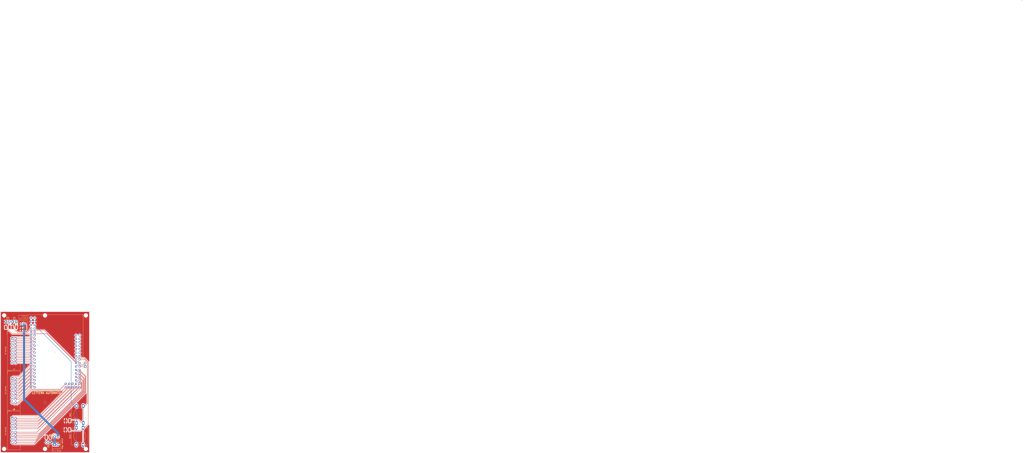
<source format=kicad_pcb>
(kicad_pcb (version 20171130) (host pcbnew "(5.1.5-0-10_14)")

  (general
    (thickness 1.6002)
    (drawings 19)
    (tracks 249)
    (zones 0)
    (modules 19)
    (nets 84)
  )

  (page A3)
  (title_block
    (rev 1)
  )

  (layers
    (0 Front signal)
    (31 Back signal)
    (34 B.Paste user)
    (35 F.Paste user)
    (36 B.SilkS user)
    (37 F.SilkS user)
    (38 B.Mask user hide)
    (39 F.Mask user)
    (44 Edge.Cuts user)
    (45 Margin user hide)
    (46 B.CrtYd user hide)
    (47 F.CrtYd user hide)
    (49 F.Fab user hide)
  )

  (setup
    (last_trace_width 0.25)
    (user_trace_width 0.1)
    (user_trace_width 0.2)
    (user_trace_width 0.5)
    (user_trace_width 1)
    (user_trace_width 1.5)
    (trace_clearance 0.25)
    (zone_clearance 0.508)
    (zone_45_only no)
    (trace_min 0.1)
    (via_size 0.8)
    (via_drill 0.4)
    (via_min_size 0.45)
    (via_min_drill 0.2)
    (user_via 0.45 0.2)
    (user_via 0.8 0.4)
    (uvia_size 0.8)
    (uvia_drill 0.4)
    (uvias_allowed no)
    (uvia_min_size 0)
    (uvia_min_drill 0)
    (edge_width 0.1)
    (segment_width 0.1)
    (pcb_text_width 0.3)
    (pcb_text_size 1.5 1.5)
    (mod_edge_width 0.1)
    (mod_text_size 0.8 0.8)
    (mod_text_width 0.1)
    (pad_size 1.7272 1.7272)
    (pad_drill 1.016)
    (pad_to_mask_clearance 0)
    (solder_mask_min_width 0.1)
    (aux_axis_origin 0 0)
    (grid_origin 100 190)
    (visible_elements FFFFFFFF)
    (pcbplotparams
      (layerselection 0x010fc_ffffffff)
      (usegerberextensions false)
      (usegerberattributes false)
      (usegerberadvancedattributes false)
      (creategerberjobfile false)
      (excludeedgelayer true)
      (linewidth 0.152400)
      (plotframeref false)
      (viasonmask false)
      (mode 1)
      (useauxorigin false)
      (hpglpennumber 1)
      (hpglpenspeed 20)
      (hpglpendiameter 15.000000)
      (psnegative false)
      (psa4output false)
      (plotreference true)
      (plotvalue false)
      (plotinvisibletext false)
      (padsonsilk false)
      (subtractmaskfromsilk true)
      (outputformat 1)
      (mirror false)
      (drillshape 0)
      (scaleselection 1)
      (outputdirectory "./gerbers_for_aisler"))
  )

  (net 0 "")
  (net 1 GND)
  (net 2 "Net-(J6-Pad15)")
  (net 3 "Net-(J6-Pad16)")
  (net 4 "Net-(J6-Pad13)")
  (net 5 "Net-(J6-Pad14)")
  (net 6 "Net-(J6-Pad11)")
  (net 7 "Net-(J6-Pad12)")
  (net 8 "Net-(J6-Pad9)")
  (net 9 "Net-(J6-Pad10)")
  (net 10 "Net-(J6-Pad7)")
  (net 11 "Net-(J6-Pad8)")
  (net 12 "Net-(J6-Pad5)")
  (net 13 "Net-(J6-Pad6)")
  (net 14 "Net-(J6-Pad3)")
  (net 15 "Net-(J6-Pad4)")
  (net 16 "Net-(J6-Pad1)")
  (net 17 "Net-(J6-Pad2)")
  (net 18 "Net-(J7-Pad2)")
  (net 19 "Net-(J7-Pad1)")
  (net 20 "Net-(J7-Pad4)")
  (net 21 "Net-(J7-Pad3)")
  (net 22 "Net-(J7-Pad6)")
  (net 23 "Net-(J7-Pad5)")
  (net 24 "Net-(J7-Pad8)")
  (net 25 "Net-(J7-Pad7)")
  (net 26 "Net-(J7-Pad10)")
  (net 27 "Net-(J7-Pad9)")
  (net 28 "Net-(J7-Pad12)")
  (net 29 "Net-(J7-Pad11)")
  (net 30 "Net-(J7-Pad14)")
  (net 31 "Net-(J7-Pad13)")
  (net 32 "Net-(J7-Pad16)")
  (net 33 "Net-(J7-Pad15)")
  (net 34 "Net-(J8-Pad15)")
  (net 35 "Net-(J8-Pad16)")
  (net 36 "Net-(J8-Pad13)")
  (net 37 "Net-(J8-Pad14)")
  (net 38 "Net-(J8-Pad11)")
  (net 39 "Net-(J8-Pad12)")
  (net 40 "Net-(J8-Pad9)")
  (net 41 "Net-(J8-Pad10)")
  (net 42 "Net-(J8-Pad7)")
  (net 43 "Net-(J8-Pad8)")
  (net 44 "Net-(J8-Pad5)")
  (net 45 "Net-(J8-Pad6)")
  (net 46 "Net-(J8-Pad3)")
  (net 47 "Net-(J8-Pad4)")
  (net 48 "Net-(J8-Pad1)")
  (net 49 "Net-(J8-Pad2)")
  (net 50 "Net-(U1-PadVIN@2)")
  (net 51 "Net-(U1-PadRST@1)")
  (net 52 "Net-(U1-PadAREF)")
  (net 53 "Net-(U1-PadTX@1)")
  (net 54 "Net-(U1-PadRX@1)")
  (net 55 "Net-(U1-PadVCC_3V@1)")
  (net 56 "Net-(U1-PadVCC_3V@2)")
  (net 57 "Net-(J1-Pad1)")
  (net 58 "Net-(U1-PadVIN@1)")
  (net 59 "Net-(R1-Pad1)")
  (net 60 "Net-(D1-Pad2)")
  (net 61 "Net-(D2-Pad2)")
  (net 62 "Net-(D3-Pad2)")
  (net 63 "Net-(R3-Pad1)")
  (net 64 "Net-(U1-PadVCC_5V@1)")
  (net 65 "Net-(J2-Pad1)")
  (net 66 "Net-(J2-Pad2)")
  (net 67 "Net-(C1-Pad1)")
  (net 68 "Net-(R4-Pad1)")
  (net 69 "Net-(R5-Pad1)")
  (net 70 "Net-(SW1-Pad1)")
  (net 71 "Net-(U1-PadA12)")
  (net 72 "Net-(U1-PadA11)")
  (net 73 "Net-(U1-PadA10)")
  (net 74 "Net-(U1-PadA9)")
  (net 75 "Net-(U1-PadA8)")
  (net 76 "Net-(U1-PadA7)")
  (net 77 "Net-(U1-PadA6)")
  (net 78 "Net-(U1-PadA5)")
  (net 79 "Net-(U1-PadA4)")
  (net 80 "Net-(U1-PadA3)")
  (net 81 "Net-(U1-PadA2)")
  (net 82 "Net-(U1-PadA1)")
  (net 83 "Net-(U1-PadA0)")

  (net_class Default "This is the default net class."
    (clearance 0.25)
    (trace_width 0.25)
    (via_dia 0.8)
    (via_drill 0.4)
    (uvia_dia 0.8)
    (uvia_drill 0.4)
    (diff_pair_width 0.25)
    (diff_pair_gap 0.25)
    (add_net GND)
    (add_net "Net-(C1-Pad1)")
    (add_net "Net-(D1-Pad2)")
    (add_net "Net-(D2-Pad2)")
    (add_net "Net-(D3-Pad2)")
    (add_net "Net-(J1-Pad1)")
    (add_net "Net-(J2-Pad1)")
    (add_net "Net-(J2-Pad2)")
    (add_net "Net-(J6-Pad1)")
    (add_net "Net-(J6-Pad10)")
    (add_net "Net-(J6-Pad11)")
    (add_net "Net-(J6-Pad12)")
    (add_net "Net-(J6-Pad13)")
    (add_net "Net-(J6-Pad14)")
    (add_net "Net-(J6-Pad15)")
    (add_net "Net-(J6-Pad16)")
    (add_net "Net-(J6-Pad2)")
    (add_net "Net-(J6-Pad3)")
    (add_net "Net-(J6-Pad4)")
    (add_net "Net-(J6-Pad5)")
    (add_net "Net-(J6-Pad6)")
    (add_net "Net-(J6-Pad7)")
    (add_net "Net-(J6-Pad8)")
    (add_net "Net-(J6-Pad9)")
    (add_net "Net-(J7-Pad1)")
    (add_net "Net-(J7-Pad10)")
    (add_net "Net-(J7-Pad11)")
    (add_net "Net-(J7-Pad12)")
    (add_net "Net-(J7-Pad13)")
    (add_net "Net-(J7-Pad14)")
    (add_net "Net-(J7-Pad15)")
    (add_net "Net-(J7-Pad16)")
    (add_net "Net-(J7-Pad2)")
    (add_net "Net-(J7-Pad3)")
    (add_net "Net-(J7-Pad4)")
    (add_net "Net-(J7-Pad5)")
    (add_net "Net-(J7-Pad6)")
    (add_net "Net-(J7-Pad7)")
    (add_net "Net-(J7-Pad8)")
    (add_net "Net-(J7-Pad9)")
    (add_net "Net-(J8-Pad1)")
    (add_net "Net-(J8-Pad10)")
    (add_net "Net-(J8-Pad11)")
    (add_net "Net-(J8-Pad12)")
    (add_net "Net-(J8-Pad13)")
    (add_net "Net-(J8-Pad14)")
    (add_net "Net-(J8-Pad15)")
    (add_net "Net-(J8-Pad16)")
    (add_net "Net-(J8-Pad2)")
    (add_net "Net-(J8-Pad3)")
    (add_net "Net-(J8-Pad4)")
    (add_net "Net-(J8-Pad5)")
    (add_net "Net-(J8-Pad6)")
    (add_net "Net-(J8-Pad7)")
    (add_net "Net-(J8-Pad8)")
    (add_net "Net-(J8-Pad9)")
    (add_net "Net-(R1-Pad1)")
    (add_net "Net-(R3-Pad1)")
    (add_net "Net-(R4-Pad1)")
    (add_net "Net-(R5-Pad1)")
    (add_net "Net-(SW1-Pad1)")
    (add_net "Net-(U1-PadA0)")
    (add_net "Net-(U1-PadA1)")
    (add_net "Net-(U1-PadA10)")
    (add_net "Net-(U1-PadA11)")
    (add_net "Net-(U1-PadA12)")
    (add_net "Net-(U1-PadA2)")
    (add_net "Net-(U1-PadA3)")
    (add_net "Net-(U1-PadA4)")
    (add_net "Net-(U1-PadA5)")
    (add_net "Net-(U1-PadA6)")
    (add_net "Net-(U1-PadA7)")
    (add_net "Net-(U1-PadA8)")
    (add_net "Net-(U1-PadA9)")
    (add_net "Net-(U1-PadAREF)")
    (add_net "Net-(U1-PadRST@1)")
    (add_net "Net-(U1-PadRX@1)")
    (add_net "Net-(U1-PadTX@1)")
    (add_net "Net-(U1-PadVCC_3V@1)")
    (add_net "Net-(U1-PadVCC_3V@2)")
    (add_net "Net-(U1-PadVCC_5V@1)")
    (add_net "Net-(U1-PadVIN@1)")
    (add_net "Net-(U1-PadVIN@2)")
  )

  (net_class Min ""
    (clearance 0.1)
    (trace_width 0.1)
    (via_dia 0.45)
    (via_drill 0.2)
    (uvia_dia 0.45)
    (uvia_drill 0.2)
    (diff_pair_width 0.12)
    (diff_pair_gap 0.12)
  )

  (module Resistor_SMD:R_1210_3225Metric_Pad1.42x2.65mm_HandSolder (layer Front) (tedit 5EBEE372) (tstamp 5F67E509)
    (at 110.5407 97.6992)
    (descr "Resistor SMD 1210 (3225 Metric), square (rectangular) end terminal, IPC_7351 nominal with elongated pad for handsoldering. (Body size source: http://www.tortai-tech.com/upload/download/2011102023233369053.pdf), generated with kicad-footprint-generator")
    (tags "resistor handsolder")
    (path /5EEE2573)
    (attr smd)
    (fp_text reference R3 (at 0 0 90) (layer F.SilkS)
      (effects (font (size 0.5 0.5) (thickness 0.1)))
    )
    (fp_text value 470R (at 0 2.28) (layer F.Fab)
      (effects (font (size 1 1) (thickness 0.15)))
    )
    (fp_text user %R (at 0 0) (layer F.Fab)
      (effects (font (size 0.8 0.8) (thickness 0.12)))
    )
    (fp_line (start 2.45 1.58) (end -2.45 1.58) (layer F.CrtYd) (width 0.05))
    (fp_line (start 2.45 -1.58) (end 2.45 1.58) (layer F.CrtYd) (width 0.05))
    (fp_line (start -2.45 -1.58) (end 2.45 -1.58) (layer F.CrtYd) (width 0.05))
    (fp_line (start -2.45 1.58) (end -2.45 -1.58) (layer F.CrtYd) (width 0.05))
    (fp_line (start -0.602064 1.36) (end 0.602064 1.36) (layer F.Fab) (width 0.12))
    (fp_line (start -0.602064 -1.36) (end 0.602064 -1.36) (layer F.Fab) (width 0.12))
    (fp_line (start 1.6 1.25) (end -1.6 1.25) (layer F.Fab) (width 0.1))
    (fp_line (start 1.6 -1.25) (end 1.6 1.25) (layer F.Fab) (width 0.1))
    (fp_line (start -1.6 -1.25) (end 1.6 -1.25) (layer F.Fab) (width 0.1))
    (fp_line (start -1.6 1.25) (end -1.6 -1.25) (layer F.Fab) (width 0.1))
    (pad 2 smd roundrect (at 1.4875 0) (size 1.425 2.65) (layers Front F.Paste F.Mask) (roundrect_rratio 0.175439)
      (net 60 "Net-(D1-Pad2)"))
    (pad 1 smd roundrect (at -1.4875 0) (size 1.425 2.65) (layers Front F.Paste F.Mask) (roundrect_rratio 0.175439)
      (net 63 "Net-(R3-Pad1)"))
    (model ${KISYS3DMOD}/Resistor_SMD.3dshapes/R_1210_3225Metric.wrl
      (at (xyz 0 0 0))
      (scale (xyz 1 1 1))
      (rotate (xyz 0 0 0))
    )
  )

  (module Mega256Promini_usb:Mega256ProMini_usb (layer Front) (tedit 5EB9DB61) (tstamp 5F6BF376)
    (at 140.6 116.34)
    (path /5F30F696)
    (fp_text reference U1 (at -0.1 -0.34) (layer F.SilkS)
      (effects (font (size 1 1) (thickness 0.15)))
    )
    (fp_text value MEGA2560PRO-MINI (at 0 30.48) (layer F.Fab)
      (effects (font (size 1 1) (thickness 0.15)))
    )
    (fp_line (start -20.32 -27.94) (end -20.32 27.94) (layer F.SilkS) (width 0.12))
    (fp_line (start -20.32 27.94) (end 20.32 27.94) (layer F.SilkS) (width 0.12))
    (fp_line (start 20.32 27.94) (end 20.32 -27.94) (layer F.SilkS) (width 0.12))
    (fp_line (start 20.32 -27.94) (end -20.32 -27.94) (layer F.SilkS) (width 0.12))
    (pad VIN@1 thru_hole circle (at -17.78 -25.4) (size 1.524 1.524) (drill 0.762) (layers *.Cu *.Mask)
      (net 58 "Net-(U1-PadVIN@1)"))
    (pad VIN@2 thru_hole circle (at -15.24 -25.4) (size 1.524 1.524) (drill 0.762) (layers *.Cu *.Mask)
      (net 50 "Net-(U1-PadVIN@2)"))
    (pad GND@1 thru_hole circle (at -17.78 -22.86) (size 1.524 1.524) (drill 0.762) (layers *.Cu *.Mask)
      (net 1 GND))
    (pad GND@2 thru_hole circle (at -15.24 -22.86) (size 1.524 1.524) (drill 0.762) (layers *.Cu *.Mask)
      (net 1 GND))
    (pad VCC_5V@1 thru_hole circle (at -17.78 -20.32) (size 1.524 1.524) (drill 0.762) (layers *.Cu *.Mask)
      (net 64 "Net-(U1-PadVCC_5V@1)"))
    (pad VCC_5V@2 thru_hole circle (at -15.24 -20.32) (size 1.524 1.524) (drill 0.762) (layers *.Cu *.Mask)
      (net 70 "Net-(SW1-Pad1)"))
    (pad RST@1 thru_hole circle (at -17.78 -15.24) (size 1.524 1.524) (drill 0.762) (layers *.Cu *.Mask)
      (net 51 "Net-(U1-PadRST@1)"))
    (pad AREF thru_hole circle (at -15.24 -15.24) (size 1.524 1.524) (drill 0.762) (layers *.Cu *.Mask)
      (net 52 "Net-(U1-PadAREF)"))
    (pad TX@1 thru_hole circle (at -17.78 -12.7) (size 1.524 1.524) (drill 0.762) (layers *.Cu *.Mask)
      (net 53 "Net-(U1-PadTX@1)"))
    (pad RX@1 thru_hole circle (at -15.24 -12.7) (size 1.524 1.524) (drill 0.762) (layers *.Cu *.Mask)
      (net 54 "Net-(U1-PadRX@1)"))
    (pad D3 thru_hole circle (at -17.78 -10.16) (size 1.524 1.524) (drill 0.762) (layers *.Cu *.Mask)
      (net 17 "Net-(J6-Pad2)"))
    (pad D2 thru_hole circle (at -15.24 -10.16) (size 1.524 1.524) (drill 0.762) (layers *.Cu *.Mask)
      (net 16 "Net-(J6-Pad1)"))
    (pad D5 thru_hole circle (at -17.78 -7.62) (size 1.524 1.524) (drill 0.762) (layers *.Cu *.Mask)
      (net 15 "Net-(J6-Pad4)"))
    (pad D4 thru_hole circle (at -15.24 -7.62) (size 1.524 1.524) (drill 0.762) (layers *.Cu *.Mask)
      (net 14 "Net-(J6-Pad3)"))
    (pad D7 thru_hole circle (at -17.78 -5.08) (size 1.524 1.524) (drill 0.762) (layers *.Cu *.Mask)
      (net 13 "Net-(J6-Pad6)"))
    (pad D6 thru_hole circle (at -15.24 -5.08) (size 1.524 1.524) (drill 0.762) (layers *.Cu *.Mask)
      (net 12 "Net-(J6-Pad5)"))
    (pad D9 thru_hole circle (at -17.78 -2.54) (size 1.524 1.524) (drill 0.762) (layers *.Cu *.Mask)
      (net 11 "Net-(J6-Pad8)"))
    (pad D8 thru_hole circle (at -15.24 -2.54) (size 1.524 1.524) (drill 0.762) (layers *.Cu *.Mask)
      (net 10 "Net-(J6-Pad7)"))
    (pad D11 thru_hole circle (at -17.78 0) (size 1.524 1.524) (drill 0.762) (layers *.Cu *.Mask)
      (net 9 "Net-(J6-Pad10)"))
    (pad D10 thru_hole circle (at -15.24 0) (size 1.524 1.524) (drill 0.762) (layers *.Cu *.Mask)
      (net 8 "Net-(J6-Pad9)"))
    (pad D13 thru_hole circle (at -17.78 2.54) (size 1.524 1.524) (drill 0.762) (layers *.Cu *.Mask)
      (net 7 "Net-(J6-Pad12)"))
    (pad D12 thru_hole circle (at -15.24 2.54) (size 1.524 1.524) (drill 0.762) (layers *.Cu *.Mask)
      (net 6 "Net-(J6-Pad11)"))
    (pad D15 thru_hole circle (at -17.78 5.08) (size 1.524 1.524) (drill 0.762) (layers *.Cu *.Mask)
      (net 5 "Net-(J6-Pad14)"))
    (pad D14 thru_hole circle (at -15.24 5.08) (size 1.524 1.524) (drill 0.762) (layers *.Cu *.Mask)
      (net 4 "Net-(J6-Pad13)"))
    (pad D17 thru_hole circle (at -17.78 7.62) (size 1.524 1.524) (drill 0.762) (layers *.Cu *.Mask)
      (net 3 "Net-(J6-Pad16)"))
    (pad D16 thru_hole circle (at -15.24 7.62) (size 1.524 1.524) (drill 0.762) (layers *.Cu *.Mask)
      (net 2 "Net-(J6-Pad15)"))
    (pad D19 thru_hole circle (at -17.78 10.16) (size 1.524 1.524) (drill 0.762) (layers *.Cu *.Mask)
      (net 18 "Net-(J7-Pad2)"))
    (pad D18 thru_hole circle (at -15.24 10.16) (size 1.524 1.524) (drill 0.762) (layers *.Cu *.Mask)
      (net 19 "Net-(J7-Pad1)"))
    (pad D21 thru_hole circle (at -17.78 12.7) (size 1.524 1.524) (drill 0.762) (layers *.Cu *.Mask)
      (net 20 "Net-(J7-Pad4)"))
    (pad D20 thru_hole circle (at -15.24 12.7) (size 1.524 1.524) (drill 0.762) (layers *.Cu *.Mask)
      (net 21 "Net-(J7-Pad3)"))
    (pad D23 thru_hole circle (at -17.78 15.24) (size 1.524 1.524) (drill 0.762) (layers *.Cu *.Mask)
      (net 22 "Net-(J7-Pad6)"))
    (pad D22 thru_hole circle (at -15.24 15.24) (size 1.524 1.524) (drill 0.762) (layers *.Cu *.Mask)
      (net 23 "Net-(J7-Pad5)"))
    (pad D25 thru_hole circle (at -17.78 17.78) (size 1.524 1.524) (drill 0.762) (layers *.Cu *.Mask)
      (net 24 "Net-(J7-Pad8)"))
    (pad D24 thru_hole circle (at -15.24 17.78) (size 1.524 1.524) (drill 0.762) (layers *.Cu *.Mask)
      (net 25 "Net-(J7-Pad7)"))
    (pad D27 thru_hole circle (at -17.78 20.32) (size 1.524 1.524) (drill 0.762) (layers *.Cu *.Mask)
      (net 26 "Net-(J7-Pad10)"))
    (pad D26 thru_hole circle (at -15.24 20.32) (size 1.524 1.524) (drill 0.762) (layers *.Cu *.Mask)
      (net 27 "Net-(J7-Pad9)"))
    (pad D29 thru_hole circle (at -17.78 22.86) (size 1.524 1.524) (drill 0.762) (layers *.Cu *.Mask)
      (net 28 "Net-(J7-Pad12)"))
    (pad D28 thru_hole circle (at -15.24 22.86) (size 1.524 1.524) (drill 0.762) (layers *.Cu *.Mask)
      (net 29 "Net-(J7-Pad11)"))
    (pad D31 thru_hole circle (at -17.78 25.4) (size 1.524 1.524) (drill 0.762) (layers *.Cu *.Mask)
      (net 30 "Net-(J7-Pad14)"))
    (pad D30 thru_hole circle (at -15.24 25.4) (size 1.524 1.524) (drill 0.762) (layers *.Cu *.Mask)
      (net 31 "Net-(J7-Pad13)"))
    (pad D47 thru_hole circle (at 15.24 25.4) (size 1.524 1.524) (drill 0.762) (layers *.Cu *.Mask)
      (net 45 "Net-(J8-Pad6)"))
    (pad D46 thru_hole circle (at 17.78 25.4) (size 1.524 1.524) (drill 0.762) (layers *.Cu *.Mask)
      (net 43 "Net-(J8-Pad8)"))
    (pad D45 thru_hole circle (at 15.24 22.86) (size 1.524 1.524) (drill 0.762) (layers *.Cu *.Mask)
      (net 44 "Net-(J8-Pad5)"))
    (pad D44 thru_hole circle (at 17.78 22.86) (size 1.524 1.524) (drill 0.762) (layers *.Cu *.Mask)
      (net 42 "Net-(J8-Pad7)"))
    (pad D43 thru_hole circle (at 15.24 20.32) (size 1.524 1.524) (drill 0.762) (layers *.Cu *.Mask)
      (net 41 "Net-(J8-Pad10)"))
    (pad D42 thru_hole circle (at 17.78 20.32) (size 1.524 1.524) (drill 0.762) (layers *.Cu *.Mask)
      (net 40 "Net-(J8-Pad9)"))
    (pad D41 thru_hole circle (at 15.24 17.78) (size 1.524 1.524) (drill 0.762) (layers *.Cu *.Mask)
      (net 39 "Net-(J8-Pad12)"))
    (pad D40 thru_hole circle (at 17.78 17.78) (size 1.524 1.524) (drill 0.762) (layers *.Cu *.Mask)
      (net 38 "Net-(J8-Pad11)"))
    (pad D39 thru_hole circle (at 15.24 15.24) (size 1.524 1.524) (drill 0.762) (layers *.Cu *.Mask)
      (net 37 "Net-(J8-Pad14)"))
    (pad D38 thru_hole circle (at 17.78 15.24) (size 1.524 1.524) (drill 0.762) (layers *.Cu *.Mask)
      (net 36 "Net-(J8-Pad13)"))
    (pad D37 thru_hole circle (at 15.24 12.7) (size 1.524 1.524) (drill 0.762) (layers *.Cu *.Mask)
      (net 35 "Net-(J8-Pad16)"))
    (pad D36 thru_hole circle (at 17.78 12.7 180) (size 1.524 1.524) (drill 0.762) (layers *.Cu *.Mask)
      (net 34 "Net-(J8-Pad15)"))
    (pad D35 thru_hole circle (at 15.24 10.16) (size 1.524 1.524) (drill 0.762) (layers *.Cu *.Mask)
      (net 66 "Net-(J2-Pad2)"))
    (pad D34 thru_hole circle (at 17.78 10.16) (size 1.524 1.524) (drill 0.762) (layers *.Cu *.Mask)
      (net 65 "Net-(J2-Pad1)"))
    (pad D33 thru_hole circle (at 15.24 7.62) (size 1.524 1.524) (drill 0.762) (layers *.Cu *.Mask)
      (net 59 "Net-(R1-Pad1)"))
    (pad D32 thru_hole circle (at 17.78 7.62) (size 1.524 1.524) (drill 0.762) (layers *.Cu *.Mask)
      (net 63 "Net-(R3-Pad1)"))
    (pad A15 thru_hole circle (at 15.24 5.08) (size 1.524 1.524) (drill 0.762) (layers *.Cu *.Mask))
    (pad A14 thru_hole circle (at 17.78 5.08) (size 1.524 1.524) (drill 0.762) (layers *.Cu *.Mask)
      (net 68 "Net-(R4-Pad1)"))
    (pad A13 thru_hole circle (at 15.24 2.54) (size 1.524 1.524) (drill 0.762) (layers *.Cu *.Mask)
      (net 69 "Net-(R5-Pad1)"))
    (pad A12 thru_hole circle (at 17.78 2.54) (size 1.524 1.524) (drill 0.762) (layers *.Cu *.Mask)
      (net 71 "Net-(U1-PadA12)"))
    (pad A11 thru_hole circle (at 15.24 0) (size 1.524 1.524) (drill 0.762) (layers *.Cu *.Mask)
      (net 72 "Net-(U1-PadA11)"))
    (pad A10 thru_hole circle (at 17.78 0) (size 1.524 1.524) (drill 0.762) (layers *.Cu *.Mask)
      (net 73 "Net-(U1-PadA10)"))
    (pad A9 thru_hole circle (at 15.24 -2.54) (size 1.524 1.524) (drill 0.762) (layers *.Cu *.Mask)
      (net 74 "Net-(U1-PadA9)"))
    (pad A8 thru_hole circle (at 17.78 -2.54) (size 1.524 1.524) (drill 0.762) (layers *.Cu *.Mask)
      (net 75 "Net-(U1-PadA8)"))
    (pad A7 thru_hole circle (at 15.24 -5.08) (size 1.524 1.524) (drill 0.762) (layers *.Cu *.Mask)
      (net 76 "Net-(U1-PadA7)"))
    (pad A6 thru_hole circle (at 17.78 -5.08) (size 1.524 1.524) (drill 0.762) (layers *.Cu *.Mask)
      (net 77 "Net-(U1-PadA6)"))
    (pad A5 thru_hole circle (at 15.24 -7.62) (size 1.524 1.524) (drill 0.762) (layers *.Cu *.Mask)
      (net 78 "Net-(U1-PadA5)"))
    (pad A4 thru_hole circle (at 17.78 -7.62) (size 1.524 1.524) (drill 0.762) (layers *.Cu *.Mask)
      (net 79 "Net-(U1-PadA4)"))
    (pad A3 thru_hole circle (at 15.24 -10.16) (size 1.524 1.524) (drill 0.762) (layers *.Cu *.Mask)
      (net 80 "Net-(U1-PadA3)"))
    (pad A2 thru_hole circle (at 17.78 -10.16) (size 1.524 1.524) (drill 0.762) (layers *.Cu *.Mask)
      (net 81 "Net-(U1-PadA2)"))
    (pad A1 thru_hole circle (at 15.24 -12.7) (size 1.524 1.524) (drill 0.762) (layers *.Cu *.Mask)
      (net 82 "Net-(U1-PadA1)"))
    (pad A0 thru_hole circle (at 17.78 -12.7) (size 1.524 1.524) (drill 0.762) (layers *.Cu *.Mask)
      (net 83 "Net-(U1-PadA0)"))
    (pad D48 thru_hole circle (at 12.7 25.4) (size 1.524 1.524) (drill 0.762) (layers *.Cu *.Mask)
      (net 47 "Net-(J8-Pad4)"))
    (pad D49 thru_hole circle (at 12.7 22.86) (size 1.524 1.524) (drill 0.762) (layers *.Cu *.Mask)
      (net 46 "Net-(J8-Pad3)"))
    (pad D50 thru_hole circle (at 10.16 25.4) (size 1.524 1.524) (drill 0.762) (layers *.Cu *.Mask)
      (net 49 "Net-(J8-Pad2)"))
    (pad D51 thru_hole circle (at 10.16 22.86) (size 1.524 1.524) (drill 0.762) (layers *.Cu *.Mask)
      (net 48 "Net-(J8-Pad1)"))
    (pad D52 thru_hole circle (at 7.62 25.4) (size 1.524 1.524) (drill 0.762) (layers *.Cu *.Mask)
      (net 33 "Net-(J7-Pad15)"))
    (pad D53 thru_hole circle (at 7.62 22.86) (size 1.524 1.524) (drill 0.762) (layers *.Cu *.Mask)
      (net 32 "Net-(J7-Pad16)"))
    (pad VCC_3V@1 thru_hole circle (at -17.78 -17.78) (size 1.524 1.524) (drill 0.762) (layers *.Cu *.Mask)
      (net 55 "Net-(U1-PadVCC_3V@1)"))
    (pad VCC_3V@2 thru_hole circle (at -15.24 -17.78) (size 1.524 1.524) (drill 0.762) (layers *.Cu *.Mask)
      (net 56 "Net-(U1-PadVCC_3V@2)"))
  )

  (module Connector_PinHeader_2.54mm:PinHeader_1x02_P2.54mm_Vertical (layer Front) (tedit 59FED5CC) (tstamp 5F6C35E6)
    (at 139.99388 178.14836 90)
    (descr "Through hole straight pin header, 1x02, 2.54mm pitch, single row")
    (tags "Through hole pin header THT 1x02 2.54mm single row")
    (path /5F7F8AF5)
    (fp_text reference JP1 (at 0 -2.33 90) (layer F.SilkS)
      (effects (font (size 1 1) (thickness 0.15)))
    )
    (fp_text value Jumper (at 0 4.87 90) (layer F.Fab)
      (effects (font (size 1 1) (thickness 0.15)))
    )
    (fp_line (start -0.635 -1.27) (end 1.27 -1.27) (layer F.Fab) (width 0.1))
    (fp_line (start 1.27 -1.27) (end 1.27 3.81) (layer F.Fab) (width 0.1))
    (fp_line (start 1.27 3.81) (end -1.27 3.81) (layer F.Fab) (width 0.1))
    (fp_line (start -1.27 3.81) (end -1.27 -0.635) (layer F.Fab) (width 0.1))
    (fp_line (start -1.27 -0.635) (end -0.635 -1.27) (layer F.Fab) (width 0.1))
    (fp_line (start -1.33 3.87) (end 1.33 3.87) (layer F.SilkS) (width 0.12))
    (fp_line (start -1.33 1.27) (end -1.33 3.87) (layer F.SilkS) (width 0.12))
    (fp_line (start 1.33 1.27) (end 1.33 3.87) (layer F.SilkS) (width 0.12))
    (fp_line (start -1.33 1.27) (end 1.33 1.27) (layer F.SilkS) (width 0.12))
    (fp_line (start -1.33 0) (end -1.33 -1.33) (layer F.SilkS) (width 0.12))
    (fp_line (start -1.33 -1.33) (end 0 -1.33) (layer F.SilkS) (width 0.12))
    (fp_line (start -1.8 -1.8) (end -1.8 4.35) (layer F.CrtYd) (width 0.05))
    (fp_line (start -1.8 4.35) (end 1.8 4.35) (layer F.CrtYd) (width 0.05))
    (fp_line (start 1.8 4.35) (end 1.8 -1.8) (layer F.CrtYd) (width 0.05))
    (fp_line (start 1.8 -1.8) (end -1.8 -1.8) (layer F.CrtYd) (width 0.05))
    (fp_text user %R (at 0 1.27 90) (layer F.Fab)
      (effects (font (size 1 1) (thickness 0.15)))
    )
    (pad 1 thru_hole rect (at 0 0 90) (size 1.7 1.7) (drill 1) (layers *.Cu *.Mask)
      (net 57 "Net-(J1-Pad1)"))
    (pad 2 thru_hole oval (at 0 2.54 90) (size 1.7 1.7) (drill 1) (layers *.Cu *.Mask)
      (net 67 "Net-(C1-Pad1)"))
    (model ${KISYS3DMOD}/Connector_PinHeader_2.54mm.3dshapes/PinHeader_1x02_P2.54mm_Vertical.wrl
      (at (xyz 0 0 0))
      (scale (xyz 1 1 1))
      (rotate (xyz 0 0 0))
    )
  )

  (module Connector_IDC:IDC-Header_2x08_P2.54mm_Vertical (layer Front) (tedit 59DE0341) (tstamp 5F6BC41F)
    (at 108.85 135.39)
    (descr "Through hole straight IDC box header, 2x08, 2.54mm pitch, double rows")
    (tags "Through hole IDC box header THT 2x08 2.54mm double row")
    (path /601ABD42)
    (fp_text reference J7 (at 1.27 -6.604) (layer F.SilkS)
      (effects (font (size 1 1) (thickness 0.15)))
    )
    (fp_text value Conn_01x16 (at 1.27 24.384) (layer F.Fab)
      (effects (font (size 1 1) (thickness 0.15)))
    )
    (fp_line (start -3.655 -5.6) (end -1.115 -5.6) (layer F.SilkS) (width 0.12))
    (fp_line (start -3.655 -5.6) (end -3.655 -3.06) (layer F.SilkS) (width 0.12))
    (fp_line (start -3.405 -5.35) (end 5.945 -5.35) (layer F.SilkS) (width 0.12))
    (fp_line (start -3.405 23.13) (end -3.405 -5.35) (layer F.SilkS) (width 0.12))
    (fp_line (start 5.945 23.13) (end -3.405 23.13) (layer F.SilkS) (width 0.12))
    (fp_line (start 5.945 -5.35) (end 5.945 23.13) (layer F.SilkS) (width 0.12))
    (fp_line (start -3.41 -5.35) (end 5.95 -5.35) (layer F.CrtYd) (width 0.05))
    (fp_line (start -3.41 23.13) (end -3.41 -5.35) (layer F.CrtYd) (width 0.05))
    (fp_line (start 5.95 23.13) (end -3.41 23.13) (layer F.CrtYd) (width 0.05))
    (fp_line (start 5.95 -5.35) (end 5.95 23.13) (layer F.CrtYd) (width 0.05))
    (fp_line (start -3.155 22.88) (end -2.605 22.32) (layer F.Fab) (width 0.1))
    (fp_line (start -3.155 -5.1) (end -2.605 -4.56) (layer F.Fab) (width 0.1))
    (fp_line (start 5.695 22.88) (end 5.145 22.32) (layer F.Fab) (width 0.1))
    (fp_line (start 5.695 -5.1) (end 5.145 -4.56) (layer F.Fab) (width 0.1))
    (fp_line (start 5.145 22.32) (end -2.605 22.32) (layer F.Fab) (width 0.1))
    (fp_line (start 5.695 22.88) (end -3.155 22.88) (layer F.Fab) (width 0.1))
    (fp_line (start 5.145 -4.56) (end -2.605 -4.56) (layer F.Fab) (width 0.1))
    (fp_line (start 5.695 -5.1) (end -3.155 -5.1) (layer F.Fab) (width 0.1))
    (fp_line (start -2.605 11.14) (end -3.155 11.14) (layer F.Fab) (width 0.1))
    (fp_line (start -2.605 6.64) (end -3.155 6.64) (layer F.Fab) (width 0.1))
    (fp_line (start -2.605 11.14) (end -2.605 22.32) (layer F.Fab) (width 0.1))
    (fp_line (start -2.605 -4.56) (end -2.605 6.64) (layer F.Fab) (width 0.1))
    (fp_line (start -3.155 -5.1) (end -3.155 22.88) (layer F.Fab) (width 0.1))
    (fp_line (start 5.145 -4.56) (end 5.145 22.32) (layer F.Fab) (width 0.1))
    (fp_line (start 5.695 -5.1) (end 5.695 22.88) (layer F.Fab) (width 0.1))
    (fp_text user %R (at 1.27 8.89) (layer F.Fab)
      (effects (font (size 1 1) (thickness 0.15)))
    )
    (pad 16 thru_hole oval (at 2.54 17.78) (size 1.7272 1.7272) (drill 1.016) (layers *.Cu *.Mask)
      (net 32 "Net-(J7-Pad16)"))
    (pad 15 thru_hole oval (at 0 17.78) (size 1.7272 1.7272) (drill 1.016) (layers *.Cu *.Mask)
      (net 33 "Net-(J7-Pad15)"))
    (pad 14 thru_hole oval (at 2.54 15.24) (size 1.7272 1.7272) (drill 1.016) (layers *.Cu *.Mask)
      (net 30 "Net-(J7-Pad14)"))
    (pad 13 thru_hole oval (at 0 15.24) (size 1.7272 1.7272) (drill 1.016) (layers *.Cu *.Mask)
      (net 31 "Net-(J7-Pad13)"))
    (pad 12 thru_hole oval (at 2.54 12.7) (size 1.7272 1.7272) (drill 1.016) (layers *.Cu *.Mask)
      (net 28 "Net-(J7-Pad12)"))
    (pad 11 thru_hole oval (at 0 12.7) (size 1.7272 1.7272) (drill 1.016) (layers *.Cu *.Mask)
      (net 29 "Net-(J7-Pad11)"))
    (pad 10 thru_hole oval (at 2.54 10.16) (size 1.7272 1.7272) (drill 1.016) (layers *.Cu *.Mask)
      (net 26 "Net-(J7-Pad10)"))
    (pad 9 thru_hole oval (at 0 10.16) (size 1.7272 1.7272) (drill 1.016) (layers *.Cu *.Mask)
      (net 27 "Net-(J7-Pad9)"))
    (pad 8 thru_hole oval (at 2.54 7.62) (size 1.7272 1.7272) (drill 1.016) (layers *.Cu *.Mask)
      (net 24 "Net-(J7-Pad8)"))
    (pad 7 thru_hole oval (at 0 7.62) (size 1.7272 1.7272) (drill 1.016) (layers *.Cu *.Mask)
      (net 25 "Net-(J7-Pad7)"))
    (pad 6 thru_hole oval (at 2.54 5.08) (size 1.7272 1.7272) (drill 1.016) (layers *.Cu *.Mask)
      (net 22 "Net-(J7-Pad6)"))
    (pad 5 thru_hole oval (at 0 5.08) (size 1.7272 1.7272) (drill 1.016) (layers *.Cu *.Mask)
      (net 23 "Net-(J7-Pad5)"))
    (pad 4 thru_hole oval (at 2.54 2.54) (size 1.7272 1.7272) (drill 1.016) (layers *.Cu *.Mask)
      (net 20 "Net-(J7-Pad4)"))
    (pad 3 thru_hole oval (at 0 2.54) (size 1.7272 1.7272) (drill 1.016) (layers *.Cu *.Mask)
      (net 21 "Net-(J7-Pad3)"))
    (pad 2 thru_hole oval (at 2.54 0) (size 1.7272 1.7272) (drill 1.016) (layers *.Cu *.Mask)
      (net 18 "Net-(J7-Pad2)"))
    (pad 1 thru_hole rect (at 0 0) (size 1.7272 1.7272) (drill 1.016) (layers *.Cu *.Mask)
      (net 19 "Net-(J7-Pad1)"))
    (model ${KISYS3DMOD}/Connector_IDC.3dshapes/IDC-Header_2x08_P2.54mm_Vertical.wrl
      (at (xyz 0 0 0))
      (scale (xyz 1 1 1))
      (rotate (xyz 0 0 0))
    )
  )

  (module Capacitor_SMD:C_1206_3216Metric_Pad1.42x1.75mm_HandSolder (layer Front) (tedit 5B301BBE) (tstamp 5F6BF640)
    (at 117.0939 99.1696 180)
    (descr "Capacitor SMD 1206 (3216 Metric), square (rectangular) end terminal, IPC_7351 nominal with elongated pad for handsoldering. (Body size source: http://www.tortai-tech.com/upload/download/2011102023233369053.pdf), generated with kicad-footprint-generator")
    (tags "capacitor handsolder")
    (path /5F4F7403)
    (attr smd)
    (fp_text reference C1 (at 0 -1.82) (layer F.SilkS)
      (effects (font (size 1 1) (thickness 0.15)))
    )
    (fp_text value C (at 0 1.82) (layer F.Fab)
      (effects (font (size 1 1) (thickness 0.15)))
    )
    (fp_text user %R (at 0 0) (layer F.Fab)
      (effects (font (size 0.8 0.8) (thickness 0.12)))
    )
    (fp_line (start 2.45 1.12) (end -2.45 1.12) (layer F.CrtYd) (width 0.05))
    (fp_line (start 2.45 -1.12) (end 2.45 1.12) (layer F.CrtYd) (width 0.05))
    (fp_line (start -2.45 -1.12) (end 2.45 -1.12) (layer F.CrtYd) (width 0.05))
    (fp_line (start -2.45 1.12) (end -2.45 -1.12) (layer F.CrtYd) (width 0.05))
    (fp_line (start -0.602064 0.91) (end 0.602064 0.91) (layer F.SilkS) (width 0.12))
    (fp_line (start -0.602064 -0.91) (end 0.602064 -0.91) (layer F.SilkS) (width 0.12))
    (fp_line (start 1.6 0.8) (end -1.6 0.8) (layer F.Fab) (width 0.1))
    (fp_line (start 1.6 -0.8) (end 1.6 0.8) (layer F.Fab) (width 0.1))
    (fp_line (start -1.6 -0.8) (end 1.6 -0.8) (layer F.Fab) (width 0.1))
    (fp_line (start -1.6 0.8) (end -1.6 -0.8) (layer F.Fab) (width 0.1))
    (pad 2 smd roundrect (at 1.4875 0 180) (size 1.425 1.75) (layers Front F.Paste F.Mask) (roundrect_rratio 0.175439)
      (net 1 GND))
    (pad 1 smd roundrect (at -1.4875 0 180) (size 1.425 1.75) (layers Front F.Paste F.Mask) (roundrect_rratio 0.175439)
      (net 67 "Net-(C1-Pad1)"))
    (model ${KISYS3DMOD}/Capacitor_SMD.3dshapes/C_1206_3216Metric.wrl
      (at (xyz 0 0 0))
      (scale (xyz 1 1 1))
      (rotate (xyz 0 0 0))
    )
  )

  (module TerminalBlock_TE-Connectivity:TerminalBlock_TE_282834-2_1x02_P2.54mm_Horizontal (layer Front) (tedit 5B1EC513) (tstamp 5F6C3593)
    (at 139.99388 183.85066)
    (descr "Terminal Block TE 282834-2, 2 pins, pitch 2.54mm, size 5.54x6.5mm^2, drill diamater 1.1mm, pad diameter 2.1mm, see http://www.te.com/commerce/DocumentDelivery/DDEController?Action=showdoc&DocId=Customer+Drawing%7F282834%7FC1%7Fpdf%7FEnglish%7FENG_CD_282834_C1.pdf, script-generated using https://github.com/pointhi/kicad-footprint-generator/scripts/TerminalBlock_TE-Connectivity")
    (tags "THT Terminal Block TE 282834-2 pitch 2.54mm size 5.54x6.5mm^2 drill 1.1mm pad 2.1mm")
    (path /603C3B29)
    (fp_text reference J1 (at 1.27 -4.37) (layer F.Fab) hide
      (effects (font (size 1 1) (thickness 0.15)))
    )
    (fp_text value "PSU INPUT" (at 5.74612 -0.72066 90) (layer F.SilkS)
      (effects (font (size 1 1) (thickness 0.15)))
    )
    (fp_text user %R (at 1.27 2 90) (layer F.Fab)
      (effects (font (size 1 1) (thickness 0.15)))
    )
    (fp_line (start 4.54 -3.75) (end -2 -3.75) (layer F.CrtYd) (width 0.05))
    (fp_line (start 4.54 3.75) (end 4.54 -3.75) (layer F.CrtYd) (width 0.05))
    (fp_line (start -2 3.75) (end 4.54 3.75) (layer F.CrtYd) (width 0.05))
    (fp_line (start -2 -3.75) (end -2 3.75) (layer F.CrtYd) (width 0.05))
    (fp_line (start -1.86 3.61) (end -1.46 3.61) (layer F.SilkS) (width 0.12))
    (fp_line (start -1.86 2.97) (end -1.86 3.61) (layer F.SilkS) (width 0.12))
    (fp_line (start 3.241 -0.835) (end 1.706 0.7) (layer F.Fab) (width 0.1))
    (fp_line (start 3.375 -0.7) (end 1.84 0.835) (layer F.Fab) (width 0.1))
    (fp_line (start 0.701 -0.835) (end -0.835 0.7) (layer F.Fab) (width 0.1))
    (fp_line (start 0.835 -0.7) (end -0.701 0.835) (layer F.Fab) (width 0.1))
    (fp_line (start 4.16 -3.37) (end 4.16 3.37) (layer F.SilkS) (width 0.12))
    (fp_line (start -1.62 -3.37) (end -1.62 3.37) (layer F.SilkS) (width 0.12))
    (fp_line (start -1.62 3.37) (end 4.16 3.37) (layer F.SilkS) (width 0.12))
    (fp_line (start -1.62 -3.37) (end 4.16 -3.37) (layer F.SilkS) (width 0.12))
    (fp_line (start -1.62 -2.25) (end 4.16 -2.25) (layer F.SilkS) (width 0.12))
    (fp_line (start -1.5 -2.25) (end 4.04 -2.25) (layer F.Fab) (width 0.1))
    (fp_line (start -1.62 2.85) (end 4.16 2.85) (layer F.SilkS) (width 0.12))
    (fp_line (start -1.5 2.85) (end 4.04 2.85) (layer F.Fab) (width 0.1))
    (fp_line (start -1.5 2.85) (end -1.5 -3.25) (layer F.Fab) (width 0.1))
    (fp_line (start -1.1 3.25) (end -1.5 2.85) (layer F.Fab) (width 0.1))
    (fp_line (start 4.04 3.25) (end -1.1 3.25) (layer F.Fab) (width 0.1))
    (fp_line (start 4.04 -3.25) (end 4.04 3.25) (layer F.Fab) (width 0.1))
    (fp_line (start -1.5 -3.25) (end 4.04 -3.25) (layer F.Fab) (width 0.1))
    (fp_circle (center 2.54 0) (end 3.64 0) (layer F.Fab) (width 0.1))
    (fp_circle (center 0 0) (end 1.1 0) (layer F.Fab) (width 0.1))
    (pad 2 thru_hole circle (at 2.54 0) (size 2.1 2.1) (drill 1.1) (layers *.Cu *.Mask)
      (net 1 GND))
    (pad 1 thru_hole rect (at 0 0) (size 2.1 2.1) (drill 1.1) (layers *.Cu *.Mask)
      (net 57 "Net-(J1-Pad1)"))
    (model ${KISYS3DMOD}/TerminalBlock_TE-Connectivity.3dshapes/TerminalBlock_TE_282834-2_1x02_P2.54mm_Horizontal.wrl
      (at (xyz 0 0 0))
      (scale (xyz 1 1 1))
      (rotate (xyz 0 0 0))
    )
  )

  (module Connector_JST:JST_PH_S2B-PH-K_1x02_P2.00mm_Horizontal (layer Front) (tedit 5B7745C6) (tstamp 5F6C1390)
    (at 117.613 95.1945 180)
    (descr "JST PH series connector, S2B-PH-K (http://www.jst-mfg.com/product/pdf/eng/ePH.pdf), generated with kicad-footprint-generator")
    (tags "connector JST PH top entry")
    (path /60330319)
    (fp_text reference J5 (at 1 -2.55) (layer F.SilkS)
      (effects (font (size 1 1) (thickness 0.15)))
    )
    (fp_text value "Power outlet PH-2Pin" (at -3.37 -0.05 270) (layer F.SilkS) hide
      (effects (font (size 0.8 0.8) (thickness 0.1)))
    )
    (fp_line (start -0.86 0.14) (end -1.14 0.14) (layer F.SilkS) (width 0.12))
    (fp_line (start -1.14 0.14) (end -1.14 -1.46) (layer F.SilkS) (width 0.12))
    (fp_line (start -1.14 -1.46) (end -2.06 -1.46) (layer F.SilkS) (width 0.12))
    (fp_line (start -2.06 -1.46) (end -2.06 6.36) (layer F.SilkS) (width 0.12))
    (fp_line (start -2.06 6.36) (end 4.06 6.36) (layer F.SilkS) (width 0.12))
    (fp_line (start 4.06 6.36) (end 4.06 -1.46) (layer F.SilkS) (width 0.12))
    (fp_line (start 4.06 -1.46) (end 3.14 -1.46) (layer F.SilkS) (width 0.12))
    (fp_line (start 3.14 -1.46) (end 3.14 0.14) (layer F.SilkS) (width 0.12))
    (fp_line (start 3.14 0.14) (end 2.86 0.14) (layer F.SilkS) (width 0.12))
    (fp_line (start 0.5 6.36) (end 0.5 2) (layer F.SilkS) (width 0.12))
    (fp_line (start 0.5 2) (end 1.5 2) (layer F.SilkS) (width 0.12))
    (fp_line (start 1.5 2) (end 1.5 6.36) (layer F.SilkS) (width 0.12))
    (fp_line (start -2.06 0.14) (end -1.14 0.14) (layer F.SilkS) (width 0.12))
    (fp_line (start 4.06 0.14) (end 3.14 0.14) (layer F.SilkS) (width 0.12))
    (fp_line (start -1.3 2.5) (end -1.3 4.1) (layer F.SilkS) (width 0.12))
    (fp_line (start -1.3 4.1) (end -0.3 4.1) (layer F.SilkS) (width 0.12))
    (fp_line (start -0.3 4.1) (end -0.3 2.5) (layer F.SilkS) (width 0.12))
    (fp_line (start -0.3 2.5) (end -1.3 2.5) (layer F.SilkS) (width 0.12))
    (fp_line (start 3.3 2.5) (end 3.3 4.1) (layer F.SilkS) (width 0.12))
    (fp_line (start 3.3 4.1) (end 2.3 4.1) (layer F.SilkS) (width 0.12))
    (fp_line (start 2.3 4.1) (end 2.3 2.5) (layer F.SilkS) (width 0.12))
    (fp_line (start 2.3 2.5) (end 3.3 2.5) (layer F.SilkS) (width 0.12))
    (fp_line (start -0.3 4.1) (end -0.3 6.36) (layer F.SilkS) (width 0.12))
    (fp_line (start -0.8 4.1) (end -0.8 6.36) (layer F.SilkS) (width 0.12))
    (fp_line (start -2.45 -1.85) (end -2.45 6.75) (layer F.CrtYd) (width 0.05))
    (fp_line (start -2.45 6.75) (end 4.45 6.75) (layer F.CrtYd) (width 0.05))
    (fp_line (start 4.45 6.75) (end 4.45 -1.85) (layer F.CrtYd) (width 0.05))
    (fp_line (start 4.45 -1.85) (end -2.45 -1.85) (layer F.CrtYd) (width 0.05))
    (fp_line (start -1.25 0.25) (end -1.25 -1.35) (layer F.Fab) (width 0.1))
    (fp_line (start -1.25 -1.35) (end -1.95 -1.35) (layer F.Fab) (width 0.1))
    (fp_line (start -1.95 -1.35) (end -1.95 6.25) (layer F.Fab) (width 0.1))
    (fp_line (start -1.95 6.25) (end 3.95 6.25) (layer F.Fab) (width 0.1))
    (fp_line (start 3.95 6.25) (end 3.95 -1.35) (layer F.Fab) (width 0.1))
    (fp_line (start 3.95 -1.35) (end 3.25 -1.35) (layer F.Fab) (width 0.1))
    (fp_line (start 3.25 -1.35) (end 3.25 0.25) (layer F.Fab) (width 0.1))
    (fp_line (start 3.25 0.25) (end -1.25 0.25) (layer F.Fab) (width 0.1))
    (fp_line (start -0.86 0.14) (end -0.86 -1.075) (layer F.SilkS) (width 0.12))
    (fp_line (start 0 0.875) (end -0.5 1.375) (layer F.Fab) (width 0.1))
    (fp_line (start -0.5 1.375) (end 0.5 1.375) (layer F.Fab) (width 0.1))
    (fp_line (start 0.5 1.375) (end 0 0.875) (layer F.Fab) (width 0.1))
    (fp_text user %R (at 1 2.5) (layer F.Fab)
      (effects (font (size 1 1) (thickness 0.15)))
    )
    (pad 1 thru_hole roundrect (at 0 0 180) (size 1.2 1.75) (drill 0.75) (layers *.Cu *.Mask) (roundrect_rratio 0.208333)
      (net 67 "Net-(C1-Pad1)"))
    (pad 2 thru_hole oval (at 2 0 180) (size 1.2 1.75) (drill 0.75) (layers *.Cu *.Mask)
      (net 1 GND))
    (model ${KISYS3DMOD}/Connector_JST.3dshapes/JST_PH_S2B-PH-K_1x02_P2.00mm_Horizontal.wrl
      (at (xyz 0 0 0))
      (scale (xyz 1 1 1))
      (rotate (xyz 0 0 0))
    )
  )

  (module Connector_IDC:IDC-Header_2x08_P2.54mm_Vertical (layer Front) (tedit 59DE0341) (tstamp 5F6BDB8C)
    (at 108.85 106.18)
    (descr "Through hole straight IDC box header, 2x08, 2.54mm pitch, double rows")
    (tags "Through hole IDC box header THT 2x08 2.54mm double row")
    (path /6018894A)
    (fp_text reference J6 (at 1.27 -6.604) (layer F.SilkS)
      (effects (font (size 1 1) (thickness 0.15)))
    )
    (fp_text value Conn_01x16 (at 1.27 24.384) (layer F.Fab)
      (effects (font (size 1 1) (thickness 0.15)))
    )
    (fp_text user %R (at 1.27 8.89) (layer F.Fab)
      (effects (font (size 1 1) (thickness 0.15)))
    )
    (fp_line (start 5.695 -5.1) (end 5.695 22.88) (layer F.Fab) (width 0.1))
    (fp_line (start 5.145 -4.56) (end 5.145 22.32) (layer F.Fab) (width 0.1))
    (fp_line (start -3.155 -5.1) (end -3.155 22.88) (layer F.Fab) (width 0.1))
    (fp_line (start -2.605 -4.56) (end -2.605 6.64) (layer F.Fab) (width 0.1))
    (fp_line (start -2.605 11.14) (end -2.605 22.32) (layer F.Fab) (width 0.1))
    (fp_line (start -2.605 6.64) (end -3.155 6.64) (layer F.Fab) (width 0.1))
    (fp_line (start -2.605 11.14) (end -3.155 11.14) (layer F.Fab) (width 0.1))
    (fp_line (start 5.695 -5.1) (end -3.155 -5.1) (layer F.Fab) (width 0.1))
    (fp_line (start 5.145 -4.56) (end -2.605 -4.56) (layer F.Fab) (width 0.1))
    (fp_line (start 5.695 22.88) (end -3.155 22.88) (layer F.Fab) (width 0.1))
    (fp_line (start 5.145 22.32) (end -2.605 22.32) (layer F.Fab) (width 0.1))
    (fp_line (start 5.695 -5.1) (end 5.145 -4.56) (layer F.Fab) (width 0.1))
    (fp_line (start 5.695 22.88) (end 5.145 22.32) (layer F.Fab) (width 0.1))
    (fp_line (start -3.155 -5.1) (end -2.605 -4.56) (layer F.Fab) (width 0.1))
    (fp_line (start -3.155 22.88) (end -2.605 22.32) (layer F.Fab) (width 0.1))
    (fp_line (start 5.95 -5.35) (end 5.95 23.13) (layer F.CrtYd) (width 0.05))
    (fp_line (start 5.95 23.13) (end -3.41 23.13) (layer F.CrtYd) (width 0.05))
    (fp_line (start -3.41 23.13) (end -3.41 -5.35) (layer F.CrtYd) (width 0.05))
    (fp_line (start -3.41 -5.35) (end 5.95 -5.35) (layer F.CrtYd) (width 0.05))
    (fp_line (start 5.945 -5.35) (end 5.945 23.13) (layer F.SilkS) (width 0.12))
    (fp_line (start 5.945 23.13) (end -3.405 23.13) (layer F.SilkS) (width 0.12))
    (fp_line (start -3.405 23.13) (end -3.405 -5.35) (layer F.SilkS) (width 0.12))
    (fp_line (start -3.405 -5.35) (end 5.945 -5.35) (layer F.SilkS) (width 0.12))
    (fp_line (start -3.655 -5.6) (end -3.655 -3.06) (layer F.SilkS) (width 0.12))
    (fp_line (start -3.655 -5.6) (end -1.115 -5.6) (layer F.SilkS) (width 0.12))
    (pad 1 thru_hole rect (at 0 0) (size 1.7272 1.7272) (drill 1.016) (layers *.Cu *.Mask)
      (net 16 "Net-(J6-Pad1)"))
    (pad 2 thru_hole oval (at 2.54 0) (size 1.7272 1.7272) (drill 1.016) (layers *.Cu *.Mask)
      (net 17 "Net-(J6-Pad2)"))
    (pad 3 thru_hole oval (at 0 2.54) (size 1.7272 1.7272) (drill 1.016) (layers *.Cu *.Mask)
      (net 14 "Net-(J6-Pad3)"))
    (pad 4 thru_hole oval (at 2.54 2.54) (size 1.7272 1.7272) (drill 1.016) (layers *.Cu *.Mask)
      (net 15 "Net-(J6-Pad4)"))
    (pad 5 thru_hole oval (at 0 5.08) (size 1.7272 1.7272) (drill 1.016) (layers *.Cu *.Mask)
      (net 12 "Net-(J6-Pad5)"))
    (pad 6 thru_hole oval (at 2.54 5.08) (size 1.7272 1.7272) (drill 1.016) (layers *.Cu *.Mask)
      (net 13 "Net-(J6-Pad6)"))
    (pad 7 thru_hole oval (at 0 7.62) (size 1.7272 1.7272) (drill 1.016) (layers *.Cu *.Mask)
      (net 10 "Net-(J6-Pad7)"))
    (pad 8 thru_hole oval (at 2.54 7.62) (size 1.7272 1.7272) (drill 1.016) (layers *.Cu *.Mask)
      (net 11 "Net-(J6-Pad8)"))
    (pad 9 thru_hole oval (at 0 10.16) (size 1.7272 1.7272) (drill 1.016) (layers *.Cu *.Mask)
      (net 8 "Net-(J6-Pad9)"))
    (pad 10 thru_hole oval (at 2.54 10.16) (size 1.7272 1.7272) (drill 1.016) (layers *.Cu *.Mask)
      (net 9 "Net-(J6-Pad10)"))
    (pad 11 thru_hole oval (at 0 12.7) (size 1.7272 1.7272) (drill 1.016) (layers *.Cu *.Mask)
      (net 6 "Net-(J6-Pad11)"))
    (pad 12 thru_hole oval (at 2.54 12.7) (size 1.7272 1.7272) (drill 1.016) (layers *.Cu *.Mask)
      (net 7 "Net-(J6-Pad12)"))
    (pad 13 thru_hole oval (at 0 15.24) (size 1.7272 1.7272) (drill 1.016) (layers *.Cu *.Mask)
      (net 4 "Net-(J6-Pad13)"))
    (pad 14 thru_hole oval (at 2.54 15.24) (size 1.7272 1.7272) (drill 1.016) (layers *.Cu *.Mask)
      (net 5 "Net-(J6-Pad14)"))
    (pad 15 thru_hole oval (at 0 17.78) (size 1.7272 1.7272) (drill 1.016) (layers *.Cu *.Mask)
      (net 2 "Net-(J6-Pad15)"))
    (pad 16 thru_hole oval (at 2.54 17.78) (size 1.7272 1.7272) (drill 1.016) (layers *.Cu *.Mask)
      (net 3 "Net-(J6-Pad16)"))
    (model ${KISYS3DMOD}/Connector_IDC.3dshapes/IDC-Header_2x08_P2.54mm_Vertical.wrl
      (at (xyz 0 0 0))
      (scale (xyz 1 1 1))
      (rotate (xyz 0 0 0))
    )
  )

  (module Connector_IDC:IDC-Header_2x08_P2.54mm_Vertical (layer Front) (tedit 59DE0341) (tstamp 5F6BC6F3)
    (at 108.85 164.6)
    (descr "Through hole straight IDC box header, 2x08, 2.54mm pitch, double rows")
    (tags "Through hole IDC box header THT 2x08 2.54mm double row")
    (path /60269EFA)
    (fp_text reference J8 (at 1.27 -6.604) (layer F.SilkS)
      (effects (font (size 1 1) (thickness 0.15)))
    )
    (fp_text value Conn_01x16 (at 1.27 24.384) (layer F.Fab)
      (effects (font (size 1 1) (thickness 0.15)))
    )
    (fp_text user %R (at 1.27 8.89 270) (layer F.Fab)
      (effects (font (size 1 1) (thickness 0.15)))
    )
    (fp_line (start 5.695 -5.1) (end 5.695 22.88) (layer F.Fab) (width 0.1))
    (fp_line (start 5.145 -4.56) (end 5.145 22.32) (layer F.Fab) (width 0.1))
    (fp_line (start -3.155 -5.1) (end -3.155 22.88) (layer F.Fab) (width 0.1))
    (fp_line (start -2.605 -4.56) (end -2.605 6.64) (layer F.Fab) (width 0.1))
    (fp_line (start -2.605 11.14) (end -2.605 22.32) (layer F.Fab) (width 0.1))
    (fp_line (start -2.605 6.64) (end -3.155 6.64) (layer F.Fab) (width 0.1))
    (fp_line (start -2.605 11.14) (end -3.155 11.14) (layer F.Fab) (width 0.1))
    (fp_line (start 5.695 -5.1) (end -3.155 -5.1) (layer F.Fab) (width 0.1))
    (fp_line (start 5.145 -4.56) (end -2.605 -4.56) (layer F.Fab) (width 0.1))
    (fp_line (start 5.695 22.88) (end -3.155 22.88) (layer F.Fab) (width 0.1))
    (fp_line (start 5.145 22.32) (end -2.605 22.32) (layer F.Fab) (width 0.1))
    (fp_line (start 5.695 -5.1) (end 5.145 -4.56) (layer F.Fab) (width 0.1))
    (fp_line (start 5.695 22.88) (end 5.145 22.32) (layer F.Fab) (width 0.1))
    (fp_line (start -3.155 -5.1) (end -2.605 -4.56) (layer F.Fab) (width 0.1))
    (fp_line (start -3.155 22.88) (end -2.605 22.32) (layer F.Fab) (width 0.1))
    (fp_line (start 5.95 -5.35) (end 5.95 23.13) (layer F.CrtYd) (width 0.05))
    (fp_line (start 5.95 23.13) (end -3.41 23.13) (layer F.CrtYd) (width 0.05))
    (fp_line (start -3.41 23.13) (end -3.41 -5.35) (layer F.CrtYd) (width 0.05))
    (fp_line (start -3.41 -5.35) (end 5.95 -5.35) (layer F.CrtYd) (width 0.05))
    (fp_line (start 5.945 -5.35) (end 5.945 23.13) (layer F.SilkS) (width 0.12))
    (fp_line (start 5.945 23.13) (end -3.405 23.13) (layer F.SilkS) (width 0.12))
    (fp_line (start -3.405 23.13) (end -3.405 -5.35) (layer F.SilkS) (width 0.12))
    (fp_line (start -3.405 -5.35) (end 5.945 -5.35) (layer F.SilkS) (width 0.12))
    (fp_line (start -3.655 -5.6) (end -3.655 -3.06) (layer F.SilkS) (width 0.12))
    (fp_line (start -3.655 -5.6) (end -1.115 -5.6) (layer F.SilkS) (width 0.12))
    (pad 1 thru_hole rect (at 0 0) (size 1.7272 1.7272) (drill 1.016) (layers *.Cu *.Mask)
      (net 48 "Net-(J8-Pad1)"))
    (pad 2 thru_hole oval (at 2.54 0) (size 1.7272 1.7272) (drill 1.016) (layers *.Cu *.Mask)
      (net 49 "Net-(J8-Pad2)"))
    (pad 3 thru_hole oval (at 0 2.54) (size 1.7272 1.7272) (drill 1.016) (layers *.Cu *.Mask)
      (net 46 "Net-(J8-Pad3)"))
    (pad 4 thru_hole oval (at 2.54 2.54) (size 1.7272 1.7272) (drill 1.016) (layers *.Cu *.Mask)
      (net 47 "Net-(J8-Pad4)"))
    (pad 5 thru_hole oval (at 0 5.08) (size 1.7272 1.7272) (drill 1.016) (layers *.Cu *.Mask)
      (net 44 "Net-(J8-Pad5)"))
    (pad 6 thru_hole oval (at 2.54 5.08) (size 1.7272 1.7272) (drill 1.016) (layers *.Cu *.Mask)
      (net 45 "Net-(J8-Pad6)"))
    (pad 7 thru_hole oval (at 0 7.62) (size 1.7272 1.7272) (drill 1.016) (layers *.Cu *.Mask)
      (net 42 "Net-(J8-Pad7)"))
    (pad 8 thru_hole oval (at 2.54 7.62) (size 1.7272 1.7272) (drill 1.016) (layers *.Cu *.Mask)
      (net 43 "Net-(J8-Pad8)"))
    (pad 9 thru_hole oval (at 0 10.16) (size 1.7272 1.7272) (drill 1.016) (layers *.Cu *.Mask)
      (net 40 "Net-(J8-Pad9)"))
    (pad 10 thru_hole oval (at 2.54 10.16) (size 1.7272 1.7272) (drill 1.016) (layers *.Cu *.Mask)
      (net 41 "Net-(J8-Pad10)"))
    (pad 11 thru_hole oval (at 0 12.7) (size 1.7272 1.7272) (drill 1.016) (layers *.Cu *.Mask)
      (net 38 "Net-(J8-Pad11)"))
    (pad 12 thru_hole oval (at 2.54 12.7) (size 1.7272 1.7272) (drill 1.016) (layers *.Cu *.Mask)
      (net 39 "Net-(J8-Pad12)"))
    (pad 13 thru_hole oval (at 0 15.24) (size 1.7272 1.7272) (drill 1.016) (layers *.Cu *.Mask)
      (net 36 "Net-(J8-Pad13)"))
    (pad 14 thru_hole oval (at 2.54 15.24) (size 1.7272 1.7272) (drill 1.016) (layers *.Cu *.Mask)
      (net 37 "Net-(J8-Pad14)"))
    (pad 15 thru_hole oval (at 0 17.78) (size 1.7272 1.7272) (drill 1.016) (layers *.Cu *.Mask)
      (net 34 "Net-(J8-Pad15)"))
    (pad 16 thru_hole oval (at 2.54 17.78) (size 1.7272 1.7272) (drill 1.016) (layers *.Cu *.Mask)
      (net 35 "Net-(J8-Pad16)"))
    (model ${KISYS3DMOD}/Connector_IDC.3dshapes/IDC-Header_2x08_P2.54mm_Vertical.wrl
      (at (xyz 0 0 0))
      (scale (xyz 1 1 1))
      (rotate (xyz 0 0 0))
    )
  )

  (module LED_THT:LED_D3.0mm (layer Front) (tedit 587A3A7B) (tstamp 5F67E496)
    (at 109.2564 93.686)
    (descr "LED, diameter 3.0mm, 2 pins")
    (tags "LED diameter 3.0mm 2 pins")
    (path /5EE3BC31)
    (fp_text reference D1 (at 1.27 -2.96) (layer F.SilkS)
      (effects (font (size 1 1) (thickness 0.15)))
    )
    (fp_text value LED (at 1.27 2.96) (layer F.Fab)
      (effects (font (size 1 1) (thickness 0.15)))
    )
    (fp_line (start 3.7 -2.25) (end -1.15 -2.25) (layer F.CrtYd) (width 0.05))
    (fp_line (start 3.7 2.25) (end 3.7 -2.25) (layer F.CrtYd) (width 0.05))
    (fp_line (start -1.15 2.25) (end 3.7 2.25) (layer F.CrtYd) (width 0.05))
    (fp_line (start -1.15 -2.25) (end -1.15 2.25) (layer F.CrtYd) (width 0.05))
    (fp_line (start -0.29 1.08) (end -0.29 1.236) (layer F.SilkS) (width 0.12))
    (fp_line (start -0.29 -1.236) (end -0.29 -1.08) (layer F.SilkS) (width 0.12))
    (fp_line (start -0.23 -1.16619) (end -0.23 1.16619) (layer F.Fab) (width 0.1))
    (fp_circle (center 1.27 0) (end 2.77 0) (layer F.Fab) (width 0.1))
    (fp_arc (start 1.27 0) (end 0.229039 1.08) (angle -87.9) (layer F.SilkS) (width 0.12))
    (fp_arc (start 1.27 0) (end 0.229039 -1.08) (angle 87.9) (layer F.SilkS) (width 0.12))
    (fp_arc (start 1.27 0) (end -0.29 1.235516) (angle -108.8) (layer F.SilkS) (width 0.12))
    (fp_arc (start 1.27 0) (end -0.29 -1.235516) (angle 108.8) (layer F.SilkS) (width 0.12))
    (fp_arc (start 1.27 0) (end -0.23 -1.16619) (angle 284.3) (layer F.Fab) (width 0.1))
    (pad 2 thru_hole circle (at 2.54 0) (size 1.8 1.8) (drill 0.9) (layers *.Cu *.Mask)
      (net 60 "Net-(D1-Pad2)"))
    (pad 1 thru_hole rect (at 0 0) (size 1.8 1.8) (drill 0.9) (layers *.Cu *.Mask)
      (net 1 GND))
    (model ${KISYS3DMOD}/LED_THT.3dshapes/LED_D3.0mm.wrl
      (at (xyz 0 0 0))
      (scale (xyz 1 1 1))
      (rotate (xyz 0 0 0))
    )
  )

  (module LED_THT:LED_D3.0mm (layer Front) (tedit 587A3A7B) (tstamp 5F6C3550)
    (at 136.69188 182.36196 180)
    (descr "LED, diameter 3.0mm, 2 pins")
    (tags "LED diameter 3.0mm 2 pins")
    (path /5EE5B049)
    (fp_text reference D2 (at 1.27 -2.96 180) (layer F.SilkS)
      (effects (font (size 1 1) (thickness 0.15)))
    )
    (fp_text value LED (at 1.27 2.96) (layer F.Fab)
      (effects (font (size 1 1) (thickness 0.15)))
    )
    (fp_arc (start 1.27 0) (end -0.23 -1.16619) (angle 284.3) (layer F.Fab) (width 0.1))
    (fp_arc (start 1.27 0) (end -0.29 -1.235516) (angle 108.8) (layer F.SilkS) (width 0.12))
    (fp_arc (start 1.27 0) (end -0.29 1.235516) (angle -108.8) (layer F.SilkS) (width 0.12))
    (fp_arc (start 1.27 0) (end 0.229039 -1.08) (angle 87.9) (layer F.SilkS) (width 0.12))
    (fp_arc (start 1.27 0) (end 0.229039 1.08) (angle -87.9) (layer F.SilkS) (width 0.12))
    (fp_circle (center 1.27 0) (end 2.77 0) (layer F.Fab) (width 0.1))
    (fp_line (start -0.23 -1.16619) (end -0.23 1.16619) (layer F.Fab) (width 0.1))
    (fp_line (start -0.29 -1.236) (end -0.29 -1.08) (layer F.SilkS) (width 0.12))
    (fp_line (start -0.29 1.08) (end -0.29 1.236) (layer F.SilkS) (width 0.12))
    (fp_line (start -1.15 -2.25) (end -1.15 2.25) (layer F.CrtYd) (width 0.05))
    (fp_line (start -1.15 2.25) (end 3.7 2.25) (layer F.CrtYd) (width 0.05))
    (fp_line (start 3.7 2.25) (end 3.7 -2.25) (layer F.CrtYd) (width 0.05))
    (fp_line (start 3.7 -2.25) (end -1.15 -2.25) (layer F.CrtYd) (width 0.05))
    (pad 1 thru_hole rect (at 0 0 180) (size 1.8 1.8) (drill 0.9) (layers *.Cu *.Mask)
      (net 1 GND))
    (pad 2 thru_hole circle (at 2.54 0 180) (size 1.8 1.8) (drill 0.9) (layers *.Cu *.Mask)
      (net 61 "Net-(D2-Pad2)"))
    (model ${KISYS3DMOD}/LED_THT.3dshapes/LED_D3.0mm.wrl
      (at (xyz 0 0 0))
      (scale (xyz 1 1 1))
      (rotate (xyz 0 0 0))
    )
  )

  (module LED_THT:LED_D3.0mm (layer Front) (tedit 587A3A7B) (tstamp 5F6BE7CD)
    (at 104.278 93.686)
    (descr "LED, diameter 3.0mm, 2 pins")
    (tags "LED diameter 3.0mm 2 pins")
    (path /5F76A9D3)
    (fp_text reference D3 (at 1.27 -2.96) (layer F.SilkS)
      (effects (font (size 1 1) (thickness 0.15)))
    )
    (fp_text value LED (at 1.27 2.96) (layer F.Fab)
      (effects (font (size 1 1) (thickness 0.15)))
    )
    (fp_arc (start 1.27 0) (end -0.23 -1.16619) (angle 284.3) (layer F.Fab) (width 0.1))
    (fp_arc (start 1.27 0) (end -0.29 -1.235516) (angle 108.8) (layer F.SilkS) (width 0.12))
    (fp_arc (start 1.27 0) (end -0.29 1.235516) (angle -108.8) (layer F.SilkS) (width 0.12))
    (fp_arc (start 1.27 0) (end 0.229039 -1.08) (angle 87.9) (layer F.SilkS) (width 0.12))
    (fp_arc (start 1.27 0) (end 0.229039 1.08) (angle -87.9) (layer F.SilkS) (width 0.12))
    (fp_circle (center 1.27 0) (end 2.77 0) (layer F.Fab) (width 0.1))
    (fp_line (start -0.23 -1.16619) (end -0.23 1.16619) (layer F.Fab) (width 0.1))
    (fp_line (start -0.29 -1.236) (end -0.29 -1.08) (layer F.SilkS) (width 0.12))
    (fp_line (start -0.29 1.08) (end -0.29 1.236) (layer F.SilkS) (width 0.12))
    (fp_line (start -1.15 -2.25) (end -1.15 2.25) (layer F.CrtYd) (width 0.05))
    (fp_line (start -1.15 2.25) (end 3.7 2.25) (layer F.CrtYd) (width 0.05))
    (fp_line (start 3.7 2.25) (end 3.7 -2.25) (layer F.CrtYd) (width 0.05))
    (fp_line (start 3.7 -2.25) (end -1.15 -2.25) (layer F.CrtYd) (width 0.05))
    (pad 1 thru_hole rect (at 0 0) (size 1.8 1.8) (drill 0.9) (layers *.Cu *.Mask)
      (net 1 GND))
    (pad 2 thru_hole circle (at 2.54 0) (size 1.8 1.8) (drill 0.9) (layers *.Cu *.Mask)
      (net 62 "Net-(D3-Pad2)"))
    (model ${KISYS3DMOD}/LED_THT.3dshapes/LED_D3.0mm.wrl
      (at (xyz 0 0 0))
      (scale (xyz 1 1 1))
      (rotate (xyz 0 0 0))
    )
  )

  (module Resistor_SMD:R_1210_3225Metric_Pad1.42x2.65mm_HandSolder (layer Front) (tedit 5EBEE372) (tstamp 5F67E539)
    (at 105.5988 97.6992)
    (descr "Resistor SMD 1210 (3225 Metric), square (rectangular) end terminal, IPC_7351 nominal with elongated pad for handsoldering. (Body size source: http://www.tortai-tech.com/upload/download/2011102023233369053.pdf), generated with kicad-footprint-generator")
    (tags "resistor handsolder")
    (path /5F76A9DD)
    (attr smd)
    (fp_text reference R1 (at 0 0 90) (layer F.SilkS)
      (effects (font (size 0.5 0.5) (thickness 0.1)))
    )
    (fp_text value 470R (at 0 2.28) (layer F.Fab)
      (effects (font (size 1 1) (thickness 0.15)))
    )
    (fp_line (start -1.6 1.25) (end -1.6 -1.25) (layer F.Fab) (width 0.1))
    (fp_line (start -1.6 -1.25) (end 1.6 -1.25) (layer F.Fab) (width 0.1))
    (fp_line (start 1.6 -1.25) (end 1.6 1.25) (layer F.Fab) (width 0.1))
    (fp_line (start 1.6 1.25) (end -1.6 1.25) (layer F.Fab) (width 0.1))
    (fp_line (start -0.602064 -1.36) (end 0.602064 -1.36) (layer F.Fab) (width 0.12))
    (fp_line (start -0.602064 1.36) (end 0.602064 1.36) (layer F.Fab) (width 0.12))
    (fp_line (start -2.45 1.58) (end -2.45 -1.58) (layer F.CrtYd) (width 0.05))
    (fp_line (start -2.45 -1.58) (end 2.45 -1.58) (layer F.CrtYd) (width 0.05))
    (fp_line (start 2.45 -1.58) (end 2.45 1.58) (layer F.CrtYd) (width 0.05))
    (fp_line (start 2.45 1.58) (end -2.45 1.58) (layer F.CrtYd) (width 0.05))
    (fp_text user %R (at 0 0) (layer F.Fab)
      (effects (font (size 0.8 0.8) (thickness 0.12)))
    )
    (pad 1 smd roundrect (at -1.4875 0) (size 1.425 2.65) (layers Front F.Paste F.Mask) (roundrect_rratio 0.175439)
      (net 59 "Net-(R1-Pad1)"))
    (pad 2 smd roundrect (at 1.4875 0) (size 1.425 2.65) (layers Front F.Paste F.Mask) (roundrect_rratio 0.175439)
      (net 62 "Net-(D3-Pad2)"))
    (model ${KISYS3DMOD}/Resistor_SMD.3dshapes/R_1210_3225Metric.wrl
      (at (xyz 0 0 0))
      (scale (xyz 1 1 1))
      (rotate (xyz 0 0 0))
    )
  )

  (module Resistor_SMD:R_1210_3225Metric_Pad1.42x2.65mm_HandSolder (layer Front) (tedit 5EBEE372) (tstamp 5F6C351E)
    (at 135.42188 178.39956)
    (descr "Resistor SMD 1210 (3225 Metric), square (rectangular) end terminal, IPC_7351 nominal with elongated pad for handsoldering. (Body size source: http://www.tortai-tech.com/upload/download/2011102023233369053.pdf), generated with kicad-footprint-generator")
    (tags "resistor handsolder")
    (path /5EE66209)
    (attr smd)
    (fp_text reference R2 (at 0 0 90) (layer F.SilkS)
      (effects (font (size 0.5 0.5) (thickness 0.1)))
    )
    (fp_text value 470R (at 0 2.28) (layer F.Fab)
      (effects (font (size 1 1) (thickness 0.15)))
    )
    (fp_line (start -1.6 1.25) (end -1.6 -1.25) (layer F.Fab) (width 0.1))
    (fp_line (start -1.6 -1.25) (end 1.6 -1.25) (layer F.Fab) (width 0.1))
    (fp_line (start 1.6 -1.25) (end 1.6 1.25) (layer F.Fab) (width 0.1))
    (fp_line (start 1.6 1.25) (end -1.6 1.25) (layer F.Fab) (width 0.1))
    (fp_line (start -0.602064 -1.36) (end 0.602064 -1.36) (layer F.Fab) (width 0.12))
    (fp_line (start -0.602064 1.36) (end 0.602064 1.36) (layer F.Fab) (width 0.12))
    (fp_line (start -2.45 1.58) (end -2.45 -1.58) (layer F.CrtYd) (width 0.05))
    (fp_line (start -2.45 -1.58) (end 2.45 -1.58) (layer F.CrtYd) (width 0.05))
    (fp_line (start 2.45 -1.58) (end 2.45 1.58) (layer F.CrtYd) (width 0.05))
    (fp_line (start 2.45 1.58) (end -2.45 1.58) (layer F.CrtYd) (width 0.05))
    (fp_text user %R (at 0 0) (layer F.Fab)
      (effects (font (size 0.8 0.8) (thickness 0.12)))
    )
    (pad 1 smd roundrect (at -1.4875 0) (size 1.425 2.65) (layers Front F.Paste F.Mask) (roundrect_rratio 0.175439)
      (net 61 "Net-(D2-Pad2)"))
    (pad 2 smd roundrect (at 1.4875 0) (size 1.425 2.65) (layers Front F.Paste F.Mask) (roundrect_rratio 0.175439)
      (net 67 "Net-(C1-Pad1)"))
    (model ${KISYS3DMOD}/Resistor_SMD.3dshapes/R_1210_3225Metric.wrl
      (at (xyz 0 0 0))
      (scale (xyz 1 1 1))
      (rotate (xyz 0 0 0))
    )
  )

  (module Connector_PinHeader_2.54mm:PinHeader_1x02_P2.54mm_Vertical (layer Front) (tedit 59FED5CC) (tstamp 5F6BECA5)
    (at 162.5 126.5 180)
    (descr "Through hole straight pin header, 1x02, 2.54mm pitch, single row")
    (tags "Through hole pin header THT 1x02 2.54mm single row")
    (path /5F6A2B82)
    (fp_text reference J2 (at 0 -2.33) (layer F.SilkS)
      (effects (font (size 1 1) (thickness 0.15)))
    )
    (fp_text value Conn_01x02 (at 0 4.87) (layer F.Fab)
      (effects (font (size 1 1) (thickness 0.15)))
    )
    (fp_line (start -0.635 -1.27) (end 1.27 -1.27) (layer F.Fab) (width 0.1))
    (fp_line (start 1.27 -1.27) (end 1.27 3.81) (layer F.Fab) (width 0.1))
    (fp_line (start 1.27 3.81) (end -1.27 3.81) (layer F.Fab) (width 0.1))
    (fp_line (start -1.27 3.81) (end -1.27 -0.635) (layer F.Fab) (width 0.1))
    (fp_line (start -1.27 -0.635) (end -0.635 -1.27) (layer F.Fab) (width 0.1))
    (fp_line (start -1.33 3.87) (end 1.33 3.87) (layer F.SilkS) (width 0.12))
    (fp_line (start -1.33 1.27) (end -1.33 3.87) (layer F.SilkS) (width 0.12))
    (fp_line (start 1.33 1.27) (end 1.33 3.87) (layer F.SilkS) (width 0.12))
    (fp_line (start -1.33 1.27) (end 1.33 1.27) (layer F.SilkS) (width 0.12))
    (fp_line (start -1.33 0) (end -1.33 -1.33) (layer F.SilkS) (width 0.12))
    (fp_line (start -1.33 -1.33) (end 0 -1.33) (layer F.SilkS) (width 0.12))
    (fp_line (start -1.8 -1.8) (end -1.8 4.35) (layer F.CrtYd) (width 0.05))
    (fp_line (start -1.8 4.35) (end 1.8 4.35) (layer F.CrtYd) (width 0.05))
    (fp_line (start 1.8 4.35) (end 1.8 -1.8) (layer F.CrtYd) (width 0.05))
    (fp_line (start 1.8 -1.8) (end -1.8 -1.8) (layer F.CrtYd) (width 0.05))
    (fp_text user %R (at 0 1.27 90) (layer F.Fab)
      (effects (font (size 1 1) (thickness 0.15)))
    )
    (pad 1 thru_hole rect (at 0 0 180) (size 1.7 1.7) (drill 1) (layers *.Cu *.Mask)
      (net 65 "Net-(J2-Pad1)"))
    (pad 2 thru_hole oval (at 0 2.54 180) (size 1.7 1.7) (drill 1) (layers *.Cu *.Mask)
      (net 66 "Net-(J2-Pad2)"))
    (model ${KISYS3DMOD}/Connector_PinHeader_2.54mm.3dshapes/PinHeader_1x02_P2.54mm_Vertical.wrl
      (at (xyz 0 0 0))
      (scale (xyz 1 1 1))
      (rotate (xyz 0 0 0))
    )
  )

  (module Resistor_SMD:R_1210_3225Metric_Pad1.42x2.65mm_HandSolder (layer Front) (tedit 5EBEE372) (tstamp 5F6BD4DE)
    (at 149.5665 166.378 180)
    (descr "Resistor SMD 1210 (3225 Metric), square (rectangular) end terminal, IPC_7351 nominal with elongated pad for handsoldering. (Body size source: http://www.tortai-tech.com/upload/download/2011102023233369053.pdf), generated with kicad-footprint-generator")
    (tags "resistor handsolder")
    (path /5F6C8D7B)
    (attr smd)
    (fp_text reference R4 (at 0 0 90) (layer F.SilkS)
      (effects (font (size 0.5 0.5) (thickness 0.1)))
    )
    (fp_text value R (at 0 2.28) (layer F.Fab)
      (effects (font (size 1 1) (thickness 0.15)))
    )
    (fp_line (start -1.6 1.25) (end -1.6 -1.25) (layer F.Fab) (width 0.1))
    (fp_line (start -1.6 -1.25) (end 1.6 -1.25) (layer F.Fab) (width 0.1))
    (fp_line (start 1.6 -1.25) (end 1.6 1.25) (layer F.Fab) (width 0.1))
    (fp_line (start 1.6 1.25) (end -1.6 1.25) (layer F.Fab) (width 0.1))
    (fp_line (start -0.602064 -1.36) (end 0.602064 -1.36) (layer F.Fab) (width 0.12))
    (fp_line (start -0.602064 1.36) (end 0.602064 1.36) (layer F.Fab) (width 0.12))
    (fp_line (start -2.45 1.58) (end -2.45 -1.58) (layer F.CrtYd) (width 0.05))
    (fp_line (start -2.45 -1.58) (end 2.45 -1.58) (layer F.CrtYd) (width 0.05))
    (fp_line (start 2.45 -1.58) (end 2.45 1.58) (layer F.CrtYd) (width 0.05))
    (fp_line (start 2.45 1.58) (end -2.45 1.58) (layer F.CrtYd) (width 0.05))
    (fp_text user %R (at 0 0) (layer F.Fab)
      (effects (font (size 0.8 0.8) (thickness 0.12)))
    )
    (pad 1 smd roundrect (at -1.4875 0 180) (size 1.425 2.65) (layers Front F.Paste F.Mask) (roundrect_rratio 0.175439)
      (net 68 "Net-(R4-Pad1)"))
    (pad 2 smd roundrect (at 1.4875 0 180) (size 1.425 2.65) (layers Front F.Paste F.Mask) (roundrect_rratio 0.175439)
      (net 1 GND))
    (model ${KISYS3DMOD}/Resistor_SMD.3dshapes/R_1210_3225Metric.wrl
      (at (xyz 0 0 0))
      (scale (xyz 1 1 1))
      (rotate (xyz 0 0 0))
    )
  )

  (module Resistor_SMD:R_1210_3225Metric_Pad1.42x2.65mm_HandSolder (layer Front) (tedit 5EBEE372) (tstamp 5F6BD4EF)
    (at 149.4875 172.984 180)
    (descr "Resistor SMD 1210 (3225 Metric), square (rectangular) end terminal, IPC_7351 nominal with elongated pad for handsoldering. (Body size source: http://www.tortai-tech.com/upload/download/2011102023233369053.pdf), generated with kicad-footprint-generator")
    (tags "resistor handsolder")
    (path /5F722AB2)
    (attr smd)
    (fp_text reference R5 (at 0 0 90) (layer F.SilkS)
      (effects (font (size 0.5 0.5) (thickness 0.1)))
    )
    (fp_text value R (at 0 2.28) (layer F.Fab)
      (effects (font (size 1 1) (thickness 0.15)))
    )
    (fp_text user %R (at 0 0) (layer F.Fab)
      (effects (font (size 0.8 0.8) (thickness 0.12)))
    )
    (fp_line (start 2.45 1.58) (end -2.45 1.58) (layer F.CrtYd) (width 0.05))
    (fp_line (start 2.45 -1.58) (end 2.45 1.58) (layer F.CrtYd) (width 0.05))
    (fp_line (start -2.45 -1.58) (end 2.45 -1.58) (layer F.CrtYd) (width 0.05))
    (fp_line (start -2.45 1.58) (end -2.45 -1.58) (layer F.CrtYd) (width 0.05))
    (fp_line (start -0.602064 1.36) (end 0.602064 1.36) (layer F.Fab) (width 0.12))
    (fp_line (start -0.602064 -1.36) (end 0.602064 -1.36) (layer F.Fab) (width 0.12))
    (fp_line (start 1.6 1.25) (end -1.6 1.25) (layer F.Fab) (width 0.1))
    (fp_line (start 1.6 -1.25) (end 1.6 1.25) (layer F.Fab) (width 0.1))
    (fp_line (start -1.6 -1.25) (end 1.6 -1.25) (layer F.Fab) (width 0.1))
    (fp_line (start -1.6 1.25) (end -1.6 -1.25) (layer F.Fab) (width 0.1))
    (pad 2 smd roundrect (at 1.4875 0 180) (size 1.425 2.65) (layers Front F.Paste F.Mask) (roundrect_rratio 0.175439)
      (net 1 GND))
    (pad 1 smd roundrect (at -1.4875 0 180) (size 1.425 2.65) (layers Front F.Paste F.Mask) (roundrect_rratio 0.175439)
      (net 69 "Net-(R5-Pad1)"))
    (model ${KISYS3DMOD}/Resistor_SMD.3dshapes/R_1210_3225Metric.wrl
      (at (xyz 0 0 0))
      (scale (xyz 1 1 1))
      (rotate (xyz 0 0 0))
    )
  )

  (module Button_Switch_THT:SW_PUSH-12mm (layer Front) (tedit 5D160D14) (tstamp 5F6BD509)
    (at 156.1 167.974 90)
    (descr "SW PUSH 12mm https://www.e-switch.com/system/asset/product_line/data_sheet/143/TL1100.pdf")
    (tags "tact sw push 12mm")
    (path /5F6C7107)
    (fp_text reference SW1 (at 6.08 -4.66 90) (layer F.SilkS)
      (effects (font (size 1 1) (thickness 0.15)))
    )
    (fp_text value SW_Push (at 6.62 9.93 90) (layer F.Fab)
      (effects (font (size 1 1) (thickness 0.15)))
    )
    (fp_line (start 0.25 8.5) (end 12.25 8.5) (layer F.Fab) (width 0.1))
    (fp_line (start 0.25 -3.5) (end 12.25 -3.5) (layer F.Fab) (width 0.1))
    (fp_line (start 12.25 -3.5) (end 12.25 8.5) (layer F.Fab) (width 0.1))
    (fp_text user %R (at 6.35 2.54 90) (layer F.Fab)
      (effects (font (size 1 1) (thickness 0.15)))
    )
    (fp_line (start 0.1 -3.65) (end 12.4 -3.65) (layer F.SilkS) (width 0.12))
    (fp_line (start 12.4 0.93) (end 12.4 4.07) (layer F.SilkS) (width 0.12))
    (fp_line (start 12.4 8.65) (end 0.1 8.65) (layer F.SilkS) (width 0.12))
    (fp_line (start 0.1 -0.93) (end 0.1 -3.65) (layer F.SilkS) (width 0.12))
    (fp_line (start -1.77 -3.75) (end 14.25 -3.75) (layer F.CrtYd) (width 0.05))
    (fp_line (start -1.77 -3.75) (end -1.77 8.75) (layer F.CrtYd) (width 0.05))
    (fp_line (start 14.25 8.75) (end 14.25 -3.75) (layer F.CrtYd) (width 0.05))
    (fp_line (start 14.25 8.75) (end -1.77 8.75) (layer F.CrtYd) (width 0.05))
    (fp_circle (center 6.35 2.54) (end 10.16 5.08) (layer F.SilkS) (width 0.12))
    (fp_line (start 0.25 -3.5) (end 0.25 8.5) (layer F.Fab) (width 0.1))
    (fp_line (start 0.1 8.65) (end 0.1 5.93) (layer F.SilkS) (width 0.12))
    (fp_line (start 0.1 4.07) (end 0.1 0.93) (layer F.SilkS) (width 0.12))
    (fp_line (start 12.4 5.93) (end 12.4 8.65) (layer F.SilkS) (width 0.12))
    (fp_line (start 12.4 -3.65) (end 12.4 -0.93) (layer F.SilkS) (width 0.12))
    (pad 1 thru_hole oval (at 12.5 0 90) (size 3.048 1.85) (drill 1.3) (layers *.Cu *.Mask)
      (net 70 "Net-(SW1-Pad1)"))
    (pad 2 thru_hole oval (at 12.5 5 90) (size 3.048 1.85) (drill 1.3) (layers *.Cu *.Mask)
      (net 68 "Net-(R4-Pad1)"))
    (pad 1 thru_hole oval (at 0 0 90) (size 3.048 1.85) (drill 1.3) (layers *.Cu *.Mask)
      (net 70 "Net-(SW1-Pad1)"))
    (pad 2 thru_hole oval (at 0 5 90) (size 3.048 1.85) (drill 1.3) (layers *.Cu *.Mask)
      (net 68 "Net-(R4-Pad1)"))
    (model ${KISYS3DMOD}/Button_Switch_THT.3dshapes/SW_PUSH-12mm.wrl
      (at (xyz 0 0 0))
      (scale (xyz 1 1 1))
      (rotate (xyz 0 0 0))
    )
  )

  (module Button_Switch_THT:SW_PUSH-12mm (layer Front) (tedit 5D160D14) (tstamp 5F6BE3B5)
    (at 156 183.984 90)
    (descr "SW PUSH 12mm https://www.e-switch.com/system/asset/product_line/data_sheet/143/TL1100.pdf")
    (tags "tact sw push 12mm")
    (path /5F722AA7)
    (fp_text reference SW2 (at 6.08 -4.66 90) (layer F.SilkS)
      (effects (font (size 1 1) (thickness 0.15)))
    )
    (fp_text value SW_Push (at 6.62 9.93 90) (layer F.Fab)
      (effects (font (size 1 1) (thickness 0.15)))
    )
    (fp_line (start 12.4 -3.65) (end 12.4 -0.93) (layer F.SilkS) (width 0.12))
    (fp_line (start 12.4 5.93) (end 12.4 8.65) (layer F.SilkS) (width 0.12))
    (fp_line (start 0.1 4.07) (end 0.1 0.93) (layer F.SilkS) (width 0.12))
    (fp_line (start 0.1 8.65) (end 0.1 5.93) (layer F.SilkS) (width 0.12))
    (fp_line (start 0.25 -3.5) (end 0.25 8.5) (layer F.Fab) (width 0.1))
    (fp_circle (center 6.35 2.54) (end 10.16 5.08) (layer F.SilkS) (width 0.12))
    (fp_line (start 14.25 8.75) (end -1.77 8.75) (layer F.CrtYd) (width 0.05))
    (fp_line (start 14.25 8.75) (end 14.25 -3.75) (layer F.CrtYd) (width 0.05))
    (fp_line (start -1.77 -3.75) (end -1.77 8.75) (layer F.CrtYd) (width 0.05))
    (fp_line (start -1.77 -3.75) (end 14.25 -3.75) (layer F.CrtYd) (width 0.05))
    (fp_line (start 0.1 -0.93) (end 0.1 -3.65) (layer F.SilkS) (width 0.12))
    (fp_line (start 12.4 8.65) (end 0.1 8.65) (layer F.SilkS) (width 0.12))
    (fp_line (start 12.4 0.93) (end 12.4 4.07) (layer F.SilkS) (width 0.12))
    (fp_line (start 0.1 -3.65) (end 12.4 -3.65) (layer F.SilkS) (width 0.12))
    (fp_text user %R (at 6.35 2.54 90) (layer F.Fab)
      (effects (font (size 1 1) (thickness 0.15)))
    )
    (fp_line (start 12.25 -3.5) (end 12.25 8.5) (layer F.Fab) (width 0.1))
    (fp_line (start 0.25 -3.5) (end 12.25 -3.5) (layer F.Fab) (width 0.1))
    (fp_line (start 0.25 8.5) (end 12.25 8.5) (layer F.Fab) (width 0.1))
    (pad 2 thru_hole oval (at 0 5 90) (size 3.048 1.85) (drill 1.3) (layers *.Cu *.Mask)
      (net 69 "Net-(R5-Pad1)"))
    (pad 1 thru_hole oval (at 0 0 90) (size 3.048 1.85) (drill 1.3) (layers *.Cu *.Mask)
      (net 70 "Net-(SW1-Pad1)"))
    (pad 2 thru_hole oval (at 12.5 5 90) (size 3.048 1.85) (drill 1.3) (layers *.Cu *.Mask)
      (net 69 "Net-(R5-Pad1)"))
    (pad 1 thru_hole oval (at 12.5 0 90) (size 3.048 1.85) (drill 1.3) (layers *.Cu *.Mask)
      (net 70 "Net-(SW1-Pad1)"))
    (model ${KISYS3DMOD}/Button_Switch_THT.3dshapes/SW_PUSH-12mm.wrl
      (at (xyz 0 0 0))
      (scale (xyz 1 1 1))
      (rotate (xyz 0 0 0))
    )
  )

  (gr_text "BOARD #1\n" (at 104 115 270) (layer F.SilkS) (tstamp 5F6BF26C)
    (effects (font (size 0.8 0.8) (thickness 0.1)))
  )
  (gr_text "BOARD #2\n" (at 104 144 270) (layer F.SilkS) (tstamp 5F6BF268)
    (effects (font (size 0.8 0.8) (thickness 0.1)))
  )
  (gr_text "BOARD #3" (at 104 174 270) (layer F.SilkS) (tstamp 5F6BF262)
    (effects (font (size 0.8 0.8) (thickness 0.1)))
  )
  (gr_text "LETTERA AUTOMATA" (at 134 146) (layer F.SilkS)
    (effects (font (size 1.5 1.5) (thickness 0.3)))
  )
  (gr_circle (center 133 153) (end 134 153) (layer Edge.Cuts) (width 0.1) (tstamp 5F6BF0EC))
  (gr_circle (center 133 187) (end 134 187) (layer Edge.Cuts) (width 0.1) (tstamp 5F6BF0EA))
  (gr_circle (center 133 89) (end 134 89) (layer Edge.Cuts) (width 0.1) (tstamp 5F6BEF86))
  (gr_circle (center 103 89) (end 104 89) (layer Edge.Cuts) (width 0.1) (tstamp 5F6BEB31))
  (gr_circle (center 163 89) (end 164 89) (layer Edge.Cuts) (width 0.1) (tstamp 5F6BE90F))
  (gr_circle (center 163 187) (end 164 187) (layer Edge.Cuts) (width 0.1) (tstamp 5F6C3837))
  (gr_circle (center 103 187) (end 104 187) (layer Edge.Cuts) (width 0.1))
  (gr_line (start 166 85.86) (end 100 85.86) (layer Edge.Cuts) (width 0.1))
  (gr_line (start 166 190) (end 166 85.86) (layer Edge.Cuts) (width 0.1))
  (gr_line (start 100 85.86) (end 100 190) (layer Edge.Cuts) (width 0.1) (tstamp 5EE0FC35))
  (gr_line (start 166 190) (end 100 190) (layer Edge.Cuts) (width 0.1) (tstamp 5F6C26BB))
  (gr_text "PIÙ e MENO" (at 141.32 188.5) (layer F.SilkS) (tstamp 5EBD6FC3)
    (effects (font (size 0.8 0.8) (thickness 0.1)))
  )
  (gr_curve (pts (xy 851.695064 -142.464645) (xy 851.695064 -142.464645) (xy 851.695064 -142.464645) (xy 851.695064 -142.464645)) (layer Edge.Cuts) (width 0.2))
  (gr_curve (pts (xy 850.695064 -142.464645) (xy 850.695064 -142.464645) (xy 849.695064 -142.464645) (xy 849.695064 -142.464645)) (layer Edge.Cuts) (width 0.2))
  (gr_curve (pts (xy 849.695064 -142.464645) (xy 849.695064 -142.464645) (xy 850.695064 -142.464645) (xy 850.695064 -142.464645)) (layer Edge.Cuts) (width 0.2))

  (segment (start 115.613 99.163) (end 115.6064 99.1696) (width 1) (layer Front) (net 1) (status 30))
  (segment (start 108.85 123.96) (end 110.12 122.69) (width 0.25) (layer Front) (net 2) (status 10))
  (segment (start 110.12 122.69) (end 124.09 122.69) (width 0.25) (layer Front) (net 2))
  (segment (start 124.09 122.69) (end 125.36 123.96) (width 0.25) (layer Front) (net 2) (status 20))
  (segment (start 111.39 123.96) (end 122.82 123.96) (width 0.25) (layer Front) (net 3) (status 30))
  (segment (start 108.85 121.42) (end 110.12 120.15) (width 0.25) (layer Front) (net 4) (status 10))
  (segment (start 110.12 120.15) (end 124.09 120.15) (width 0.25) (layer Front) (net 4))
  (segment (start 124.09 120.15) (end 125.36 121.42) (width 0.25) (layer Front) (net 4) (status 20))
  (segment (start 111.39 121.42) (end 122.82 121.42) (width 0.25) (layer Front) (net 5) (status 30))
  (segment (start 108.85 118.88) (end 110.12 117.61) (width 0.25) (layer Front) (net 6) (status 10))
  (segment (start 110.12 117.61) (end 124.09 117.61) (width 0.25) (layer Front) (net 6))
  (segment (start 124.09 117.61) (end 125.36 118.88) (width 0.25) (layer Front) (net 6) (status 20))
  (segment (start 111.39 118.88) (end 122.82 118.88) (width 0.25) (layer Front) (net 7) (status 30))
  (segment (start 108.85 116.34) (end 110.12 115.07) (width 0.25) (layer Front) (net 8) (status 10))
  (segment (start 110.12 115.07) (end 124.09 115.07) (width 0.25) (layer Front) (net 8))
  (segment (start 124.09 115.07) (end 125.36 116.34) (width 0.25) (layer Front) (net 8) (status 20))
  (segment (start 111.39 116.34) (end 122.82 116.34) (width 0.25) (layer Front) (net 9) (status 30))
  (segment (start 108.85 113.8) (end 110.12 112.53) (width 0.25) (layer Front) (net 10) (status 10))
  (segment (start 110.12 112.53) (end 124.09 112.53) (width 0.25) (layer Front) (net 10))
  (segment (start 124.09 112.53) (end 125.36 113.8) (width 0.25) (layer Front) (net 10) (status 20))
  (segment (start 111.39 113.8) (end 122.82 113.8) (width 0.25) (layer Front) (net 11) (status 30))
  (segment (start 108.85 111.26) (end 110.12 109.99) (width 0.25) (layer Front) (net 12) (status 10))
  (segment (start 110.12 109.99) (end 124.09 109.99) (width 0.25) (layer Front) (net 12))
  (segment (start 124.09 109.99) (end 125.36 111.26) (width 0.25) (layer Front) (net 12) (status 20))
  (segment (start 111.39 111.26) (end 122.82 111.26) (width 0.25) (layer Front) (net 13) (status 30))
  (segment (start 108.85 108.72) (end 110.12 107.45) (width 0.25) (layer Front) (net 14) (status 10))
  (segment (start 124.09 107.45) (end 125.36 108.72) (width 0.25) (layer Front) (net 14) (status 20))
  (segment (start 110.12 107.45) (end 124.09 107.45) (width 0.25) (layer Front) (net 14))
  (segment (start 111.39 108.72) (end 122.82 108.72) (width 0.25) (layer Front) (net 15) (status 30))
  (segment (start 108.85 105.0664) (end 109.0064 104.91) (width 0.25) (layer Front) (net 16))
  (segment (start 108.85 106.18) (end 108.85 105.0664) (width 0.25) (layer Front) (net 16) (status 10))
  (segment (start 124.09 104.91) (end 125.36 106.18) (width 0.25) (layer Front) (net 16) (status 20))
  (segment (start 109.0064 104.91) (end 124.09 104.91) (width 0.25) (layer Front) (net 16))
  (segment (start 111.39 106.18) (end 122.82 106.18) (width 0.25) (layer Front) (net 17) (status 30))
  (segment (start 113.93 135.39) (end 122.82 126.5) (width 0.25) (layer Front) (net 18) (status 20))
  (segment (start 111.39 135.39) (end 113.93 135.39) (width 0.25) (layer Front) (net 18) (status 10))
  (segment (start 108.85 134.2764) (end 108.85 135.39) (width 0.25) (layer Front) (net 19) (status 20))
  (segment (start 113.93 133.866) (end 109.358 133.866) (width 0.25) (layer Front) (net 19))
  (segment (start 120.28 127.516) (end 113.93 133.866) (width 0.25) (layer Front) (net 19))
  (segment (start 125.36 126.5) (end 124.222999 125.362999) (width 0.25) (layer Front) (net 19) (status 10))
  (segment (start 122.274239 125.362999) (end 120.28 127.516) (width 0.25) (layer Front) (net 19))
  (segment (start 109.358 133.866) (end 108.85 134.2764) (width 0.25) (layer Front) (net 19))
  (segment (start 124.222999 125.362999) (end 122.274239 125.362999) (width 0.25) (layer Front) (net 19))
  (segment (start 113.93 137.93) (end 122.82 129.04) (width 0.25) (layer Front) (net 20) (status 20))
  (segment (start 111.39 137.93) (end 113.93 137.93) (width 0.25) (layer Front) (net 20) (status 10))
  (segment (start 124.598001 128.278001) (end 125.36 129.04) (width 0.25) (layer Front) (net 21) (status 20))
  (segment (start 124.222999 127.902999) (end 124.598001 128.278001) (width 0.25) (layer Front) (net 21))
  (segment (start 122.274239 127.902999) (end 124.222999 127.902999) (width 0.25) (layer Front) (net 21))
  (segment (start 113.485839 136.691399) (end 122.274239 127.902999) (width 0.25) (layer Front) (net 21))
  (segment (start 110.088601 136.691399) (end 113.485839 136.691399) (width 0.25) (layer Front) (net 21))
  (segment (start 108.85 137.93) (end 110.088601 136.691399) (width 0.25) (layer Front) (net 21) (status 10))
  (segment (start 113.93 140.47) (end 122.82 131.58) (width 0.25) (layer Front) (net 22) (status 20))
  (segment (start 111.39 140.47) (end 113.93 140.47) (width 0.25) (layer Front) (net 22) (status 10))
  (segment (start 124.598001 130.818001) (end 125.36 131.58) (width 0.25) (layer Front) (net 23) (status 20))
  (segment (start 124.222999 130.442999) (end 124.598001 130.818001) (width 0.25) (layer Front) (net 23))
  (segment (start 122.274239 130.442999) (end 124.222999 130.442999) (width 0.25) (layer Front) (net 23))
  (segment (start 113.485839 139.231399) (end 122.274239 130.442999) (width 0.25) (layer Front) (net 23))
  (segment (start 110.088601 139.231399) (end 113.485839 139.231399) (width 0.25) (layer Front) (net 23))
  (segment (start 108.85 140.47) (end 110.088601 139.231399) (width 0.25) (layer Front) (net 23) (status 10))
  (segment (start 113.93 143.01) (end 122.82 134.12) (width 0.25) (layer Front) (net 24) (status 20))
  (segment (start 111.39 143.01) (end 113.93 143.01) (width 0.25) (layer Front) (net 24) (status 10))
  (segment (start 124.598001 133.358001) (end 125.36 134.12) (width 0.25) (layer Front) (net 25) (status 20))
  (segment (start 124.222999 132.982999) (end 124.598001 133.358001) (width 0.25) (layer Front) (net 25))
  (segment (start 122.274239 132.982999) (end 124.222999 132.982999) (width 0.25) (layer Front) (net 25))
  (segment (start 110.088601 141.771399) (end 113.485839 141.771399) (width 0.25) (layer Front) (net 25))
  (segment (start 113.485839 141.771399) (end 122.274239 132.982999) (width 0.25) (layer Front) (net 25))
  (segment (start 108.85 143.01) (end 110.088601 141.771399) (width 0.25) (layer Front) (net 25) (status 10))
  (segment (start 113.93 145.55) (end 122.82 136.66) (width 0.25) (layer Front) (net 26) (status 20))
  (segment (start 111.39 145.55) (end 113.93 145.55) (width 0.25) (layer Front) (net 26) (status 10))
  (segment (start 124.598001 135.898001) (end 125.36 136.66) (width 0.25) (layer Front) (net 27) (status 20))
  (segment (start 122.274239 135.522999) (end 124.222999 135.522999) (width 0.25) (layer Front) (net 27))
  (segment (start 124.222999 135.522999) (end 124.598001 135.898001) (width 0.25) (layer Front) (net 27))
  (segment (start 113.485839 144.311399) (end 122.274239 135.522999) (width 0.25) (layer Front) (net 27))
  (segment (start 110.088601 144.311399) (end 113.485839 144.311399) (width 0.25) (layer Front) (net 27))
  (segment (start 108.85 145.55) (end 110.088601 144.311399) (width 0.25) (layer Front) (net 27) (status 10))
  (segment (start 113.93 148.09) (end 122.82 139.2) (width 0.25) (layer Front) (net 28) (status 20))
  (segment (start 111.39 148.09) (end 113.93 148.09) (width 0.25) (layer Front) (net 28) (status 10))
  (segment (start 122.274239 138.062999) (end 124.222999 138.062999) (width 0.25) (layer Front) (net 29))
  (segment (start 113.485839 146.851399) (end 122.274239 138.062999) (width 0.25) (layer Front) (net 29))
  (segment (start 124.598001 138.438001) (end 125.36 139.2) (width 0.25) (layer Front) (net 29) (status 20))
  (segment (start 110.088601 146.851399) (end 113.485839 146.851399) (width 0.25) (layer Front) (net 29))
  (segment (start 124.222999 138.062999) (end 124.598001 138.438001) (width 0.25) (layer Front) (net 29))
  (segment (start 108.85 148.09) (end 110.088601 146.851399) (width 0.25) (layer Front) (net 29) (status 10))
  (segment (start 113.93 150.63) (end 122.82 141.74) (width 0.25) (layer Front) (net 30) (status 20))
  (segment (start 111.39 150.63) (end 113.93 150.63) (width 0.25) (layer Front) (net 30) (status 10))
  (segment (start 124.222999 140.602999) (end 124.598001 140.978001) (width 0.25) (layer Front) (net 31))
  (segment (start 122.274239 140.602999) (end 124.222999 140.602999) (width 0.25) (layer Front) (net 31))
  (segment (start 113.485839 149.391399) (end 122.274239 140.602999) (width 0.25) (layer Front) (net 31))
  (segment (start 110.088601 149.391399) (end 113.485839 149.391399) (width 0.25) (layer Front) (net 31))
  (segment (start 124.598001 140.978001) (end 125.36 141.74) (width 0.25) (layer Front) (net 31) (status 20))
  (segment (start 108.85 150.63) (end 110.088601 149.391399) (width 0.25) (layer Front) (net 31) (status 10))
  (segment (start 111.39 153.17) (end 112.914 153.17) (width 0.25) (layer Front) (net 32) (status 10))
  (segment (start 112.914 153.17) (end 122.82 143.264) (width 0.25) (layer Front) (net 32))
  (segment (start 144.156 143.264) (end 148.22 139.2) (width 0.25) (layer Front) (net 32) (status 20))
  (segment (start 122.82 143.264) (end 144.156 143.264) (width 0.25) (layer Front) (net 32))
  (segment (start 145.934 144.026) (end 148.22 141.74) (width 0.25) (layer Front) (net 33) (status 20))
  (segment (start 123.328 144.026) (end 145.934 144.026) (width 0.25) (layer Front) (net 33))
  (segment (start 112.945399 154.408601) (end 123.328 144.026) (width 0.25) (layer Front) (net 33))
  (segment (start 110.088601 154.408601) (end 112.945399 154.408601) (width 0.25) (layer Front) (net 33))
  (segment (start 108.85 153.17) (end 110.088601 154.408601) (width 0.25) (layer Front) (net 33) (status 10))
  (segment (start 163.017071 133.677071) (end 158.38 129.04) (width 0.25) (layer Front) (net 34) (status 20))
  (segment (start 125.062119 183.618601) (end 163.017071 145.663649) (width 0.25) (layer Front) (net 34))
  (segment (start 110.088601 183.618601) (end 125.062119 183.618601) (width 0.25) (layer Front) (net 34))
  (segment (start 163.017071 145.663649) (end 163.017071 133.677071) (width 0.25) (layer Front) (net 34))
  (segment (start 108.85 182.38) (end 110.088601 183.618601) (width 0.25) (layer Front) (net 34) (status 10))
  (segment (start 156.601999 129.801999) (end 155.84 129.04) (width 0.25) (layer Front) (net 35) (status 20))
  (segment (start 156.977001 130.177001) (end 156.601999 129.801999) (width 0.25) (layer Front) (net 35))
  (segment (start 158.659763 130.177001) (end 156.977001 130.177001) (width 0.25) (layer Front) (net 35))
  (segment (start 162.517061 134.034299) (end 158.659763 130.177001) (width 0.25) (layer Front) (net 35))
  (segment (start 162.517061 145.456539) (end 162.517061 134.034299) (width 0.25) (layer Front) (net 35))
  (segment (start 125.5936 182.38) (end 162.517061 145.456539) (width 0.25) (layer Front) (net 35))
  (segment (start 111.39 182.38) (end 125.5936 182.38) (width 0.25) (layer Front) (net 35) (status 10))
  (segment (start 159.141999 132.341999) (end 158.38 131.58) (width 0.25) (layer Front) (net 36) (status 20))
  (segment (start 162.017051 135.217051) (end 159.141999 132.341999) (width 0.25) (layer Front) (net 36))
  (segment (start 126.187879 181.078601) (end 162.017051 145.249429) (width 0.25) (layer Front) (net 36))
  (segment (start 110.088601 181.078601) (end 126.187879 181.078601) (width 0.25) (layer Front) (net 36))
  (segment (start 162.017051 145.249429) (end 162.017051 135.217051) (width 0.25) (layer Front) (net 36))
  (segment (start 108.85 179.84) (end 110.088601 181.078601) (width 0.25) (layer Front) (net 36) (status 10))
  (segment (start 156.977001 132.717001) (end 156.601999 132.341999) (width 0.25) (layer Front) (net 37))
  (segment (start 158.659763 132.717001) (end 156.977001 132.717001) (width 0.25) (layer Front) (net 37))
  (segment (start 156.601999 132.341999) (end 155.84 131.58) (width 0.25) (layer Front) (net 37) (status 20))
  (segment (start 161.517041 135.574279) (end 158.659763 132.717001) (width 0.25) (layer Front) (net 37))
  (segment (start 161.517041 145.042319) (end 161.517041 135.574279) (width 0.25) (layer Front) (net 37))
  (segment (start 126.71936 179.84) (end 161.517041 145.042319) (width 0.25) (layer Front) (net 37))
  (segment (start 111.39 179.84) (end 126.71936 179.84) (width 0.25) (layer Front) (net 37) (status 10))
  (segment (start 159.141999 134.881999) (end 158.38 134.12) (width 0.25) (layer Front) (net 38) (status 20))
  (segment (start 161.017031 136.757031) (end 159.141999 134.881999) (width 0.25) (layer Front) (net 38))
  (segment (start 161.017031 144.835209) (end 161.017031 136.757031) (width 0.25) (layer Front) (net 38))
  (segment (start 127.313639 178.538601) (end 161.017031 144.835209) (width 0.25) (layer Front) (net 38))
  (segment (start 110.088601 178.538601) (end 127.313639 178.538601) (width 0.25) (layer Front) (net 38))
  (segment (start 108.85 177.3) (end 110.088601 178.538601) (width 0.25) (layer Front) (net 38) (status 10))
  (segment (start 156.601999 134.881999) (end 155.84 134.12) (width 0.25) (layer Front) (net 39) (status 20))
  (segment (start 158.659763 135.257001) (end 156.977001 135.257001) (width 0.25) (layer Front) (net 39))
  (segment (start 156.977001 135.257001) (end 156.601999 134.881999) (width 0.25) (layer Front) (net 39))
  (segment (start 160.517021 137.114259) (end 158.659763 135.257001) (width 0.25) (layer Front) (net 39))
  (segment (start 127.84512 177.3) (end 160.517021 144.628099) (width 0.25) (layer Front) (net 39))
  (segment (start 160.517021 144.628099) (end 160.517021 137.114259) (width 0.25) (layer Front) (net 39))
  (segment (start 111.39 177.3) (end 127.84512 177.3) (width 0.25) (layer Front) (net 39) (status 10))
  (segment (start 128.439399 175.998601) (end 160.017011 144.420989) (width 0.25) (layer Front) (net 40))
  (segment (start 160.017011 144.420989) (end 160.017011 138.297011) (width 0.25) (layer Front) (net 40))
  (segment (start 110.088601 175.998601) (end 128.439399 175.998601) (width 0.25) (layer Front) (net 40))
  (segment (start 160.017011 138.297011) (end 158.38 136.66) (width 0.25) (layer Front) (net 40) (status 20))
  (segment (start 108.85 174.76) (end 110.088601 175.998601) (width 0.25) (layer Front) (net 40) (status 10))
  (segment (start 112.611314 174.76) (end 111.39 174.76) (width 0.25) (layer Front) (net 41) (status 20))
  (segment (start 127.042762 174.76) (end 112.611314 174.76) (width 0.25) (layer Front) (net 41))
  (segment (start 159.517001 142.285761) (end 127.042762 174.76) (width 0.25) (layer Front) (net 41))
  (segment (start 159.517001 138.654239) (end 159.517001 142.285761) (width 0.25) (layer Front) (net 41))
  (segment (start 158.925761 138.062999) (end 159.517001 138.654239) (width 0.25) (layer Front) (net 41))
  (segment (start 157.242999 138.062999) (end 158.925761 138.062999) (width 0.25) (layer Front) (net 41))
  (segment (start 155.84 136.66) (end 157.242999 138.062999) (width 0.25) (layer Front) (net 41) (status 10))
  (segment (start 157.618001 139.961999) (end 158.38 139.2) (width 0.25) (layer Front) (net 42) (status 20))
  (segment (start 157.242999 140.337001) (end 157.618001 139.961999) (width 0.25) (layer Front) (net 42))
  (segment (start 157.242999 142.169881) (end 157.242999 140.337001) (width 0.25) (layer Front) (net 42))
  (segment (start 128.431481 170.981399) (end 157.242999 142.169881) (width 0.25) (layer Front) (net 42))
  (segment (start 110.088601 170.981399) (end 128.431481 170.981399) (width 0.25) (layer Front) (net 42))
  (segment (start 108.85 172.22) (end 110.088601 170.981399) (width 0.25) (layer Front) (net 42) (status 10))
  (segment (start 127.9 172.22) (end 158.38 141.74) (width 0.25) (layer Front) (net 43) (status 20))
  (segment (start 111.39 172.22) (end 127.9 172.22) (width 0.25) (layer Front) (net 43) (status 10))
  (segment (start 154.437001 140.602999) (end 155.84 139.2) (width 0.25) (layer Front) (net 44) (status 20))
  (segment (start 128.281363 168.441399) (end 154.437001 142.285761) (width 0.25) (layer Front) (net 44))
  (segment (start 154.437001 142.285761) (end 154.437001 140.602999) (width 0.25) (layer Front) (net 44))
  (segment (start 110.088601 168.441399) (end 128.281363 168.441399) (width 0.25) (layer Front) (net 44))
  (segment (start 108.85 169.68) (end 110.088601 168.441399) (width 0.25) (layer Front) (net 44) (status 10))
  (segment (start 127.9 169.68) (end 155.84 141.74) (width 0.25) (layer Front) (net 45) (status 20))
  (segment (start 111.39 169.68) (end 127.9 169.68) (width 0.25) (layer Front) (net 45) (status 10))
  (segment (start 128.312762 165.87) (end 152.162999 142.019763) (width 0.25) (layer Front) (net 46))
  (segment (start 152.162999 140.337001) (end 153.3 139.2) (width 0.25) (layer Front) (net 46) (status 20))
  (segment (start 152.162999 142.019763) (end 152.162999 140.337001) (width 0.25) (layer Front) (net 46))
  (segment (start 110.12 165.87) (end 128.312762 165.87) (width 0.25) (layer Front) (net 46))
  (segment (start 108.85 167.14) (end 110.12 165.87) (width 0.25) (layer Front) (net 46) (status 10))
  (segment (start 112.611314 167.14) (end 111.39 167.14) (width 0.25) (layer Front) (net 47) (status 20))
  (segment (start 127.9 167.14) (end 112.611314 167.14) (width 0.25) (layer Front) (net 47))
  (segment (start 153.3 141.74) (end 127.9 167.14) (width 0.25) (layer Front) (net 47) (status 10))
  (segment (start 149.622999 140.337001) (end 150.76 139.2) (width 0.25) (layer Front) (net 48) (status 20))
  (segment (start 128.820762 162.822) (end 149.622999 142.019763) (width 0.25) (layer Front) (net 48))
  (segment (start 108.85 163.4864) (end 109.5144 162.822) (width 0.25) (layer Front) (net 48))
  (segment (start 149.622999 142.019763) (end 149.622999 140.337001) (width 0.25) (layer Front) (net 48))
  (segment (start 109.5144 162.822) (end 128.820762 162.822) (width 0.25) (layer Front) (net 48))
  (segment (start 108.85 164.6) (end 108.85 163.4864) (width 0.25) (layer Front) (net 48) (status 10))
  (segment (start 127.9 164.6) (end 150.76 141.74) (width 0.25) (layer Front) (net 49) (status 20))
  (segment (start 111.39 164.6) (end 127.9 164.6) (width 0.25) (layer Front) (net 49) (status 10))
  (segment (start 139.80338 183.66016) (end 139.99388 183.85066) (width 1) (layer Front) (net 57) (tstamp 5F6C3614) (status 30))
  (segment (start 139.99388 183.85066) (end 139.99388 178.14836) (width 1.5) (layer Back) (net 57) (tstamp 5F6C3611) (status 30))
  (segment (start 134.382999 102.502999) (end 155.84 123.96) (width 0.25) (layer Front) (net 59))
  (segment (start 108.915099 102.502999) (end 134.382999 102.502999) (width 0.25) (layer Front) (net 59))
  (segment (start 104.1113 97.6992) (end 108.915099 102.502999) (width 0.25) (layer Front) (net 59))
  (segment (start 112.0282 93.9178) (end 111.7964 93.686) (width 1) (layer Front) (net 60) (status 30))
  (segment (start 112.0282 95.190592) (end 112.0282 97.6992) (width 0.25) (layer Front) (net 60))
  (segment (start 111.7964 94.958792) (end 112.0282 95.190592) (width 0.25) (layer Front) (net 60))
  (segment (start 111.7964 93.686) (end 111.7964 94.958792) (width 0.25) (layer Front) (net 60))
  (segment (start 133.93438 182.14446) (end 134.15188 182.36196) (width 0.25) (layer Front) (net 61) (status 30))
  (segment (start 133.93438 178.39956) (end 133.93438 182.14446) (width 0.25) (layer Front) (net 61) (status 30))
  (segment (start 107.0863 93.9543) (end 106.818 93.686) (width 1) (layer Front) (net 62) (status 30))
  (segment (start 106.818 94.958792) (end 107.0863 95.227092) (width 0.25) (layer Front) (net 62))
  (segment (start 107.0863 95.227092) (end 107.0863 97.6992) (width 0.25) (layer Front) (net 62))
  (segment (start 106.818 93.686) (end 106.818 94.958792) (width 0.25) (layer Front) (net 62))
  (segment (start 157.242999 122.822999) (end 158.38 123.96) (width 0.25) (layer Front) (net 63))
  (segment (start 132.550119 99.962999) (end 155.410119 122.822999) (width 0.25) (layer Front) (net 63))
  (segment (start 155.410119 122.822999) (end 157.242999 122.822999) (width 0.25) (layer Front) (net 63))
  (segment (start 121.527181 99.962999) (end 132.550119 99.962999) (width 0.25) (layer Front) (net 63))
  (segment (start 119.820561 101.66962) (end 121.527181 99.962999) (width 0.25) (layer Front) (net 63))
  (segment (start 113.02362 101.66962) (end 119.820561 101.66962) (width 0.25) (layer Front) (net 63))
  (segment (start 109.0532 97.6992) (end 113.02362 101.66962) (width 0.25) (layer Front) (net 63))
  (segment (start 158.38 126.5) (end 162.5 126.5) (width 0.25) (layer Front) (net 65))
  (segment (start 161.650001 124.809999) (end 162.5 123.96) (width 0.25) (layer Front) (net 66))
  (segment (start 161.097001 125.362999) (end 161.650001 124.809999) (width 0.25) (layer Front) (net 66))
  (segment (start 156.977001 125.362999) (end 161.097001 125.362999) (width 0.25) (layer Front) (net 66))
  (segment (start 155.84 126.5) (end 156.977001 125.362999) (width 0.25) (layer Front) (net 66))
  (segment (start 118.5814 98.2946) (end 118.5814 99.1696) (width 1) (layer Front) (net 67) (status 30))
  (segment (start 118.5814 96.1629) (end 117.613 95.1945) (width 1.5) (layer Front) (net 67) (status 20))
  (segment (start 118.5814 99.1696) (end 118.5814 96.1629) (width 1.5) (layer Front) (net 67) (status 10))
  (segment (start 117.613 95.1945) (end 117.613 140.643928) (width 1.5) (layer Back) (net 67) (status 10))
  (segment (start 142.53388 178.14836) (end 142.53388 175.41388) (width 1.5) (layer Back) (net 67) (status 10))
  (segment (start 117.613 150.493) (end 117.613 140.643928) (width 1.5) (layer Back) (net 67))
  (segment (start 142.53388 175.41388) (end 117.613 150.493) (width 1.5) (layer Back) (net 67))
  (segment (start 136.90938 178.39956) (end 139.30894 176) (width 0.25) (layer Front) (net 67))
  (segment (start 140.38552 176) (end 142.53388 178.14836) (width 0.25) (layer Front) (net 67))
  (segment (start 139.30894 176) (end 140.38552 176) (width 0.25) (layer Front) (net 67))
  (segment (start 151.7665 165.6655) (end 151.054 166.378) (width 0.25) (layer Front) (net 68) (status 20))
  (segment (start 157.6165 165.6655) (end 151.7665 165.6655) (width 0.25) (layer Front) (net 68))
  (segment (start 159.925 167.974) (end 157.6165 165.6655) (width 0.25) (layer Front) (net 68))
  (segment (start 161.1 167.974) (end 159.925 167.974) (width 0.25) (layer Front) (net 68) (status 10))
  (segment (start 161.1 167.974) (end 161.1 155.474) (width 0.25) (layer Front) (net 68) (status 30))
  (segment (start 162.275 155.474) (end 161.1 155.474) (width 0.25) (layer Front) (net 68))
  (segment (start 164.177001 153.571999) (end 162.275 155.474) (width 0.25) (layer Front) (net 68))
  (segment (start 164.177001 123.371999) (end 164.177001 153.571999) (width 0.25) (layer Front) (net 68))
  (segment (start 162.225002 121.42) (end 164.177001 123.371999) (width 0.25) (layer Front) (net 68))
  (segment (start 158.38 121.42) (end 162.225002 121.42) (width 0.25) (layer Front) (net 68))
  (segment (start 161.1 171.124) (end 161.07 171.154) (width 0.25) (layer Front) (net 69) (status 30))
  (segment (start 158.957508 173.6965) (end 161 171.654008) (width 0.25) (layer Front) (net 69) (status 20))
  (segment (start 151.6875 173.6965) (end 158.957508 173.6965) (width 0.25) (layer Front) (net 69))
  (segment (start 150.975 172.984) (end 151.6875 173.6965) (width 0.25) (layer Front) (net 69) (status 10))
  (segment (start 161 183.984) (end 161 171.654008) (width 0.25) (layer Front) (net 69) (status 30))
  (segment (start 162.175 171.484) (end 161 171.484) (width 0.25) (layer Front) (net 69))
  (segment (start 164.677011 168.981989) (end 162.175 171.484) (width 0.25) (layer Front) (net 69))
  (segment (start 164.677011 123.164889) (end 164.677011 168.981989) (width 0.25) (layer Front) (net 69))
  (segment (start 161.795121 120.282999) (end 164.677011 123.164889) (width 0.25) (layer Front) (net 69))
  (segment (start 157.242999 120.282999) (end 161.795121 120.282999) (width 0.25) (layer Front) (net 69))
  (segment (start 155.84 118.88) (end 157.242999 120.282999) (width 0.25) (layer Front) (net 69))
  (segment (start 156.1 168.573) (end 156.1 167.974) (width 0.25) (layer Front) (net 70) (status 30))
  (segment (start 156 168.074) (end 156.1 167.974) (width 0.25) (layer Front) (net 70) (status 30))
  (segment (start 152.162999 152.711999) (end 154.925 155.474) (width 0.25) (layer Back) (net 70))
  (segment (start 152.162999 122.822999) (end 152.162999 152.711999) (width 0.25) (layer Back) (net 70))
  (segment (start 154.925 155.474) (end 156.1 155.474) (width 0.25) (layer Back) (net 70) (status 20))
  (segment (start 125.36 96.02) (end 152.162999 122.822999) (width 0.25) (layer Back) (net 70) (status 10))
  (segment (start 156.1 155.474) (end 156.1 167.974) (width 0.25) (layer Back) (net 70) (status 30))
  (segment (start 156.1 171.384) (end 156 171.484) (width 0.25) (layer Back) (net 70) (status 30))
  (segment (start 156.1 167.974) (end 156.1 171.384) (width 0.25) (layer Back) (net 70) (status 30))
  (segment (start 156 171.484) (end 156 183.984) (width 0.25) (layer Back) (net 70) (status 30))

  (zone (net 1) (net_name GND) (layer Front) (tstamp 5F6C26B8) (hatch edge 0.508)
    (connect_pads (clearance 0.508))
    (min_thickness 0.254)
    (fill yes (arc_segments 32) (thermal_gap 0.508) (thermal_bridge_width 0.508))
    (polygon
      (pts
        (xy 165.93 189.93) (xy 100.06 189.95) (xy 100.07 85.93) (xy 165.9 85.96)
      )
    )
    (filled_polygon
      (pts
        (xy 165.315001 122.746254) (xy 165.311985 122.740612) (xy 165.24081 122.653886) (xy 165.217012 122.624888) (xy 165.188015 122.601091)
        (xy 162.358925 119.772002) (xy 162.335122 119.742998) (xy 162.219397 119.648025) (xy 162.087368 119.577453) (xy 161.944107 119.533996)
        (xy 161.832454 119.522999) (xy 161.832443 119.522999) (xy 161.795121 119.519323) (xy 161.757799 119.522999) (xy 159.625762 119.522999)
        (xy 159.723314 119.28749) (xy 159.777 119.017592) (xy 159.777 118.742408) (xy 159.723314 118.47251) (xy 159.618005 118.218273)
        (xy 159.46512 117.989465) (xy 159.270535 117.79488) (xy 159.041727 117.641995) (xy 158.964485 117.61) (xy 159.041727 117.578005)
        (xy 159.270535 117.42512) (xy 159.46512 117.230535) (xy 159.618005 117.001727) (xy 159.723314 116.74749) (xy 159.777 116.477592)
        (xy 159.777 116.202408) (xy 159.723314 115.93251) (xy 159.618005 115.678273) (xy 159.46512 115.449465) (xy 159.270535 115.25488)
        (xy 159.041727 115.101995) (xy 158.964485 115.07) (xy 159.041727 115.038005) (xy 159.270535 114.88512) (xy 159.46512 114.690535)
        (xy 159.618005 114.461727) (xy 159.723314 114.20749) (xy 159.777 113.937592) (xy 159.777 113.662408) (xy 159.723314 113.39251)
        (xy 159.618005 113.138273) (xy 159.46512 112.909465) (xy 159.270535 112.71488) (xy 159.041727 112.561995) (xy 158.964485 112.53)
        (xy 159.041727 112.498005) (xy 159.270535 112.34512) (xy 159.46512 112.150535) (xy 159.618005 111.921727) (xy 159.723314 111.66749)
        (xy 159.777 111.397592) (xy 159.777 111.122408) (xy 159.723314 110.85251) (xy 159.618005 110.598273) (xy 159.46512 110.369465)
        (xy 159.270535 110.17488) (xy 159.041727 110.021995) (xy 158.964485 109.99) (xy 159.041727 109.958005) (xy 159.270535 109.80512)
        (xy 159.46512 109.610535) (xy 159.618005 109.381727) (xy 159.723314 109.12749) (xy 159.777 108.857592) (xy 159.777 108.582408)
        (xy 159.723314 108.31251) (xy 159.618005 108.058273) (xy 159.46512 107.829465) (xy 159.270535 107.63488) (xy 159.041727 107.481995)
        (xy 158.964485 107.45) (xy 159.041727 107.418005) (xy 159.270535 107.26512) (xy 159.46512 107.070535) (xy 159.618005 106.841727)
        (xy 159.723314 106.58749) (xy 159.777 106.317592) (xy 159.777 106.042408) (xy 159.723314 105.77251) (xy 159.618005 105.518273)
        (xy 159.46512 105.289465) (xy 159.270535 105.09488) (xy 159.041727 104.941995) (xy 158.964485 104.91) (xy 159.041727 104.878005)
        (xy 159.270535 104.72512) (xy 159.46512 104.530535) (xy 159.618005 104.301727) (xy 159.723314 104.04749) (xy 159.777 103.777592)
        (xy 159.777 103.502408) (xy 159.723314 103.23251) (xy 159.618005 102.978273) (xy 159.46512 102.749465) (xy 159.270535 102.55488)
        (xy 159.041727 102.401995) (xy 158.78749 102.296686) (xy 158.517592 102.243) (xy 158.242408 102.243) (xy 157.97251 102.296686)
        (xy 157.718273 102.401995) (xy 157.489465 102.55488) (xy 157.29488 102.749465) (xy 157.141995 102.978273) (xy 157.11 103.055515)
        (xy 157.078005 102.978273) (xy 156.92512 102.749465) (xy 156.730535 102.55488) (xy 156.501727 102.401995) (xy 156.24749 102.296686)
        (xy 155.977592 102.243) (xy 155.702408 102.243) (xy 155.43251 102.296686) (xy 155.178273 102.401995) (xy 154.949465 102.55488)
        (xy 154.75488 102.749465) (xy 154.601995 102.978273) (xy 154.496686 103.23251) (xy 154.443 103.502408) (xy 154.443 103.777592)
        (xy 154.496686 104.04749) (xy 154.601995 104.301727) (xy 154.75488 104.530535) (xy 154.949465 104.72512) (xy 155.178273 104.878005)
        (xy 155.255515 104.91) (xy 155.178273 104.941995) (xy 154.949465 105.09488) (xy 154.75488 105.289465) (xy 154.601995 105.518273)
        (xy 154.496686 105.77251) (xy 154.443 106.042408) (xy 154.443 106.317592) (xy 154.496686 106.58749) (xy 154.601995 106.841727)
        (xy 154.75488 107.070535) (xy 154.949465 107.26512) (xy 155.178273 107.418005) (xy 155.255515 107.45) (xy 155.178273 107.481995)
        (xy 154.949465 107.63488) (xy 154.75488 107.829465) (xy 154.601995 108.058273) (xy 154.496686 108.31251) (xy 154.443 108.582408)
        (xy 154.443 108.857592) (xy 154.496686 109.12749) (xy 154.601995 109.381727) (xy 154.75488 109.610535) (xy 154.949465 109.80512)
        (xy 155.178273 109.958005) (xy 155.255515 109.99) (xy 155.178273 110.021995) (xy 154.949465 110.17488) (xy 154.75488 110.369465)
        (xy 154.601995 110.598273) (xy 154.496686 110.85251) (xy 154.443 111.122408) (xy 154.443 111.397592) (xy 154.496686 111.66749)
        (xy 154.601995 111.921727) (xy 154.75488 112.150535) (xy 154.949465 112.34512) (xy 155.178273 112.498005) (xy 155.255515 112.53)
        (xy 155.178273 112.561995) (xy 154.949465 112.71488) (xy 154.75488 112.909465) (xy 154.601995 113.138273) (xy 154.496686 113.39251)
        (xy 154.443 113.662408) (xy 154.443 113.937592) (xy 154.496686 114.20749) (xy 154.601995 114.461727) (xy 154.75488 114.690535)
        (xy 154.949465 114.88512) (xy 155.178273 115.038005) (xy 155.255515 115.07) (xy 155.178273 115.101995) (xy 154.949465 115.25488)
        (xy 154.75488 115.449465) (xy 154.601995 115.678273) (xy 154.496686 115.93251) (xy 154.443 116.202408) (xy 154.443 116.477592)
        (xy 154.496686 116.74749) (xy 154.601995 117.001727) (xy 154.75488 117.230535) (xy 154.949465 117.42512) (xy 155.178273 117.578005)
        (xy 155.255515 117.61) (xy 155.178273 117.641995) (xy 154.949465 117.79488) (xy 154.75488 117.989465) (xy 154.601995 118.218273)
        (xy 154.496686 118.47251) (xy 154.443 118.742408) (xy 154.443 119.017592) (xy 154.496686 119.28749) (xy 154.601995 119.541727)
        (xy 154.75488 119.770535) (xy 154.949465 119.96512) (xy 155.178273 120.118005) (xy 155.255515 120.15) (xy 155.178273 120.181995)
        (xy 154.949465 120.33488) (xy 154.75488 120.529465) (xy 154.601995 120.758273) (xy 154.548747 120.886825) (xy 133.113923 99.452002)
        (xy 133.09012 99.422998) (xy 132.974395 99.328025) (xy 132.842366 99.257453) (xy 132.699105 99.213996) (xy 132.587452 99.202999)
        (xy 132.587441 99.202999) (xy 132.550119 99.199323) (xy 132.512797 99.202999) (xy 126.605762 99.202999) (xy 126.703314 98.96749)
        (xy 126.757 98.697592) (xy 126.757 98.422408) (xy 126.703314 98.15251) (xy 126.598005 97.898273) (xy 126.44512 97.669465)
        (xy 126.250535 97.47488) (xy 126.021727 97.321995) (xy 125.944485 97.29) (xy 126.021727 97.258005) (xy 126.250535 97.10512)
        (xy 126.44512 96.910535) (xy 126.598005 96.681727) (xy 126.703314 96.42749) (xy 126.757 96.157592) (xy 126.757 95.882408)
        (xy 126.703314 95.61251) (xy 126.598005 95.358273) (xy 126.44512 95.129465) (xy 126.250535 94.93488) (xy 126.021727 94.781995)
        (xy 125.950057 94.752308) (xy 125.963023 94.747636) (xy 126.07898 94.685656) (xy 126.14596 94.445565) (xy 125.36 93.659605)
        (xy 124.57404 94.445565) (xy 124.64102 94.685656) (xy 124.77676 94.749485) (xy 124.698273 94.781995) (xy 124.469465 94.93488)
        (xy 124.27488 95.129465) (xy 124.121995 95.358273) (xy 124.09 95.435515) (xy 124.058005 95.358273) (xy 123.90512 95.129465)
        (xy 123.710535 94.93488) (xy 123.481727 94.781995) (xy 123.410057 94.752308) (xy 123.423023 94.747636) (xy 123.53898 94.685656)
        (xy 123.60596 94.445565) (xy 122.82 93.659605) (xy 122.03404 94.445565) (xy 122.10102 94.685656) (xy 122.23676 94.749485)
        (xy 122.158273 94.781995) (xy 121.929465 94.93488) (xy 121.73488 95.129465) (xy 121.581995 95.358273) (xy 121.476686 95.61251)
        (xy 121.423 95.882408) (xy 121.423 96.157592) (xy 121.476686 96.42749) (xy 121.581995 96.681727) (xy 121.73488 96.910535)
        (xy 121.929465 97.10512) (xy 122.158273 97.258005) (xy 122.235515 97.29) (xy 122.158273 97.321995) (xy 121.929465 97.47488)
        (xy 121.73488 97.669465) (xy 121.581995 97.898273) (xy 121.476686 98.15251) (xy 121.423 98.422408) (xy 121.423 98.697592)
        (xy 121.476686 98.96749) (xy 121.574238 99.202999) (xy 121.564505 99.202999) (xy 121.52718 99.199323) (xy 121.489857 99.202999)
        (xy 121.489848 99.202999) (xy 121.378195 99.213996) (xy 121.234934 99.257453) (xy 121.102904 99.328025) (xy 121.019264 99.396667)
        (xy 120.98718 99.422998) (xy 120.963382 99.451997) (xy 119.50576 100.90962) (xy 113.338422 100.90962) (xy 112.473402 100.0446)
        (xy 114.255828 100.0446) (xy 114.268088 100.169082) (xy 114.304398 100.28878) (xy 114.363363 100.399094) (xy 114.442715 100.495785)
        (xy 114.539406 100.575137) (xy 114.64972 100.634102) (xy 114.769418 100.670412) (xy 114.8939 100.682672) (xy 115.32065 100.6796)
        (xy 115.4794 100.52085) (xy 115.4794 99.2966) (xy 115.7334 99.2966) (xy 115.7334 100.52085) (xy 115.89215 100.6796)
        (xy 116.3189 100.682672) (xy 116.443382 100.670412) (xy 116.56308 100.634102) (xy 116.673394 100.575137) (xy 116.770085 100.495785)
        (xy 116.849437 100.399094) (xy 116.908402 100.28878) (xy 116.944712 100.169082) (xy 116.956972 100.0446) (xy 116.9539 99.45535)
        (xy 116.79515 99.2966) (xy 115.7334 99.2966) (xy 115.4794 99.2966) (xy 114.41765 99.2966) (xy 114.2589 99.45535)
        (xy 114.255828 100.0446) (xy 112.473402 100.0446) (xy 112.091074 99.662272) (xy 112.4907 99.662272) (xy 112.663954 99.645208)
        (xy 112.83055 99.594672) (xy 112.984086 99.512605) (xy 113.118662 99.402162) (xy 113.229105 99.267586) (xy 113.311172 99.11405)
        (xy 113.361708 98.947454) (xy 113.378772 98.7742) (xy 113.378772 98.2946) (xy 114.255828 98.2946) (xy 114.2589 98.88385)
        (xy 114.41765 99.0426) (xy 115.4794 99.0426) (xy 115.4794 97.81835) (xy 115.7334 97.81835) (xy 115.7334 99.0426)
        (xy 116.79515 99.0426) (xy 116.9539 98.88385) (xy 116.956972 98.2946) (xy 116.944712 98.170118) (xy 116.908402 98.05042)
        (xy 116.849437 97.940106) (xy 116.770085 97.843415) (xy 116.673394 97.764063) (xy 116.56308 97.705098) (xy 116.443382 97.668788)
        (xy 116.3189 97.656528) (xy 115.89215 97.6596) (xy 115.7334 97.81835) (xy 115.4794 97.81835) (xy 115.32065 97.6596)
        (xy 114.8939 97.656528) (xy 114.769418 97.668788) (xy 114.64972 97.705098) (xy 114.539406 97.764063) (xy 114.442715 97.843415)
        (xy 114.363363 97.940106) (xy 114.304398 98.05042) (xy 114.268088 98.170118) (xy 114.255828 98.2946) (xy 113.378772 98.2946)
        (xy 113.378772 96.6242) (xy 113.361708 96.450946) (xy 113.311172 96.28435) (xy 113.229105 96.130814) (xy 113.1632 96.050508)
        (xy 113.1632 95.3215) (xy 114.378 95.3215) (xy 114.378 95.5965) (xy 114.426507 95.834996) (xy 114.52061 96.059446)
        (xy 114.656693 96.261225) (xy 114.829526 96.432578) (xy 115.032467 96.566921) (xy 115.257718 96.659091) (xy 115.295391 96.662962)
        (xy 115.486 96.538231) (xy 115.486 95.3215) (xy 114.378 95.3215) (xy 113.1632 95.3215) (xy 113.1632 94.7925)
        (xy 114.378 94.7925) (xy 114.378 95.0675) (xy 115.486 95.0675) (xy 115.486 93.850769) (xy 115.74 93.850769)
        (xy 115.74 95.0675) (xy 115.76 95.0675) (xy 115.76 95.3215) (xy 115.74 95.3215) (xy 115.74 96.538231)
        (xy 115.930609 96.662962) (xy 115.968282 96.659091) (xy 116.193533 96.566921) (xy 116.396474 96.432578) (xy 116.522033 96.308094)
        (xy 116.524595 96.312887) (xy 116.635038 96.447462) (xy 116.769613 96.557905) (xy 116.923149 96.639972) (xy 117.089745 96.690508)
        (xy 117.156941 96.697126) (xy 117.196401 96.736586) (xy 117.1964 99.237636) (xy 117.21644 99.441106) (xy 117.230828 99.488537)
        (xy 117.230828 99.7946) (xy 117.247892 99.967854) (xy 117.298428 100.13445) (xy 117.380495 100.287986) (xy 117.490938 100.422562)
        (xy 117.625514 100.533005) (xy 117.77905 100.615072) (xy 117.945646 100.665608) (xy 118.1189 100.682672) (xy 119.0439 100.682672)
        (xy 119.217154 100.665608) (xy 119.38375 100.615072) (xy 119.537286 100.533005) (xy 119.671862 100.422562) (xy 119.782305 100.287986)
        (xy 119.864372 100.13445) (xy 119.914908 99.967854) (xy 119.931972 99.7946) (xy 119.931972 99.488538) (xy 119.94636 99.441107)
        (xy 119.9664 99.237637) (xy 119.9664 96.230926) (xy 119.9731 96.162899) (xy 119.9664 96.094872) (xy 119.9664 96.094863)
        (xy 119.94636 95.891393) (xy 119.867164 95.630319) (xy 119.738557 95.389712) (xy 119.565481 95.178819) (xy 119.512636 95.13545)
        (xy 118.840626 94.463441) (xy 118.834008 94.396245) (xy 118.783472 94.229649) (xy 118.701405 94.076113) (xy 118.590962 93.941538)
        (xy 118.456387 93.831095) (xy 118.302851 93.749028) (xy 118.136255 93.698492) (xy 117.963001 93.681428) (xy 117.262999 93.681428)
        (xy 117.089745 93.698492) (xy 116.923149 93.749028) (xy 116.769613 93.831095) (xy 116.635038 93.941538) (xy 116.524595 94.076113)
        (xy 116.522033 94.080906) (xy 116.396474 93.956422) (xy 116.193533 93.822079) (xy 115.968282 93.729909) (xy 115.930609 93.726038)
        (xy 115.74 93.850769) (xy 115.486 93.850769) (xy 115.295391 93.726038) (xy 115.257718 93.729909) (xy 115.032467 93.822079)
        (xy 114.829526 93.956422) (xy 114.656693 94.127775) (xy 114.52061 94.329554) (xy 114.426507 94.554004) (xy 114.378 94.7925)
        (xy 113.1632 94.7925) (xy 113.1632 94.3974) (xy 113.272411 94.133743) (xy 113.3314 93.837184) (xy 113.3314 93.552017)
        (xy 121.41809 93.552017) (xy 121.459078 93.824133) (xy 121.552364 94.083023) (xy 121.614344 94.19898) (xy 121.854435 94.26596)
        (xy 122.640395 93.48) (xy 122.999605 93.48) (xy 123.785565 94.26596) (xy 124.025656 94.19898) (xy 124.087079 94.068356)
        (xy 124.092364 94.083023) (xy 124.154344 94.19898) (xy 124.394435 94.26596) (xy 125.180395 93.48) (xy 125.539605 93.48)
        (xy 126.325565 94.26596) (xy 126.565656 94.19898) (xy 126.682756 93.949952) (xy 126.749023 93.682865) (xy 126.76191 93.407983)
        (xy 126.720922 93.135867) (xy 126.627636 92.876977) (xy 126.565656 92.76102) (xy 126.325565 92.69404) (xy 125.539605 93.48)
        (xy 125.180395 93.48) (xy 124.394435 92.69404) (xy 124.154344 92.76102) (xy 124.092921 92.891644) (xy 124.087636 92.876977)
        (xy 124.025656 92.76102) (xy 123.785565 92.69404) (xy 122.999605 93.48) (xy 122.640395 93.48) (xy 121.854435 92.69404)
        (xy 121.614344 92.76102) (xy 121.497244 93.010048) (xy 121.430977 93.277135) (xy 121.41809 93.552017) (xy 113.3314 93.552017)
        (xy 113.3314 93.534816) (xy 113.272411 93.238257) (xy 113.156699 92.958905) (xy 112.988712 92.707495) (xy 112.774905 92.493688)
        (xy 112.523495 92.325701) (xy 112.244143 92.209989) (xy 111.947584 92.151) (xy 111.645216 92.151) (xy 111.348657 92.209989)
        (xy 111.069305 92.325701) (xy 110.817895 92.493688) (xy 110.751456 92.560127) (xy 110.745902 92.54182) (xy 110.686937 92.431506)
        (xy 110.607585 92.334815) (xy 110.510894 92.255463) (xy 110.40058 92.196498) (xy 110.280882 92.160188) (xy 110.1564 92.147928)
        (xy 109.54215 92.151) (xy 109.3834 92.30975) (xy 109.3834 93.559) (xy 109.4034 93.559) (xy 109.4034 93.813)
        (xy 109.3834 93.813) (xy 109.3834 95.06225) (xy 109.54215 95.221) (xy 110.1564 95.224072) (xy 110.280882 95.211812)
        (xy 110.40058 95.175502) (xy 110.510894 95.116537) (xy 110.607585 95.037185) (xy 110.686937 94.940494) (xy 110.745902 94.83018)
        (xy 110.751456 94.811873) (xy 110.817895 94.878312) (xy 110.893201 94.92863) (xy 110.8932 96.050508) (xy 110.827295 96.130814)
        (xy 110.745228 96.28435) (xy 110.694692 96.450946) (xy 110.677628 96.6242) (xy 110.677628 98.248827) (xy 110.403772 97.974971)
        (xy 110.403772 96.6242) (xy 110.386708 96.450946) (xy 110.336172 96.28435) (xy 110.254105 96.130814) (xy 110.143662 95.996238)
        (xy 110.009086 95.885795) (xy 109.85555 95.803728) (xy 109.688954 95.753192) (xy 109.5157 95.736128) (xy 108.5907 95.736128)
        (xy 108.417446 95.753192) (xy 108.25085 95.803728) (xy 108.2213 95.819523) (xy 108.2213 95.208591) (xy 108.231918 95.211812)
        (xy 108.3564 95.224072) (xy 108.97065 95.221) (xy 109.1294 95.06225) (xy 109.1294 93.813) (xy 109.1094 93.813)
        (xy 109.1094 93.559) (xy 109.1294 93.559) (xy 109.1294 92.30975) (xy 108.97065 92.151) (xy 108.3564 92.147928)
        (xy 108.231918 92.160188) (xy 108.11222 92.196498) (xy 108.001906 92.255463) (xy 107.905215 92.334815) (xy 107.825863 92.431506)
        (xy 107.793646 92.491778) (xy 107.545095 92.325701) (xy 107.265743 92.209989) (xy 106.969184 92.151) (xy 106.666816 92.151)
        (xy 106.370257 92.209989) (xy 106.090905 92.325701) (xy 105.839495 92.493688) (xy 105.773056 92.560127) (xy 105.767502 92.54182)
        (xy 105.708537 92.431506) (xy 105.629185 92.334815) (xy 105.532494 92.255463) (xy 105.42218 92.196498) (xy 105.302482 92.160188)
        (xy 105.178 92.147928) (xy 104.56375 92.151) (xy 104.405 92.30975) (xy 104.405 93.559) (xy 104.425 93.559)
        (xy 104.425 93.813) (xy 104.405 93.813) (xy 104.405 95.06225) (xy 104.56375 95.221) (xy 105.178 95.224072)
        (xy 105.302482 95.211812) (xy 105.42218 95.175502) (xy 105.532494 95.116537) (xy 105.629185 95.037185) (xy 105.708537 94.940494)
        (xy 105.767502 94.83018) (xy 105.773056 94.811873) (xy 105.839495 94.878312) (xy 105.951301 94.953018) (xy 105.9513 96.050508)
        (xy 105.885395 96.130814) (xy 105.803328 96.28435) (xy 105.752792 96.450946) (xy 105.735728 96.6242) (xy 105.735728 98.248827)
        (xy 105.461872 97.974971) (xy 105.461872 96.6242) (xy 105.444808 96.450946) (xy 105.394272 96.28435) (xy 105.312205 96.130814)
        (xy 105.201762 95.996238) (xy 105.067186 95.885795) (xy 104.91365 95.803728) (xy 104.747054 95.753192) (xy 104.5738 95.736128)
        (xy 103.6488 95.736128) (xy 103.475546 95.753192) (xy 103.30895 95.803728) (xy 103.155414 95.885795) (xy 103.020838 95.996238)
        (xy 102.910395 96.130814) (xy 102.828328 96.28435) (xy 102.777792 96.450946) (xy 102.760728 96.6242) (xy 102.760728 98.7742)
        (xy 102.777792 98.947454) (xy 102.828328 99.11405) (xy 102.910395 99.267586) (xy 103.020838 99.402162) (xy 103.155414 99.512605)
        (xy 103.30895 99.594672) (xy 103.475546 99.645208) (xy 103.6488 99.662272) (xy 104.5738 99.662272) (xy 104.747054 99.645208)
        (xy 104.91365 99.594672) (xy 104.925589 99.58829) (xy 108.351299 103.014001) (xy 108.375098 103.043) (xy 108.490823 103.137973)
        (xy 108.622852 103.208545) (xy 108.766113 103.252002) (xy 108.877766 103.262999) (xy 108.877774 103.262999) (xy 108.915099 103.266675)
        (xy 108.952424 103.262999) (xy 121.470621 103.262999) (xy 121.423 103.502408) (xy 121.423 103.777592) (xy 121.476686 104.04749)
        (xy 121.519147 104.15) (xy 109.043722 104.15) (xy 109.006399 104.146324) (xy 108.969077 104.15) (xy 108.969067 104.15)
        (xy 108.857414 104.160997) (xy 108.714153 104.204454) (xy 108.582124 104.275026) (xy 108.466399 104.369999) (xy 108.442596 104.399003)
        (xy 108.338998 104.502601) (xy 108.31 104.526399) (xy 108.286202 104.555397) (xy 108.286201 104.555398) (xy 108.215026 104.642124)
        (xy 108.195674 104.678328) (xy 107.9864 104.678328) (xy 107.861918 104.690588) (xy 107.74222 104.726898) (xy 107.631906 104.785863)
        (xy 107.535215 104.865215) (xy 107.455863 104.961906) (xy 107.396898 105.07222) (xy 107.360588 105.191918) (xy 107.348328 105.3164)
        (xy 107.348328 107.0436) (xy 107.360588 107.168082) (xy 107.396898 107.28778) (xy 107.455863 107.398094) (xy 107.535215 107.494785)
        (xy 107.631906 107.574137) (xy 107.74222 107.633102) (xy 107.800023 107.650636) (xy 107.685961 107.764698) (xy 107.521958 108.010147)
        (xy 107.40899 108.282875) (xy 107.3514 108.572401) (xy 107.3514 108.867599) (xy 107.40899 109.157125) (xy 107.521958 109.429853)
        (xy 107.685961 109.675302) (xy 107.894698 109.884039) (xy 108.053281 109.99) (xy 107.894698 110.095961) (xy 107.685961 110.304698)
        (xy 107.521958 110.550147) (xy 107.40899 110.822875) (xy 107.3514 111.112401) (xy 107.3514 111.407599) (xy 107.40899 111.697125)
        (xy 107.521958 111.969853) (xy 107.685961 112.215302) (xy 107.894698 112.424039) (xy 108.053281 112.53) (xy 107.894698 112.635961)
        (xy 107.685961 112.844698) (xy 107.521958 113.090147) (xy 107.40899 113.362875) (xy 107.3514 113.652401) (xy 107.3514 113.947599)
        (xy 107.40899 114.237125) (xy 107.521958 114.509853) (xy 107.685961 114.755302) (xy 107.894698 114.964039) (xy 108.053281 115.07)
        (xy 107.894698 115.175961) (xy 107.685961 115.384698) (xy 107.521958 115.630147) (xy 107.40899 115.902875) (xy 107.3514 116.192401)
        (xy 107.3514 116.487599) (xy 107.40899 116.777125) (xy 107.521958 117.049853) (xy 107.685961 117.295302) (xy 107.894698 117.504039)
        (xy 108.053281 117.61) (xy 107.894698 117.715961) (xy 107.685961 117.924698) (xy 107.521958 118.170147) (xy 107.40899 118.442875)
        (xy 107.3514 118.732401) (xy 107.3514 119.027599) (xy 107.40899 119.317125) (xy 107.521958 119.589853) (xy 107.685961 119.835302)
        (xy 107.894698 120.044039) (xy 108.053281 120.15) (xy 107.894698 120.255961) (xy 107.685961 120.464698) (xy 107.521958 120.710147)
        (xy 107.40899 120.982875) (xy 107.3514 121.272401) (xy 107.3514 121.567599) (xy 107.40899 121.857125) (xy 107.521958 122.129853)
        (xy 107.685961 122.375302) (xy 107.894698 122.584039) (xy 108.053281 122.69) (xy 107.894698 122.795961) (xy 107.685961 123.004698)
        (xy 107.521958 123.250147) (xy 107.40899 123.522875) (xy 107.3514 123.812401) (xy 107.3514 124.107599) (xy 107.40899 124.397125)
        (xy 107.521958 124.669853) (xy 107.685961 124.915302) (xy 107.894698 125.124039) (xy 108.140147 125.288042) (xy 108.412875 125.40101)
        (xy 108.702401 125.4586) (xy 108.997599 125.4586) (xy 109.287125 125.40101) (xy 109.559853 125.288042) (xy 109.805302 125.124039)
        (xy 110.014039 124.915302) (xy 110.12 124.756719) (xy 110.225961 124.915302) (xy 110.434698 125.124039) (xy 110.680147 125.288042)
        (xy 110.952875 125.40101) (xy 111.242401 125.4586) (xy 111.537599 125.4586) (xy 111.827125 125.40101) (xy 112.099853 125.288042)
        (xy 112.345302 125.124039) (xy 112.554039 124.915302) (xy 112.684535 124.72) (xy 121.647659 124.72) (xy 121.72445 124.834925)
        (xy 121.701203 124.863251) (xy 119.732325 126.988873) (xy 113.615199 133.106) (xy 109.3608 133.106) (xy 109.289 133.105447)
        (xy 109.249269 133.113032) (xy 109.209014 133.116997) (xy 109.175923 133.127035) (xy 109.141949 133.133521) (xy 109.104461 133.148712)
        (xy 109.065753 133.160454) (xy 109.035248 133.17676) (xy 109.003201 133.189746) (xy 108.969401 133.211956) (xy 108.933724 133.231026)
        (xy 108.878132 133.276649) (xy 108.42833 133.640033) (xy 108.425724 133.641426) (xy 108.370085 133.687088) (xy 108.343359 133.708679)
        (xy 108.341273 133.710733) (xy 108.309999 133.736399) (xy 108.288057 133.763136) (xy 108.263418 133.787398) (xy 108.240687 133.820857)
        (xy 108.215026 133.852125) (xy 108.198723 133.882625) (xy 108.194849 133.888328) (xy 107.9864 133.888328) (xy 107.861918 133.900588)
        (xy 107.74222 133.936898) (xy 107.631906 133.995863) (xy 107.535215 134.075215) (xy 107.455863 134.171906) (xy 107.396898 134.28222)
        (xy 107.360588 134.401918) (xy 107.348328 134.5264) (xy 107.348328 136.2536) (xy 107.360588 136.378082) (xy 107.396898 136.49778)
        (xy 107.455863 136.608094) (xy 107.535215 136.704785) (xy 107.631906 136.784137) (xy 107.74222 136.843102) (xy 107.800023 136.860636)
        (xy 107.685961 136.974698) (xy 107.521958 137.220147) (xy 107.40899 137.492875) (xy 107.3514 137.782401) (xy 107.3514 138.077599)
        (xy 107.40899 138.367125) (xy 107.521958 138.639853) (xy 107.685961 138.885302) (xy 107.894698 139.094039) (xy 108.053281 139.2)
        (xy 107.894698 139.305961) (xy 107.685961 139.514698) (xy 107.521958 139.760147) (xy 107.40899 140.032875) (xy 107.3514 140.322401)
        (xy 107.3514 140.617599) (xy 107.40899 140.907125) (xy 107.521958 141.179853) (xy 107.685961 141.425302) (xy 107.894698 141.634039)
        (xy 108.053281 141.74) (xy 107.894698 141.845961) (xy 107.685961 142.054698) (xy 107.521958 142.300147) (xy 107.40899 142.572875)
        (xy 107.3514 142.862401) (xy 107.3514 143.157599) (xy 107.40899 143.447125) (xy 107.521958 143.719853) (xy 107.685961 143.965302)
        (xy 107.894698 144.174039) (xy 108.053281 144.28) (xy 107.894698 144.385961) (xy 107.685961 144.594698) (xy 107.521958 144.840147)
        (xy 107.40899 145.112875) (xy 107.3514 145.402401) (xy 107.3514 145.697599) (xy 107.40899 145.987125) (xy 107.521958 146.259853)
        (xy 107.685961 146.505302) (xy 107.894698 146.714039) (xy 108.053281 146.82) (xy 107.894698 146.925961) (xy 107.685961 147.134698)
        (xy 107.521958 147.380147) (xy 107.40899 147.652875) (xy 107.3514 147.942401) (xy 107.3514 148.237599) (xy 107.40899 148.527125)
        (xy 107.521958 148.799853) (xy 107.685961 149.045302) (xy 107.894698 149.254039) (xy 108.053281 149.36) (xy 107.894698 149.465961)
        (xy 107.685961 149.674698) (xy 107.521958 149.920147) (xy 107.40899 150.192875) (xy 107.3514 150.482401) (xy 107.3514 150.777599)
        (xy 107.40899 151.067125) (xy 107.521958 151.339853) (xy 107.685961 151.585302) (xy 107.894698 151.794039) (xy 108.053281 151.9)
        (xy 107.894698 152.005961) (xy 107.685961 152.214698) (xy 107.521958 152.460147) (xy 107.40899 152.732875) (xy 107.3514 153.022401)
        (xy 107.3514 153.317599) (xy 107.40899 153.607125) (xy 107.521958 153.879853) (xy 107.685961 154.125302) (xy 107.894698 154.334039)
        (xy 108.140147 154.498042) (xy 108.412875 154.61101) (xy 108.702401 154.6686) (xy 108.997599 154.6686) (xy 109.227974 154.622776)
        (xy 109.524802 154.919604) (xy 109.5486 154.948602) (xy 109.664325 155.043575) (xy 109.796354 155.114147) (xy 109.939615 155.157604)
        (xy 110.051268 155.168601) (xy 110.051277 155.168601) (xy 110.0886 155.172277) (xy 110.125923 155.168601) (xy 112.908077 155.168601)
        (xy 112.945399 155.172277) (xy 112.982721 155.168601) (xy 112.982732 155.168601) (xy 113.094385 155.157604) (xy 113.237646 155.114147)
        (xy 113.369675 155.043575) (xy 113.4854 154.948602) (xy 113.509203 154.919598) (xy 123.642802 144.786) (xy 145.78196 144.786)
        (xy 128.505961 162.062) (xy 109.551722 162.062) (xy 109.514399 162.058324) (xy 109.477076 162.062) (xy 109.477067 162.062)
        (xy 109.365414 162.072997) (xy 109.222153 162.116454) (xy 109.090124 162.187026) (xy 109.090122 162.187027) (xy 109.090123 162.187027)
        (xy 109.003396 162.258201) (xy 109.003392 162.258205) (xy 108.974399 162.281999) (xy 108.950605 162.310992) (xy 108.338997 162.922602)
        (xy 108.31 162.946399) (xy 108.286202 162.975397) (xy 108.286201 162.975398) (xy 108.215026 163.062124) (xy 108.195674 163.098328)
        (xy 107.9864 163.098328) (xy 107.861918 163.110588) (xy 107.74222 163.146898) (xy 107.631906 163.205863) (xy 107.535215 163.285215)
        (xy 107.455863 163.381906) (xy 107.396898 163.49222) (xy 107.360588 163.611918) (xy 107.348328 163.7364) (xy 107.348328 165.4636)
        (xy 107.360588 165.588082) (xy 107.396898 165.70778) (xy 107.455863 165.818094) (xy 107.535215 165.914785) (xy 107.631906 165.994137)
        (xy 107.74222 166.053102) (xy 107.800023 166.070636) (xy 107.685961 166.184698) (xy 107.521958 166.430147) (xy 107.40899 166.702875)
        (xy 107.3514 166.992401) (xy 107.3514 167.287599) (xy 107.40899 167.577125) (xy 107.521958 167.849853) (xy 107.685961 168.095302)
        (xy 107.894698 168.304039) (xy 108.053281 168.41) (xy 107.894698 168.515961) (xy 107.685961 168.724698) (xy 107.521958 168.970147)
        (xy 107.40899 169.242875) (xy 107.3514 169.532401) (xy 107.3514 169.827599) (xy 107.40899 170.117125) (xy 107.521958 170.389853)
        (xy 107.685961 170.635302) (xy 107.894698 170.844039) (xy 108.053281 170.95) (xy 107.894698 171.055961) (xy 107.685961 171.264698)
        (xy 107.521958 171.510147) (xy 107.40899 171.782875) (xy 107.3514 172.072401) (xy 107.3514 172.367599) (xy 107.40899 172.657125)
        (xy 107.521958 172.929853) (xy 107.685961 173.175302) (xy 107.894698 173.384039) (xy 108.053281 173.49) (xy 107.894698 173.595961)
        (xy 107.685961 173.804698) (xy 107.521958 174.050147) (xy 107.40899 174.322875) (xy 107.3514 174.612401) (xy 107.3514 174.907599)
        (xy 107.40899 175.197125) (xy 107.521958 175.469853) (xy 107.685961 175.715302) (xy 107.894698 175.924039) (xy 108.053281 176.03)
        (xy 107.894698 176.135961) (xy 107.685961 176.344698) (xy 107.521958 176.590147) (xy 107.40899 176.862875) (xy 107.3514 177.152401)
        (xy 107.3514 177.447599) (xy 107.40899 177.737125) (xy 107.521958 178.009853) (xy 107.685961 178.255302) (xy 107.894698 178.464039)
        (xy 108.053281 178.57) (xy 107.894698 178.675961) (xy 107.685961 178.884698) (xy 107.521958 179.130147) (xy 107.40899 179.402875)
        (xy 107.3514 179.692401) (xy 107.3514 179.987599) (xy 107.40899 180.277125) (xy 107.521958 180.549853) (xy 107.685961 180.795302)
        (xy 107.894698 181.004039) (xy 108.053281 181.11) (xy 107.894698 181.215961) (xy 107.685961 181.424698) (xy 107.521958 181.670147)
        (xy 107.40899 181.942875) (xy 107.3514 182.232401) (xy 107.3514 182.527599) (xy 107.40899 182.817125) (xy 107.521958 183.089853)
        (xy 107.685961 183.335302) (xy 107.894698 183.544039) (xy 108.140147 183.708042) (xy 108.412875 183.82101) (xy 108.702401 183.8786)
        (xy 108.997599 183.8786) (xy 109.227974 183.832776) (xy 109.524802 184.129604) (xy 109.5486 184.158602) (xy 109.664325 184.253575)
        (xy 109.796354 184.324147) (xy 109.939615 184.367604) (xy 110.051268 184.378601) (xy 110.051277 184.378601) (xy 110.0886 184.382277)
        (xy 110.125923 184.378601) (xy 125.024797 184.378601) (xy 125.062119 184.382277) (xy 125.099441 184.378601) (xy 125.099452 184.378601)
        (xy 125.211105 184.367604) (xy 125.354366 184.324147) (xy 125.486395 184.253575) (xy 125.60212 184.158602) (xy 125.625923 184.129598)
        (xy 132.600507 177.155014) (xy 132.583808 177.32456) (xy 132.583808 179.47456) (xy 132.600872 179.647814) (xy 132.651408 179.81441)
        (xy 132.733475 179.967946) (xy 132.843918 180.102522) (xy 132.978494 180.212965) (xy 133.13203 180.295032) (xy 133.174381 180.307879)
        (xy 133.174381 181.168976) (xy 133.173375 181.169648) (xy 132.959568 181.383455) (xy 132.791581 181.634865) (xy 132.675869 181.914217)
        (xy 132.61688 182.210776) (xy 132.61688 182.513144) (xy 132.675869 182.809703) (xy 132.791581 183.089055) (xy 132.959568 183.340465)
        (xy 133.173375 183.554272) (xy 133.424785 183.722259) (xy 133.704137 183.837971) (xy 134.000696 183.89696) (xy 134.303064 183.89696)
        (xy 134.599623 183.837971) (xy 134.878975 183.722259) (xy 135.130385 183.554272) (xy 135.196824 183.487833) (xy 135.202378 183.50614)
        (xy 135.261343 183.616454) (xy 135.340695 183.713145) (xy 135.437386 183.792497) (xy 135.5477 183.851462) (xy 135.667398 183.887772)
        (xy 135.79188 183.900032) (xy 136.40613 183.89696) (xy 136.56488 183.73821) (xy 136.56488 182.48896) (xy 136.81888 182.48896)
        (xy 136.81888 183.73821) (xy 136.97763 183.89696) (xy 137.59188 183.900032) (xy 137.716362 183.887772) (xy 137.83606 183.851462)
        (xy 137.946374 183.792497) (xy 138.043065 183.713145) (xy 138.122417 183.616454) (xy 138.181382 183.50614) (xy 138.217692 183.386442)
        (xy 138.229952 183.26196) (xy 138.227645 182.80066) (xy 138.305808 182.80066) (xy 138.305808 184.90066) (xy 138.318068 185.025142)
        (xy 138.354378 185.14484) (xy 138.413343 185.255154) (xy 138.492695 185.351845) (xy 138.589386 185.431197) (xy 138.6997 185.490162)
        (xy 138.819398 185.526472) (xy 138.94388 185.538732) (xy 141.04388 185.538732) (xy 141.168362 185.526472) (xy 141.28806 185.490162)
        (xy 141.398374 185.431197) (xy 141.495065 185.351845) (xy 141.574417 185.255154) (xy 141.607331 185.193578) (xy 141.644219 185.291239)
        (xy 141.942357 185.437123) (xy 142.263226 185.52204) (xy 142.594497 185.542726) (xy 142.923437 185.498388) (xy 143.237407 185.390729)
        (xy 143.423541 185.291239) (xy 143.525341 185.021726) (xy 142.53388 184.030265) (xy 142.519738 184.044408) (xy 142.340133 183.864803)
        (xy 142.354275 183.85066) (xy 142.713485 183.85066) (xy 143.704946 184.842121) (xy 143.974459 184.740321) (xy 144.120343 184.442183)
        (xy 144.20526 184.121314) (xy 144.225946 183.790043) (xy 144.181608 183.461103) (xy 144.129235 183.308365) (xy 154.44 183.308365)
        (xy 154.44 184.659636) (xy 154.462572 184.888813) (xy 154.551774 185.182875) (xy 154.696632 185.453883) (xy 154.891577 185.691424)
        (xy 155.129118 185.886369) (xy 155.400126 186.031226) (xy 155.694188 186.120428) (xy 156 186.150548) (xy 156.305813 186.120428)
        (xy 156.599875 186.031226) (xy 156.870883 185.886369) (xy 157.108424 185.691424) (xy 157.303369 185.453883) (xy 157.448226 185.182875)
        (xy 157.537428 184.888813) (xy 157.56 184.659636) (xy 157.56 183.308364) (xy 157.537428 183.079187) (xy 157.448226 182.785125)
        (xy 157.303369 182.514117) (xy 157.108424 182.276576) (xy 156.870882 182.081631) (xy 156.599874 181.936774) (xy 156.305812 181.847572)
        (xy 156 181.817452) (xy 155.694187 181.847572) (xy 155.400125 181.936774) (xy 155.129117 182.081631) (xy 154.891576 182.276576)
        (xy 154.696631 182.514118) (xy 154.551774 182.785126) (xy 154.462572 183.079188) (xy 154.44 183.308365) (xy 144.129235 183.308365)
        (xy 144.073949 183.147133) (xy 143.974459 182.960999) (xy 143.704946 182.859199) (xy 142.713485 183.85066) (xy 142.354275 183.85066)
        (xy 142.340133 183.836518) (xy 142.519738 183.656913) (xy 142.53388 183.671055) (xy 143.525341 182.679594) (xy 143.423541 182.410081)
        (xy 143.125403 182.264197) (xy 142.804534 182.17928) (xy 142.473263 182.158594) (xy 142.144323 182.202932) (xy 141.830353 182.310591)
        (xy 141.644219 182.410081) (xy 141.607331 182.507742) (xy 141.574417 182.446166) (xy 141.495065 182.349475) (xy 141.398374 182.270123)
        (xy 141.28806 182.211158) (xy 141.168362 182.174848) (xy 141.04388 182.162588) (xy 138.94388 182.162588) (xy 138.819398 182.174848)
        (xy 138.6997 182.211158) (xy 138.589386 182.270123) (xy 138.492695 182.349475) (xy 138.413343 182.446166) (xy 138.354378 182.55648)
        (xy 138.318068 182.676178) (xy 138.305808 182.80066) (xy 138.227645 182.80066) (xy 138.22688 182.64771) (xy 138.06813 182.48896)
        (xy 136.81888 182.48896) (xy 136.56488 182.48896) (xy 136.54488 182.48896) (xy 136.54488 182.23496) (xy 136.56488 182.23496)
        (xy 136.56488 180.98571) (xy 136.81888 180.98571) (xy 136.81888 182.23496) (xy 138.06813 182.23496) (xy 138.22688 182.07621)
        (xy 138.229952 181.46196) (xy 138.217692 181.337478) (xy 138.181382 181.21778) (xy 138.122417 181.107466) (xy 138.043065 181.010775)
        (xy 137.946374 180.931423) (xy 137.83606 180.872458) (xy 137.716362 180.836148) (xy 137.59188 180.823888) (xy 136.97763 180.82696)
        (xy 136.81888 180.98571) (xy 136.56488 180.98571) (xy 136.40613 180.82696) (xy 135.79188 180.823888) (xy 135.667398 180.836148)
        (xy 135.5477 180.872458) (xy 135.437386 180.931423) (xy 135.340695 181.010775) (xy 135.261343 181.107466) (xy 135.202378 181.21778)
        (xy 135.196824 181.236087) (xy 135.130385 181.169648) (xy 134.878975 181.001661) (xy 134.69438 180.925199) (xy 134.69438 180.307879)
        (xy 134.73673 180.295032) (xy 134.890266 180.212965) (xy 135.024842 180.102522) (xy 135.135285 179.967946) (xy 135.217352 179.81441)
        (xy 135.267888 179.647814) (xy 135.284952 179.47456) (xy 135.284952 177.32456) (xy 135.558808 177.32456) (xy 135.558808 179.47456)
        (xy 135.575872 179.647814) (xy 135.626408 179.81441) (xy 135.708475 179.967946) (xy 135.818918 180.102522) (xy 135.953494 180.212965)
        (xy 136.10703 180.295032) (xy 136.273626 180.345568) (xy 136.44688 180.362632) (xy 137.37188 180.362632) (xy 137.545134 180.345568)
        (xy 137.71173 180.295032) (xy 137.865266 180.212965) (xy 137.999842 180.102522) (xy 138.110285 179.967946) (xy 138.192352 179.81441)
        (xy 138.242888 179.647814) (xy 138.259952 179.47456) (xy 138.259952 178.123789) (xy 138.505808 177.877933) (xy 138.505808 178.99836)
        (xy 138.518068 179.122842) (xy 138.554378 179.24254) (xy 138.613343 179.352854) (xy 138.692695 179.449545) (xy 138.789386 179.528897)
        (xy 138.8997 179.587862) (xy 139.019398 179.624172) (xy 139.14388 179.636432) (xy 140.84388 179.636432) (xy 140.968362 179.624172)
        (xy 141.08806 179.587862) (xy 141.198374 179.528897) (xy 141.295065 179.449545) (xy 141.374417 179.352854) (xy 141.433382 179.24254)
        (xy 141.455393 179.16998) (xy 141.587248 179.301835) (xy 141.830469 179.46435) (xy 142.100722 179.576292) (xy 142.38762 179.63336)
        (xy 142.68014 179.63336) (xy 142.967038 179.576292) (xy 143.237291 179.46435) (xy 143.480512 179.301835) (xy 143.687355 179.094992)
        (xy 143.84987 178.851771) (xy 143.961812 178.581518) (xy 144.01888 178.29462) (xy 144.01888 178.0021) (xy 143.961812 177.715202)
        (xy 143.84987 177.444949) (xy 143.687355 177.201728) (xy 143.480512 176.994885) (xy 143.237291 176.83237) (xy 142.967038 176.720428)
        (xy 142.68014 176.66336) (xy 142.38762 176.66336) (xy 142.167472 176.70715) (xy 140.949324 175.489003) (xy 140.925521 175.459999)
        (xy 140.809796 175.365026) (xy 140.677767 175.294454) (xy 140.534506 175.250997) (xy 140.422853 175.24) (xy 140.422842 175.24)
        (xy 140.38552 175.236324) (xy 140.348198 175.24) (xy 139.346262 175.24) (xy 139.308939 175.236324) (xy 139.271616 175.24)
        (xy 139.271607 175.24) (xy 139.159954 175.250997) (xy 139.016693 175.294454) (xy 138.884664 175.365026) (xy 138.768939 175.459999)
        (xy 138.745141 175.488997) (xy 137.723669 176.51047) (xy 137.71173 176.504088) (xy 137.545134 176.453552) (xy 137.37188 176.436488)
        (xy 136.44688 176.436488) (xy 136.273626 176.453552) (xy 136.10703 176.504088) (xy 135.953494 176.586155) (xy 135.818918 176.696598)
        (xy 135.708475 176.831174) (xy 135.626408 176.98471) (xy 135.575872 177.151306) (xy 135.558808 177.32456) (xy 135.284952 177.32456)
        (xy 135.267888 177.151306) (xy 135.217352 176.98471) (xy 135.135285 176.831174) (xy 135.024842 176.696598) (xy 134.890266 176.586155)
        (xy 134.73673 176.504088) (xy 134.570134 176.453552) (xy 134.39688 176.436488) (xy 133.47188 176.436488) (xy 133.302334 176.453187)
        (xy 135.446521 174.309) (xy 146.649428 174.309) (xy 146.661688 174.433482) (xy 146.697998 174.55318) (xy 146.756963 174.663494)
        (xy 146.836315 174.760185) (xy 146.933006 174.839537) (xy 147.04332 174.898502) (xy 147.163018 174.934812) (xy 147.2875 174.947072)
        (xy 147.71425 174.944) (xy 147.873 174.78525) (xy 147.873 173.111) (xy 148.127 173.111) (xy 148.127 174.78525)
        (xy 148.28575 174.944) (xy 148.7125 174.947072) (xy 148.836982 174.934812) (xy 148.95668 174.898502) (xy 149.066994 174.839537)
        (xy 149.163685 174.760185) (xy 149.243037 174.663494) (xy 149.302002 174.55318) (xy 149.338312 174.433482) (xy 149.350572 174.309)
        (xy 149.3475 173.26975) (xy 149.18875 173.111) (xy 148.127 173.111) (xy 147.873 173.111) (xy 146.81125 173.111)
        (xy 146.6525 173.26975) (xy 146.649428 174.309) (xy 135.446521 174.309) (xy 138.096521 171.659) (xy 146.649428 171.659)
        (xy 146.6525 172.69825) (xy 146.81125 172.857) (xy 147.873 172.857) (xy 147.873 171.18275) (xy 148.127 171.18275)
        (xy 148.127 172.857) (xy 149.18875 172.857) (xy 149.3475 172.69825) (xy 149.350572 171.659) (xy 149.338312 171.534518)
        (xy 149.302002 171.41482) (xy 149.243037 171.304506) (xy 149.163685 171.207815) (xy 149.066994 171.128463) (xy 148.95668 171.069498)
        (xy 148.836982 171.033188) (xy 148.7125 171.020928) (xy 148.28575 171.024) (xy 148.127 171.18275) (xy 147.873 171.18275)
        (xy 147.71425 171.024) (xy 147.2875 171.020928) (xy 147.163018 171.033188) (xy 147.04332 171.069498) (xy 146.933006 171.128463)
        (xy 146.836315 171.207815) (xy 146.756963 171.304506) (xy 146.697998 171.41482) (xy 146.661688 171.534518) (xy 146.649428 171.659)
        (xy 138.096521 171.659) (xy 142.052521 167.703) (xy 146.728428 167.703) (xy 146.740688 167.827482) (xy 146.776998 167.94718)
        (xy 146.835963 168.057494) (xy 146.915315 168.154185) (xy 147.012006 168.233537) (xy 147.12232 168.292502) (xy 147.242018 168.328812)
        (xy 147.3665 168.341072) (xy 147.79325 168.338) (xy 147.952 168.17925) (xy 147.952 166.505) (xy 148.206 166.505)
        (xy 148.206 168.17925) (xy 148.36475 168.338) (xy 148.7915 168.341072) (xy 148.915982 168.328812) (xy 149.03568 168.292502)
        (xy 149.145994 168.233537) (xy 149.242685 168.154185) (xy 149.322037 168.057494) (xy 149.381002 167.94718) (xy 149.417312 167.827482)
        (xy 149.429572 167.703) (xy 149.4265 166.66375) (xy 149.26775 166.505) (xy 148.206 166.505) (xy 147.952 166.505)
        (xy 146.89025 166.505) (xy 146.7315 166.66375) (xy 146.728428 167.703) (xy 142.052521 167.703) (xy 144.702521 165.053)
        (xy 146.728428 165.053) (xy 146.7315 166.09225) (xy 146.89025 166.251) (xy 147.952 166.251) (xy 147.952 164.57675)
        (xy 148.206 164.57675) (xy 148.206 166.251) (xy 149.26775 166.251) (xy 149.4265 166.09225) (xy 149.429572 165.053)
        (xy 149.417312 164.928518) (xy 149.381002 164.80882) (xy 149.322037 164.698506) (xy 149.242685 164.601815) (xy 149.145994 164.522463)
        (xy 149.03568 164.463498) (xy 148.915982 164.427188) (xy 148.7915 164.414928) (xy 148.36475 164.418) (xy 148.206 164.57675)
        (xy 147.952 164.57675) (xy 147.79325 164.418) (xy 147.3665 164.414928) (xy 147.242018 164.427188) (xy 147.12232 164.463498)
        (xy 147.012006 164.522463) (xy 146.915315 164.601815) (xy 146.835963 164.698506) (xy 146.776998 164.80882) (xy 146.740688 164.928518)
        (xy 146.728428 165.053) (xy 144.702521 165.053) (xy 154.54 155.215522) (xy 154.54 156.149636) (xy 154.562572 156.378813)
        (xy 154.651774 156.672875) (xy 154.796632 156.943883) (xy 154.991577 157.181424) (xy 155.229118 157.376369) (xy 155.500126 157.521226)
        (xy 155.794188 157.610428) (xy 156.1 157.640548) (xy 156.405813 157.610428) (xy 156.699875 157.521226) (xy 156.970883 157.376369)
        (xy 157.208424 157.181424) (xy 157.403369 156.943883) (xy 157.548226 156.672875) (xy 157.637428 156.378813) (xy 157.66 156.149636)
        (xy 157.66 154.798364) (xy 157.637428 154.569187) (xy 157.548226 154.275125) (xy 157.403369 154.004117) (xy 157.208424 153.766576)
        (xy 156.970882 153.571631) (xy 156.699874 153.426774) (xy 156.415125 153.340397) (xy 163.417002 146.33852) (xy 163.417002 153.257196)
        (xy 162.496272 154.177926) (xy 162.403369 154.004117) (xy 162.208424 153.766576) (xy 161.970882 153.571631) (xy 161.699874 153.426774)
        (xy 161.405812 153.337572) (xy 161.1 153.307452) (xy 160.794187 153.337572) (xy 160.500125 153.426774) (xy 160.229117 153.571631)
        (xy 159.991576 153.766576) (xy 159.796631 154.004118) (xy 159.651774 154.275126) (xy 159.562572 154.569188) (xy 159.54 154.798365)
        (xy 159.54 156.149636) (xy 159.562572 156.378813) (xy 159.651774 156.672875) (xy 159.796632 156.943883) (xy 159.991577 157.181424)
        (xy 160.229118 157.376369) (xy 160.340001 157.435637) (xy 160.34 166.012363) (xy 160.229117 166.071631) (xy 159.991576 166.266576)
        (xy 159.796631 166.504118) (xy 159.703728 166.677927) (xy 158.180304 165.154503) (xy 158.156501 165.125499) (xy 158.040776 165.030526)
        (xy 157.908747 164.959954) (xy 157.765486 164.916497) (xy 157.653833 164.9055) (xy 157.653822 164.9055) (xy 157.6165 164.901824)
        (xy 157.579178 164.9055) (xy 152.306157 164.9055) (xy 152.254905 164.809614) (xy 152.144462 164.675038) (xy 152.009886 164.564595)
        (xy 151.85635 164.482528) (xy 151.689754 164.431992) (xy 151.5165 164.414928) (xy 150.5915 164.414928) (xy 150.418246 164.431992)
        (xy 150.25165 164.482528) (xy 150.098114 164.564595) (xy 149.963538 164.675038) (xy 149.853095 164.809614) (xy 149.771028 164.96315)
        (xy 149.720492 165.129746) (xy 149.703428 165.303) (xy 149.703428 167.453) (xy 149.720492 167.626254) (xy 149.771028 167.79285)
        (xy 149.853095 167.946386) (xy 149.963538 168.080962) (xy 150.098114 168.191405) (xy 150.25165 168.273472) (xy 150.418246 168.324008)
        (xy 150.5915 168.341072) (xy 151.5165 168.341072) (xy 151.689754 168.324008) (xy 151.85635 168.273472) (xy 152.009886 168.191405)
        (xy 152.144462 168.080962) (xy 152.254905 167.946386) (xy 152.336972 167.79285) (xy 152.387508 167.626254) (xy 152.404572 167.453)
        (xy 152.404572 166.4255) (xy 154.861151 166.4255) (xy 154.796631 166.504118) (xy 154.651774 166.775126) (xy 154.562572 167.069188)
        (xy 154.54 167.298365) (xy 154.54 168.649636) (xy 154.562572 168.878813) (xy 154.651774 169.172875) (xy 154.796632 169.443883)
        (xy 154.991577 169.681424) (xy 154.999548 169.687966) (xy 154.891576 169.776576) (xy 154.696631 170.014118) (xy 154.551774 170.285126)
        (xy 154.462572 170.579188) (xy 154.44 170.808365) (xy 154.44 172.159636) (xy 154.462572 172.388813) (xy 154.551774 172.682875)
        (xy 154.687341 172.9365) (xy 152.325572 172.9365) (xy 152.325572 171.909) (xy 152.308508 171.735746) (xy 152.257972 171.56915)
        (xy 152.175905 171.415614) (xy 152.065462 171.281038) (xy 151.930886 171.170595) (xy 151.77735 171.088528) (xy 151.610754 171.037992)
        (xy 151.4375 171.020928) (xy 150.5125 171.020928) (xy 150.339246 171.037992) (xy 150.17265 171.088528) (xy 150.019114 171.170595)
        (xy 149.884538 171.281038) (xy 149.774095 171.415614) (xy 149.692028 171.56915) (xy 149.641492 171.735746) (xy 149.624428 171.909)
        (xy 149.624428 174.059) (xy 149.641492 174.232254) (xy 149.692028 174.39885) (xy 149.774095 174.552386) (xy 149.884538 174.686962)
        (xy 150.019114 174.797405) (xy 150.17265 174.879472) (xy 150.339246 174.930008) (xy 150.5125 174.947072) (xy 151.4375 174.947072)
        (xy 151.610754 174.930008) (xy 151.77735 174.879472) (xy 151.930886 174.797405) (xy 152.065462 174.686962) (xy 152.175905 174.552386)
        (xy 152.227157 174.4565) (xy 158.920186 174.4565) (xy 158.957508 174.460176) (xy 158.99483 174.4565) (xy 158.994841 174.4565)
        (xy 159.106494 174.445503) (xy 159.249755 174.402046) (xy 159.381784 174.331474) (xy 159.497509 174.236501) (xy 159.521312 174.207497)
        (xy 160.240001 173.488809) (xy 160.24 182.022363) (xy 160.129117 182.081631) (xy 159.891576 182.276576) (xy 159.696631 182.514118)
        (xy 159.551774 182.785126) (xy 159.462572 183.079188) (xy 159.44 183.308365) (xy 159.44 184.659636) (xy 159.462572 184.888813)
        (xy 159.551774 185.182875) (xy 159.696632 185.453883) (xy 159.891577 185.691424) (xy 160.129118 185.886369) (xy 160.400126 186.031226)
        (xy 160.694188 186.120428) (xy 161 186.150548) (xy 161.305813 186.120428) (xy 161.599875 186.031226) (xy 161.610339 186.025633)
        (xy 161.496324 186.196269) (xy 161.368417 186.505065) (xy 161.30321 186.832881) (xy 161.30321 187.167119) (xy 161.368417 187.494935)
        (xy 161.496324 187.803731) (xy 161.682017 188.081641) (xy 161.918359 188.317983) (xy 162.196269 188.503676) (xy 162.505065 188.631583)
        (xy 162.832881 188.69679) (xy 163.167119 188.69679) (xy 163.494935 188.631583) (xy 163.803731 188.503676) (xy 164.081641 188.317983)
        (xy 164.317983 188.081641) (xy 164.503676 187.803731) (xy 164.631583 187.494935) (xy 164.69679 187.167119) (xy 164.69679 186.832881)
        (xy 164.631583 186.505065) (xy 164.503676 186.196269) (xy 164.317983 185.918359) (xy 164.081641 185.682017) (xy 163.803731 185.496324)
        (xy 163.494935 185.368417) (xy 163.167119 185.30321) (xy 162.832881 185.30321) (xy 162.505065 185.368417) (xy 162.304688 185.451416)
        (xy 162.448226 185.182875) (xy 162.537428 184.888813) (xy 162.56 184.659636) (xy 162.56 183.308364) (xy 162.537428 183.079187)
        (xy 162.448226 182.785125) (xy 162.303369 182.514117) (xy 162.108424 182.276576) (xy 161.870882 182.081631) (xy 161.76 182.022363)
        (xy 161.76 173.445637) (xy 161.870883 173.386369) (xy 162.108424 173.191424) (xy 162.303369 172.953883) (xy 162.448226 172.682875)
        (xy 162.537428 172.388813) (xy 162.56 172.159636) (xy 162.56 172.139968) (xy 162.599276 172.118974) (xy 162.715001 172.024001)
        (xy 162.738804 171.994997) (xy 165.188014 169.545788) (xy 165.217012 169.52199) (xy 165.286947 169.436774) (xy 165.311985 169.406266)
        (xy 165.315 169.400625) (xy 165.315 189.315) (xy 100.685 189.315) (xy 100.685 186.832881) (xy 101.30321 186.832881)
        (xy 101.30321 187.167119) (xy 101.368417 187.494935) (xy 101.496324 187.803731) (xy 101.682017 188.081641) (xy 101.918359 188.317983)
        (xy 102.196269 188.503676) (xy 102.505065 188.631583) (xy 102.832881 188.69679) (xy 103.167119 188.69679) (xy 103.494935 188.631583)
        (xy 103.803731 188.503676) (xy 104.081641 188.317983) (xy 104.317983 188.081641) (xy 104.503676 187.803731) (xy 104.631583 187.494935)
        (xy 104.69679 187.167119) (xy 104.69679 186.832881) (xy 131.30321 186.832881) (xy 131.30321 187.167119) (xy 131.368417 187.494935)
        (xy 131.496324 187.803731) (xy 131.682017 188.081641) (xy 131.918359 188.317983) (xy 132.196269 188.503676) (xy 132.505065 188.631583)
        (xy 132.832881 188.69679) (xy 133.167119 188.69679) (xy 133.494935 188.631583) (xy 133.803731 188.503676) (xy 134.081641 188.317983)
        (xy 134.317983 188.081641) (xy 134.503676 187.803731) (xy 134.631583 187.494935) (xy 134.69679 187.167119) (xy 134.69679 186.832881)
        (xy 134.631583 186.505065) (xy 134.503676 186.196269) (xy 134.317983 185.918359) (xy 134.081641 185.682017) (xy 133.803731 185.496324)
        (xy 133.494935 185.368417) (xy 133.167119 185.30321) (xy 132.832881 185.30321) (xy 132.505065 185.368417) (xy 132.196269 185.496324)
        (xy 131.918359 185.682017) (xy 131.682017 185.918359) (xy 131.496324 186.196269) (xy 131.368417 186.505065) (xy 131.30321 186.832881)
        (xy 104.69679 186.832881) (xy 104.631583 186.505065) (xy 104.503676 186.196269) (xy 104.317983 185.918359) (xy 104.081641 185.682017)
        (xy 103.803731 185.496324) (xy 103.494935 185.368417) (xy 103.167119 185.30321) (xy 102.832881 185.30321) (xy 102.505065 185.368417)
        (xy 102.196269 185.496324) (xy 101.918359 185.682017) (xy 101.682017 185.918359) (xy 101.496324 186.196269) (xy 101.368417 186.505065)
        (xy 101.30321 186.832881) (xy 100.685 186.832881) (xy 100.685 94.586) (xy 102.739928 94.586) (xy 102.752188 94.710482)
        (xy 102.788498 94.83018) (xy 102.847463 94.940494) (xy 102.926815 95.037185) (xy 103.023506 95.116537) (xy 103.13382 95.175502)
        (xy 103.253518 95.211812) (xy 103.378 95.224072) (xy 103.99225 95.221) (xy 104.151 95.06225) (xy 104.151 93.813)
        (xy 102.90175 93.813) (xy 102.743 93.97175) (xy 102.739928 94.586) (xy 100.685 94.586) (xy 100.685 92.786)
        (xy 102.739928 92.786) (xy 102.743 93.40025) (xy 102.90175 93.559) (xy 104.151 93.559) (xy 104.151 92.30975)
        (xy 103.99225 92.151) (xy 103.378 92.147928) (xy 103.253518 92.160188) (xy 103.13382 92.196498) (xy 103.023506 92.255463)
        (xy 102.926815 92.334815) (xy 102.847463 92.431506) (xy 102.788498 92.54182) (xy 102.752188 92.661518) (xy 102.739928 92.786)
        (xy 100.685 92.786) (xy 100.685 90.802408) (xy 121.423 90.802408) (xy 121.423 91.077592) (xy 121.476686 91.34749)
        (xy 121.581995 91.601727) (xy 121.73488 91.830535) (xy 121.929465 92.02512) (xy 122.158273 92.178005) (xy 122.229943 92.207692)
        (xy 122.216977 92.212364) (xy 122.10102 92.274344) (xy 122.03404 92.514435) (xy 122.82 93.300395) (xy 123.60596 92.514435)
        (xy 123.53898 92.274344) (xy 123.40324 92.210515) (xy 123.481727 92.178005) (xy 123.710535 92.02512) (xy 123.90512 91.830535)
        (xy 124.058005 91.601727) (xy 124.09 91.524485) (xy 124.121995 91.601727) (xy 124.27488 91.830535) (xy 124.469465 92.02512)
        (xy 124.698273 92.178005) (xy 124.769943 92.207692) (xy 124.756977 92.212364) (xy 124.64102 92.274344) (xy 124.57404 92.514435)
        (xy 125.36 93.300395) (xy 126.14596 92.514435) (xy 126.07898 92.274344) (xy 125.94324 92.210515) (xy 126.021727 92.178005)
        (xy 126.250535 92.02512) (xy 126.44512 91.830535) (xy 126.598005 91.601727) (xy 126.703314 91.34749) (xy 126.757 91.077592)
        (xy 126.757 90.802408) (xy 126.703314 90.53251) (xy 126.598005 90.278273) (xy 126.44512 90.049465) (xy 126.250535 89.85488)
        (xy 126.021727 89.701995) (xy 125.76749 89.596686) (xy 125.497592 89.543) (xy 125.222408 89.543) (xy 124.95251 89.596686)
        (xy 124.698273 89.701995) (xy 124.469465 89.85488) (xy 124.27488 90.049465) (xy 124.121995 90.278273) (xy 124.09 90.355515)
        (xy 124.058005 90.278273) (xy 123.90512 90.049465) (xy 123.710535 89.85488) (xy 123.481727 89.701995) (xy 123.22749 89.596686)
        (xy 122.957592 89.543) (xy 122.682408 89.543) (xy 122.41251 89.596686) (xy 122.158273 89.701995) (xy 121.929465 89.85488)
        (xy 121.73488 90.049465) (xy 121.581995 90.278273) (xy 121.476686 90.53251) (xy 121.423 90.802408) (xy 100.685 90.802408)
        (xy 100.685 88.832881) (xy 101.30321 88.832881) (xy 101.30321 89.167119) (xy 101.368417 89.494935) (xy 101.496324 89.803731)
        (xy 101.682017 90.081641) (xy 101.918359 90.317983) (xy 102.196269 90.503676) (xy 102.505065 90.631583) (xy 102.832881 90.69679)
        (xy 103.167119 90.69679) (xy 103.494935 90.631583) (xy 103.803731 90.503676) (xy 104.081641 90.317983) (xy 104.317983 90.081641)
        (xy 104.503676 89.803731) (xy 104.631583 89.494935) (xy 104.69679 89.167119) (xy 104.69679 88.832881) (xy 131.30321 88.832881)
        (xy 131.30321 89.167119) (xy 131.368417 89.494935) (xy 131.496324 89.803731) (xy 131.682017 90.081641) (xy 131.918359 90.317983)
        (xy 132.196269 90.503676) (xy 132.505065 90.631583) (xy 132.832881 90.69679) (xy 133.167119 90.69679) (xy 133.494935 90.631583)
        (xy 133.803731 90.503676) (xy 134.081641 90.317983) (xy 134.317983 90.081641) (xy 134.503676 89.803731) (xy 134.631583 89.494935)
        (xy 134.69679 89.167119) (xy 134.69679 88.832881) (xy 161.30321 88.832881) (xy 161.30321 89.167119) (xy 161.368417 89.494935)
        (xy 161.496324 89.803731) (xy 161.682017 90.081641) (xy 161.918359 90.317983) (xy 162.196269 90.503676) (xy 162.505065 90.631583)
        (xy 162.832881 90.69679) (xy 163.167119 90.69679) (xy 163.494935 90.631583) (xy 163.803731 90.503676) (xy 164.081641 90.317983)
        (xy 164.317983 90.081641) (xy 164.503676 89.803731) (xy 164.631583 89.494935) (xy 164.69679 89.167119) (xy 164.69679 88.832881)
        (xy 164.631583 88.505065) (xy 164.503676 88.196269) (xy 164.317983 87.918359) (xy 164.081641 87.682017) (xy 163.803731 87.496324)
        (xy 163.494935 87.368417) (xy 163.167119 87.30321) (xy 162.832881 87.30321) (xy 162.505065 87.368417) (xy 162.196269 87.496324)
        (xy 161.918359 87.682017) (xy 161.682017 87.918359) (xy 161.496324 88.196269) (xy 161.368417 88.505065) (xy 161.30321 88.832881)
        (xy 134.69679 88.832881) (xy 134.631583 88.505065) (xy 134.503676 88.196269) (xy 134.317983 87.918359) (xy 134.081641 87.682017)
        (xy 133.803731 87.496324) (xy 133.494935 87.368417) (xy 133.167119 87.30321) (xy 132.832881 87.30321) (xy 132.505065 87.368417)
        (xy 132.196269 87.496324) (xy 131.918359 87.682017) (xy 131.682017 87.918359) (xy 131.496324 88.196269) (xy 131.368417 88.505065)
        (xy 131.30321 88.832881) (xy 104.69679 88.832881) (xy 104.631583 88.505065) (xy 104.503676 88.196269) (xy 104.317983 87.918359)
        (xy 104.081641 87.682017) (xy 103.803731 87.496324) (xy 103.494935 87.368417) (xy 103.167119 87.30321) (xy 102.832881 87.30321)
        (xy 102.505065 87.368417) (xy 102.196269 87.496324) (xy 101.918359 87.682017) (xy 101.682017 87.918359) (xy 101.496324 88.196269)
        (xy 101.368417 88.505065) (xy 101.30321 88.832881) (xy 100.685 88.832881) (xy 100.685 86.545) (xy 165.315001 86.545)
      )
    )
  )
)

</source>
